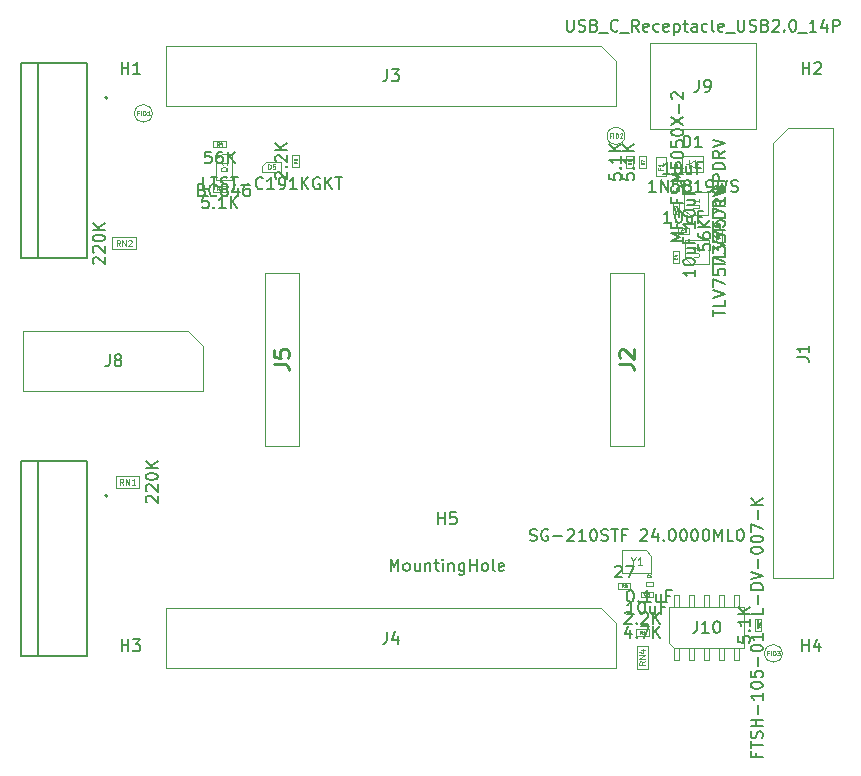
<source format=gbr>
%TF.GenerationSoftware,KiCad,Pcbnew,9.0.2*%
%TF.CreationDate,2025-11-14T17:37:25-08:00*%
%TF.ProjectId,nx-module-breakout,6e782d6d-6f64-4756-9c65-2d627265616b,rev?*%
%TF.SameCoordinates,Original*%
%TF.FileFunction,AssemblyDrawing,Top*%
%FSLAX46Y46*%
G04 Gerber Fmt 4.6, Leading zero omitted, Abs format (unit mm)*
G04 Created by KiCad (PCBNEW 9.0.2) date 2025-11-14 17:37:25*
%MOMM*%
%LPD*%
G01*
G04 APERTURE LIST*
%ADD10C,0.150000*%
%ADD11C,0.040000*%
%ADD12C,0.060000*%
%ADD13C,0.254000*%
%ADD14C,0.075000*%
%ADD15C,0.090000*%
%ADD16C,0.080000*%
%ADD17C,0.100000*%
%ADD18C,0.200000*%
%ADD19C,0.127000*%
G04 APERTURE END LIST*
D10*
X146014285Y-130804819D02*
X146014285Y-129804819D01*
X146014285Y-129804819D02*
X146347618Y-130519104D01*
X146347618Y-130519104D02*
X146680951Y-129804819D01*
X146680951Y-129804819D02*
X146680951Y-130804819D01*
X147299999Y-130804819D02*
X147204761Y-130757200D01*
X147204761Y-130757200D02*
X147157142Y-130709580D01*
X147157142Y-130709580D02*
X147109523Y-130614342D01*
X147109523Y-130614342D02*
X147109523Y-130328628D01*
X147109523Y-130328628D02*
X147157142Y-130233390D01*
X147157142Y-130233390D02*
X147204761Y-130185771D01*
X147204761Y-130185771D02*
X147299999Y-130138152D01*
X147299999Y-130138152D02*
X147442856Y-130138152D01*
X147442856Y-130138152D02*
X147538094Y-130185771D01*
X147538094Y-130185771D02*
X147585713Y-130233390D01*
X147585713Y-130233390D02*
X147633332Y-130328628D01*
X147633332Y-130328628D02*
X147633332Y-130614342D01*
X147633332Y-130614342D02*
X147585713Y-130709580D01*
X147585713Y-130709580D02*
X147538094Y-130757200D01*
X147538094Y-130757200D02*
X147442856Y-130804819D01*
X147442856Y-130804819D02*
X147299999Y-130804819D01*
X148490475Y-130138152D02*
X148490475Y-130804819D01*
X148061904Y-130138152D02*
X148061904Y-130661961D01*
X148061904Y-130661961D02*
X148109523Y-130757200D01*
X148109523Y-130757200D02*
X148204761Y-130804819D01*
X148204761Y-130804819D02*
X148347618Y-130804819D01*
X148347618Y-130804819D02*
X148442856Y-130757200D01*
X148442856Y-130757200D02*
X148490475Y-130709580D01*
X148966666Y-130138152D02*
X148966666Y-130804819D01*
X148966666Y-130233390D02*
X149014285Y-130185771D01*
X149014285Y-130185771D02*
X149109523Y-130138152D01*
X149109523Y-130138152D02*
X149252380Y-130138152D01*
X149252380Y-130138152D02*
X149347618Y-130185771D01*
X149347618Y-130185771D02*
X149395237Y-130281009D01*
X149395237Y-130281009D02*
X149395237Y-130804819D01*
X149728571Y-130138152D02*
X150109523Y-130138152D01*
X149871428Y-129804819D02*
X149871428Y-130661961D01*
X149871428Y-130661961D02*
X149919047Y-130757200D01*
X149919047Y-130757200D02*
X150014285Y-130804819D01*
X150014285Y-130804819D02*
X150109523Y-130804819D01*
X150442857Y-130804819D02*
X150442857Y-130138152D01*
X150442857Y-129804819D02*
X150395238Y-129852438D01*
X150395238Y-129852438D02*
X150442857Y-129900057D01*
X150442857Y-129900057D02*
X150490476Y-129852438D01*
X150490476Y-129852438D02*
X150442857Y-129804819D01*
X150442857Y-129804819D02*
X150442857Y-129900057D01*
X150919047Y-130138152D02*
X150919047Y-130804819D01*
X150919047Y-130233390D02*
X150966666Y-130185771D01*
X150966666Y-130185771D02*
X151061904Y-130138152D01*
X151061904Y-130138152D02*
X151204761Y-130138152D01*
X151204761Y-130138152D02*
X151299999Y-130185771D01*
X151299999Y-130185771D02*
X151347618Y-130281009D01*
X151347618Y-130281009D02*
X151347618Y-130804819D01*
X152252380Y-130138152D02*
X152252380Y-130947676D01*
X152252380Y-130947676D02*
X152204761Y-131042914D01*
X152204761Y-131042914D02*
X152157142Y-131090533D01*
X152157142Y-131090533D02*
X152061904Y-131138152D01*
X152061904Y-131138152D02*
X151919047Y-131138152D01*
X151919047Y-131138152D02*
X151823809Y-131090533D01*
X152252380Y-130757200D02*
X152157142Y-130804819D01*
X152157142Y-130804819D02*
X151966666Y-130804819D01*
X151966666Y-130804819D02*
X151871428Y-130757200D01*
X151871428Y-130757200D02*
X151823809Y-130709580D01*
X151823809Y-130709580D02*
X151776190Y-130614342D01*
X151776190Y-130614342D02*
X151776190Y-130328628D01*
X151776190Y-130328628D02*
X151823809Y-130233390D01*
X151823809Y-130233390D02*
X151871428Y-130185771D01*
X151871428Y-130185771D02*
X151966666Y-130138152D01*
X151966666Y-130138152D02*
X152157142Y-130138152D01*
X152157142Y-130138152D02*
X152252380Y-130185771D01*
X152728571Y-130804819D02*
X152728571Y-129804819D01*
X152728571Y-130281009D02*
X153299999Y-130281009D01*
X153299999Y-130804819D02*
X153299999Y-129804819D01*
X153919047Y-130804819D02*
X153823809Y-130757200D01*
X153823809Y-130757200D02*
X153776190Y-130709580D01*
X153776190Y-130709580D02*
X153728571Y-130614342D01*
X153728571Y-130614342D02*
X153728571Y-130328628D01*
X153728571Y-130328628D02*
X153776190Y-130233390D01*
X153776190Y-130233390D02*
X153823809Y-130185771D01*
X153823809Y-130185771D02*
X153919047Y-130138152D01*
X153919047Y-130138152D02*
X154061904Y-130138152D01*
X154061904Y-130138152D02*
X154157142Y-130185771D01*
X154157142Y-130185771D02*
X154204761Y-130233390D01*
X154204761Y-130233390D02*
X154252380Y-130328628D01*
X154252380Y-130328628D02*
X154252380Y-130614342D01*
X154252380Y-130614342D02*
X154204761Y-130709580D01*
X154204761Y-130709580D02*
X154157142Y-130757200D01*
X154157142Y-130757200D02*
X154061904Y-130804819D01*
X154061904Y-130804819D02*
X153919047Y-130804819D01*
X154823809Y-130804819D02*
X154728571Y-130757200D01*
X154728571Y-130757200D02*
X154680952Y-130661961D01*
X154680952Y-130661961D02*
X154680952Y-129804819D01*
X155585714Y-130757200D02*
X155490476Y-130804819D01*
X155490476Y-130804819D02*
X155300000Y-130804819D01*
X155300000Y-130804819D02*
X155204762Y-130757200D01*
X155204762Y-130757200D02*
X155157143Y-130661961D01*
X155157143Y-130661961D02*
X155157143Y-130281009D01*
X155157143Y-130281009D02*
X155204762Y-130185771D01*
X155204762Y-130185771D02*
X155300000Y-130138152D01*
X155300000Y-130138152D02*
X155490476Y-130138152D01*
X155490476Y-130138152D02*
X155585714Y-130185771D01*
X155585714Y-130185771D02*
X155633333Y-130281009D01*
X155633333Y-130281009D02*
X155633333Y-130376247D01*
X155633333Y-130376247D02*
X155157143Y-130471485D01*
X150038095Y-126854819D02*
X150038095Y-125854819D01*
X150038095Y-126331009D02*
X150609523Y-126331009D01*
X150609523Y-126854819D02*
X150609523Y-125854819D01*
X151561904Y-125854819D02*
X151085714Y-125854819D01*
X151085714Y-125854819D02*
X151038095Y-126331009D01*
X151038095Y-126331009D02*
X151085714Y-126283390D01*
X151085714Y-126283390D02*
X151180952Y-126235771D01*
X151180952Y-126235771D02*
X151419047Y-126235771D01*
X151419047Y-126235771D02*
X151514285Y-126283390D01*
X151514285Y-126283390D02*
X151561904Y-126331009D01*
X151561904Y-126331009D02*
X151609523Y-126426247D01*
X151609523Y-126426247D02*
X151609523Y-126664342D01*
X151609523Y-126664342D02*
X151561904Y-126759580D01*
X151561904Y-126759580D02*
X151514285Y-126807200D01*
X151514285Y-126807200D02*
X151419047Y-126854819D01*
X151419047Y-126854819D02*
X151180952Y-126854819D01*
X151180952Y-126854819D02*
X151085714Y-126807200D01*
X151085714Y-126807200D02*
X151038095Y-126759580D01*
X123244095Y-137614819D02*
X123244095Y-136614819D01*
X123244095Y-137091009D02*
X123815523Y-137091009D01*
X123815523Y-137614819D02*
X123815523Y-136614819D01*
X124196476Y-136614819D02*
X124815523Y-136614819D01*
X124815523Y-136614819D02*
X124482190Y-136995771D01*
X124482190Y-136995771D02*
X124625047Y-136995771D01*
X124625047Y-136995771D02*
X124720285Y-137043390D01*
X124720285Y-137043390D02*
X124767904Y-137091009D01*
X124767904Y-137091009D02*
X124815523Y-137186247D01*
X124815523Y-137186247D02*
X124815523Y-137424342D01*
X124815523Y-137424342D02*
X124767904Y-137519580D01*
X124767904Y-137519580D02*
X124720285Y-137567200D01*
X124720285Y-137567200D02*
X124625047Y-137614819D01*
X124625047Y-137614819D02*
X124339333Y-137614819D01*
X124339333Y-137614819D02*
X124244095Y-137567200D01*
X124244095Y-137567200D02*
X124196476Y-137519580D01*
X166267143Y-132434819D02*
X166362381Y-132434819D01*
X166362381Y-132434819D02*
X166457619Y-132482438D01*
X166457619Y-132482438D02*
X166505238Y-132530057D01*
X166505238Y-132530057D02*
X166552857Y-132625295D01*
X166552857Y-132625295D02*
X166600476Y-132815771D01*
X166600476Y-132815771D02*
X166600476Y-133053866D01*
X166600476Y-133053866D02*
X166552857Y-133244342D01*
X166552857Y-133244342D02*
X166505238Y-133339580D01*
X166505238Y-133339580D02*
X166457619Y-133387200D01*
X166457619Y-133387200D02*
X166362381Y-133434819D01*
X166362381Y-133434819D02*
X166267143Y-133434819D01*
X166267143Y-133434819D02*
X166171905Y-133387200D01*
X166171905Y-133387200D02*
X166124286Y-133339580D01*
X166124286Y-133339580D02*
X166076667Y-133244342D01*
X166076667Y-133244342D02*
X166029048Y-133053866D01*
X166029048Y-133053866D02*
X166029048Y-132815771D01*
X166029048Y-132815771D02*
X166076667Y-132625295D01*
X166076667Y-132625295D02*
X166124286Y-132530057D01*
X166124286Y-132530057D02*
X166171905Y-132482438D01*
X166171905Y-132482438D02*
X166267143Y-132434819D01*
X167029048Y-133339580D02*
X167076667Y-133387200D01*
X167076667Y-133387200D02*
X167029048Y-133434819D01*
X167029048Y-133434819D02*
X166981429Y-133387200D01*
X166981429Y-133387200D02*
X167029048Y-133339580D01*
X167029048Y-133339580D02*
X167029048Y-133434819D01*
X168029047Y-133434819D02*
X167457619Y-133434819D01*
X167743333Y-133434819D02*
X167743333Y-132434819D01*
X167743333Y-132434819D02*
X167648095Y-132577676D01*
X167648095Y-132577676D02*
X167552857Y-132672914D01*
X167552857Y-132672914D02*
X167457619Y-132720533D01*
X168886190Y-132768152D02*
X168886190Y-133434819D01*
X168457619Y-132768152D02*
X168457619Y-133291961D01*
X168457619Y-133291961D02*
X168505238Y-133387200D01*
X168505238Y-133387200D02*
X168600476Y-133434819D01*
X168600476Y-133434819D02*
X168743333Y-133434819D01*
X168743333Y-133434819D02*
X168838571Y-133387200D01*
X168838571Y-133387200D02*
X168886190Y-133339580D01*
X169695714Y-132911009D02*
X169362381Y-132911009D01*
X169362381Y-133434819D02*
X169362381Y-132434819D01*
X169362381Y-132434819D02*
X169838571Y-132434819D01*
D11*
X167868333Y-131339765D02*
X167856429Y-131351670D01*
X167856429Y-131351670D02*
X167820714Y-131363574D01*
X167820714Y-131363574D02*
X167796905Y-131363574D01*
X167796905Y-131363574D02*
X167761191Y-131351670D01*
X167761191Y-131351670D02*
X167737381Y-131327860D01*
X167737381Y-131327860D02*
X167725476Y-131304050D01*
X167725476Y-131304050D02*
X167713572Y-131256431D01*
X167713572Y-131256431D02*
X167713572Y-131220717D01*
X167713572Y-131220717D02*
X167725476Y-131173098D01*
X167725476Y-131173098D02*
X167737381Y-131149289D01*
X167737381Y-131149289D02*
X167761191Y-131125479D01*
X167761191Y-131125479D02*
X167796905Y-131113574D01*
X167796905Y-131113574D02*
X167820714Y-131113574D01*
X167820714Y-131113574D02*
X167856429Y-131125479D01*
X167856429Y-131125479D02*
X167868333Y-131137384D01*
X168082619Y-131113574D02*
X168035000Y-131113574D01*
X168035000Y-131113574D02*
X168011191Y-131125479D01*
X168011191Y-131125479D02*
X167999286Y-131137384D01*
X167999286Y-131137384D02*
X167975476Y-131173098D01*
X167975476Y-131173098D02*
X167963572Y-131220717D01*
X167963572Y-131220717D02*
X167963572Y-131315955D01*
X167963572Y-131315955D02*
X167975476Y-131339765D01*
X167975476Y-131339765D02*
X167987381Y-131351670D01*
X167987381Y-131351670D02*
X168011191Y-131363574D01*
X168011191Y-131363574D02*
X168058810Y-131363574D01*
X168058810Y-131363574D02*
X168082619Y-131351670D01*
X168082619Y-131351670D02*
X168094524Y-131339765D01*
X168094524Y-131339765D02*
X168106429Y-131315955D01*
X168106429Y-131315955D02*
X168106429Y-131256431D01*
X168106429Y-131256431D02*
X168094524Y-131232622D01*
X168094524Y-131232622D02*
X168082619Y-131220717D01*
X168082619Y-131220717D02*
X168058810Y-131208812D01*
X168058810Y-131208812D02*
X168011191Y-131208812D01*
X168011191Y-131208812D02*
X167987381Y-131220717D01*
X167987381Y-131220717D02*
X167975476Y-131232622D01*
X167975476Y-131232622D02*
X167963572Y-131256431D01*
D10*
X171789819Y-101186430D02*
X171789819Y-101757858D01*
X171789819Y-101472144D02*
X170789819Y-101472144D01*
X170789819Y-101472144D02*
X170932676Y-101567382D01*
X170932676Y-101567382D02*
X171027914Y-101662620D01*
X171027914Y-101662620D02*
X171075533Y-101757858D01*
X170789819Y-100567382D02*
X170789819Y-100472144D01*
X170789819Y-100472144D02*
X170837438Y-100376906D01*
X170837438Y-100376906D02*
X170885057Y-100329287D01*
X170885057Y-100329287D02*
X170980295Y-100281668D01*
X170980295Y-100281668D02*
X171170771Y-100234049D01*
X171170771Y-100234049D02*
X171408866Y-100234049D01*
X171408866Y-100234049D02*
X171599342Y-100281668D01*
X171599342Y-100281668D02*
X171694580Y-100329287D01*
X171694580Y-100329287D02*
X171742200Y-100376906D01*
X171742200Y-100376906D02*
X171789819Y-100472144D01*
X171789819Y-100472144D02*
X171789819Y-100567382D01*
X171789819Y-100567382D02*
X171742200Y-100662620D01*
X171742200Y-100662620D02*
X171694580Y-100710239D01*
X171694580Y-100710239D02*
X171599342Y-100757858D01*
X171599342Y-100757858D02*
X171408866Y-100805477D01*
X171408866Y-100805477D02*
X171170771Y-100805477D01*
X171170771Y-100805477D02*
X170980295Y-100757858D01*
X170980295Y-100757858D02*
X170885057Y-100710239D01*
X170885057Y-100710239D02*
X170837438Y-100662620D01*
X170837438Y-100662620D02*
X170789819Y-100567382D01*
X171123152Y-99376906D02*
X171789819Y-99376906D01*
X171123152Y-99805477D02*
X171646961Y-99805477D01*
X171646961Y-99805477D02*
X171742200Y-99757858D01*
X171742200Y-99757858D02*
X171789819Y-99662620D01*
X171789819Y-99662620D02*
X171789819Y-99519763D01*
X171789819Y-99519763D02*
X171742200Y-99424525D01*
X171742200Y-99424525D02*
X171694580Y-99376906D01*
X171266009Y-98567382D02*
X171266009Y-98900715D01*
X171789819Y-98900715D02*
X170789819Y-98900715D01*
X170789819Y-98900715D02*
X170789819Y-98424525D01*
D11*
X170264765Y-100156668D02*
X170276670Y-100168572D01*
X170276670Y-100168572D02*
X170288574Y-100204287D01*
X170288574Y-100204287D02*
X170288574Y-100228096D01*
X170288574Y-100228096D02*
X170276670Y-100263810D01*
X170276670Y-100263810D02*
X170252860Y-100287620D01*
X170252860Y-100287620D02*
X170229050Y-100299525D01*
X170229050Y-100299525D02*
X170181431Y-100311429D01*
X170181431Y-100311429D02*
X170145717Y-100311429D01*
X170145717Y-100311429D02*
X170098098Y-100299525D01*
X170098098Y-100299525D02*
X170074289Y-100287620D01*
X170074289Y-100287620D02*
X170050479Y-100263810D01*
X170050479Y-100263810D02*
X170038574Y-100228096D01*
X170038574Y-100228096D02*
X170038574Y-100204287D01*
X170038574Y-100204287D02*
X170050479Y-100168572D01*
X170050479Y-100168572D02*
X170062384Y-100156668D01*
X170062384Y-100061429D02*
X170050479Y-100049525D01*
X170050479Y-100049525D02*
X170038574Y-100025715D01*
X170038574Y-100025715D02*
X170038574Y-99966191D01*
X170038574Y-99966191D02*
X170050479Y-99942382D01*
X170050479Y-99942382D02*
X170062384Y-99930477D01*
X170062384Y-99930477D02*
X170086193Y-99918572D01*
X170086193Y-99918572D02*
X170110003Y-99918572D01*
X170110003Y-99918572D02*
X170145717Y-99930477D01*
X170145717Y-99930477D02*
X170288574Y-100073334D01*
X170288574Y-100073334D02*
X170288574Y-99918572D01*
D10*
X180902095Y-88719819D02*
X180902095Y-87719819D01*
X180902095Y-88196009D02*
X181473523Y-88196009D01*
X181473523Y-88719819D02*
X181473523Y-87719819D01*
X181902095Y-87815057D02*
X181949714Y-87767438D01*
X181949714Y-87767438D02*
X182044952Y-87719819D01*
X182044952Y-87719819D02*
X182283047Y-87719819D01*
X182283047Y-87719819D02*
X182378285Y-87767438D01*
X182378285Y-87767438D02*
X182425904Y-87815057D01*
X182425904Y-87815057D02*
X182473523Y-87910295D01*
X182473523Y-87910295D02*
X182473523Y-88005533D01*
X182473523Y-88005533D02*
X182425904Y-88148390D01*
X182425904Y-88148390D02*
X181854476Y-88719819D01*
X181854476Y-88719819D02*
X182473523Y-88719819D01*
X130582856Y-98489821D02*
X130106666Y-98489821D01*
X130106666Y-98489821D02*
X130106666Y-97489821D01*
X130773333Y-97489821D02*
X131344761Y-97489821D01*
X131059047Y-98489821D02*
X131059047Y-97489821D01*
X131630476Y-98442202D02*
X131773333Y-98489821D01*
X131773333Y-98489821D02*
X132011428Y-98489821D01*
X132011428Y-98489821D02*
X132106666Y-98442202D01*
X132106666Y-98442202D02*
X132154285Y-98394582D01*
X132154285Y-98394582D02*
X132201904Y-98299344D01*
X132201904Y-98299344D02*
X132201904Y-98204106D01*
X132201904Y-98204106D02*
X132154285Y-98108868D01*
X132154285Y-98108868D02*
X132106666Y-98061249D01*
X132106666Y-98061249D02*
X132011428Y-98013630D01*
X132011428Y-98013630D02*
X131820952Y-97966011D01*
X131820952Y-97966011D02*
X131725714Y-97918392D01*
X131725714Y-97918392D02*
X131678095Y-97870773D01*
X131678095Y-97870773D02*
X131630476Y-97775535D01*
X131630476Y-97775535D02*
X131630476Y-97680297D01*
X131630476Y-97680297D02*
X131678095Y-97585059D01*
X131678095Y-97585059D02*
X131725714Y-97537440D01*
X131725714Y-97537440D02*
X131820952Y-97489821D01*
X131820952Y-97489821D02*
X132059047Y-97489821D01*
X132059047Y-97489821D02*
X132201904Y-97537440D01*
X132487619Y-97489821D02*
X133059047Y-97489821D01*
X132773333Y-98489821D02*
X132773333Y-97489821D01*
X133392381Y-98108868D02*
X134154286Y-98108868D01*
X135201904Y-98394582D02*
X135154285Y-98442202D01*
X135154285Y-98442202D02*
X135011428Y-98489821D01*
X135011428Y-98489821D02*
X134916190Y-98489821D01*
X134916190Y-98489821D02*
X134773333Y-98442202D01*
X134773333Y-98442202D02*
X134678095Y-98346963D01*
X134678095Y-98346963D02*
X134630476Y-98251725D01*
X134630476Y-98251725D02*
X134582857Y-98061249D01*
X134582857Y-98061249D02*
X134582857Y-97918392D01*
X134582857Y-97918392D02*
X134630476Y-97727916D01*
X134630476Y-97727916D02*
X134678095Y-97632678D01*
X134678095Y-97632678D02*
X134773333Y-97537440D01*
X134773333Y-97537440D02*
X134916190Y-97489821D01*
X134916190Y-97489821D02*
X135011428Y-97489821D01*
X135011428Y-97489821D02*
X135154285Y-97537440D01*
X135154285Y-97537440D02*
X135201904Y-97585059D01*
X136154285Y-98489821D02*
X135582857Y-98489821D01*
X135868571Y-98489821D02*
X135868571Y-97489821D01*
X135868571Y-97489821D02*
X135773333Y-97632678D01*
X135773333Y-97632678D02*
X135678095Y-97727916D01*
X135678095Y-97727916D02*
X135582857Y-97775535D01*
X136630476Y-98489821D02*
X136820952Y-98489821D01*
X136820952Y-98489821D02*
X136916190Y-98442202D01*
X136916190Y-98442202D02*
X136963809Y-98394582D01*
X136963809Y-98394582D02*
X137059047Y-98251725D01*
X137059047Y-98251725D02*
X137106666Y-98061249D01*
X137106666Y-98061249D02*
X137106666Y-97680297D01*
X137106666Y-97680297D02*
X137059047Y-97585059D01*
X137059047Y-97585059D02*
X137011428Y-97537440D01*
X137011428Y-97537440D02*
X136916190Y-97489821D01*
X136916190Y-97489821D02*
X136725714Y-97489821D01*
X136725714Y-97489821D02*
X136630476Y-97537440D01*
X136630476Y-97537440D02*
X136582857Y-97585059D01*
X136582857Y-97585059D02*
X136535238Y-97680297D01*
X136535238Y-97680297D02*
X136535238Y-97918392D01*
X136535238Y-97918392D02*
X136582857Y-98013630D01*
X136582857Y-98013630D02*
X136630476Y-98061249D01*
X136630476Y-98061249D02*
X136725714Y-98108868D01*
X136725714Y-98108868D02*
X136916190Y-98108868D01*
X136916190Y-98108868D02*
X137011428Y-98061249D01*
X137011428Y-98061249D02*
X137059047Y-98013630D01*
X137059047Y-98013630D02*
X137106666Y-97918392D01*
X138059047Y-98489821D02*
X137487619Y-98489821D01*
X137773333Y-98489821D02*
X137773333Y-97489821D01*
X137773333Y-97489821D02*
X137678095Y-97632678D01*
X137678095Y-97632678D02*
X137582857Y-97727916D01*
X137582857Y-97727916D02*
X137487619Y-97775535D01*
X138487619Y-98489821D02*
X138487619Y-97489821D01*
X139059047Y-98489821D02*
X138630476Y-97918392D01*
X139059047Y-97489821D02*
X138487619Y-98061249D01*
X140011428Y-97537440D02*
X139916190Y-97489821D01*
X139916190Y-97489821D02*
X139773333Y-97489821D01*
X139773333Y-97489821D02*
X139630476Y-97537440D01*
X139630476Y-97537440D02*
X139535238Y-97632678D01*
X139535238Y-97632678D02*
X139487619Y-97727916D01*
X139487619Y-97727916D02*
X139440000Y-97918392D01*
X139440000Y-97918392D02*
X139440000Y-98061249D01*
X139440000Y-98061249D02*
X139487619Y-98251725D01*
X139487619Y-98251725D02*
X139535238Y-98346963D01*
X139535238Y-98346963D02*
X139630476Y-98442202D01*
X139630476Y-98442202D02*
X139773333Y-98489821D01*
X139773333Y-98489821D02*
X139868571Y-98489821D01*
X139868571Y-98489821D02*
X140011428Y-98442202D01*
X140011428Y-98442202D02*
X140059047Y-98394582D01*
X140059047Y-98394582D02*
X140059047Y-98061249D01*
X140059047Y-98061249D02*
X139868571Y-98061249D01*
X140487619Y-98489821D02*
X140487619Y-97489821D01*
X141059047Y-98489821D02*
X140630476Y-97918392D01*
X141059047Y-97489821D02*
X140487619Y-98061249D01*
X141344762Y-97489821D02*
X141916190Y-97489821D01*
X141630476Y-98489821D02*
X141630476Y-97489821D01*
D12*
X135644762Y-96786929D02*
X135644762Y-96386929D01*
X135644762Y-96386929D02*
X135740000Y-96386929D01*
X135740000Y-96386929D02*
X135797143Y-96405977D01*
X135797143Y-96405977D02*
X135835238Y-96444072D01*
X135835238Y-96444072D02*
X135854285Y-96482167D01*
X135854285Y-96482167D02*
X135873333Y-96558358D01*
X135873333Y-96558358D02*
X135873333Y-96615501D01*
X135873333Y-96615501D02*
X135854285Y-96691691D01*
X135854285Y-96691691D02*
X135835238Y-96729786D01*
X135835238Y-96729786D02*
X135797143Y-96767882D01*
X135797143Y-96767882D02*
X135740000Y-96786929D01*
X135740000Y-96786929D02*
X135644762Y-96786929D01*
X136235238Y-96386929D02*
X136044762Y-96386929D01*
X136044762Y-96386929D02*
X136025714Y-96577405D01*
X136025714Y-96577405D02*
X136044762Y-96558358D01*
X136044762Y-96558358D02*
X136082857Y-96539310D01*
X136082857Y-96539310D02*
X136178095Y-96539310D01*
X136178095Y-96539310D02*
X136216190Y-96558358D01*
X136216190Y-96558358D02*
X136235238Y-96577405D01*
X136235238Y-96577405D02*
X136254285Y-96615501D01*
X136254285Y-96615501D02*
X136254285Y-96710739D01*
X136254285Y-96710739D02*
X136235238Y-96748834D01*
X136235238Y-96748834D02*
X136216190Y-96767882D01*
X136216190Y-96767882D02*
X136178095Y-96786929D01*
X136178095Y-96786929D02*
X136082857Y-96786929D01*
X136082857Y-96786929D02*
X136044762Y-96767882D01*
X136044762Y-96767882D02*
X136025714Y-96748834D01*
D10*
X130573809Y-99099821D02*
X130097619Y-99099821D01*
X130097619Y-99099821D02*
X130050000Y-99576011D01*
X130050000Y-99576011D02*
X130097619Y-99528392D01*
X130097619Y-99528392D02*
X130192857Y-99480773D01*
X130192857Y-99480773D02*
X130430952Y-99480773D01*
X130430952Y-99480773D02*
X130526190Y-99528392D01*
X130526190Y-99528392D02*
X130573809Y-99576011D01*
X130573809Y-99576011D02*
X130621428Y-99671249D01*
X130621428Y-99671249D02*
X130621428Y-99909344D01*
X130621428Y-99909344D02*
X130573809Y-100004582D01*
X130573809Y-100004582D02*
X130526190Y-100052202D01*
X130526190Y-100052202D02*
X130430952Y-100099821D01*
X130430952Y-100099821D02*
X130192857Y-100099821D01*
X130192857Y-100099821D02*
X130097619Y-100052202D01*
X130097619Y-100052202D02*
X130050000Y-100004582D01*
X131050000Y-100004582D02*
X131097619Y-100052202D01*
X131097619Y-100052202D02*
X131050000Y-100099821D01*
X131050000Y-100099821D02*
X131002381Y-100052202D01*
X131002381Y-100052202D02*
X131050000Y-100004582D01*
X131050000Y-100004582D02*
X131050000Y-100099821D01*
X132049999Y-100099821D02*
X131478571Y-100099821D01*
X131764285Y-100099821D02*
X131764285Y-99099821D01*
X131764285Y-99099821D02*
X131669047Y-99242678D01*
X131669047Y-99242678D02*
X131573809Y-99337916D01*
X131573809Y-99337916D02*
X131478571Y-99385535D01*
X132478571Y-100099821D02*
X132478571Y-99099821D01*
X133049999Y-100099821D02*
X132621428Y-99528392D01*
X133049999Y-99099821D02*
X132478571Y-99671249D01*
D11*
X131506667Y-98593202D02*
X131420000Y-98469393D01*
X131358095Y-98593202D02*
X131358095Y-98333202D01*
X131358095Y-98333202D02*
X131457143Y-98333202D01*
X131457143Y-98333202D02*
X131481905Y-98345583D01*
X131481905Y-98345583D02*
X131494286Y-98357964D01*
X131494286Y-98357964D02*
X131506667Y-98382726D01*
X131506667Y-98382726D02*
X131506667Y-98419869D01*
X131506667Y-98419869D02*
X131494286Y-98444631D01*
X131494286Y-98444631D02*
X131481905Y-98457012D01*
X131481905Y-98457012D02*
X131457143Y-98469393D01*
X131457143Y-98469393D02*
X131358095Y-98469393D01*
X131593333Y-98333202D02*
X131754286Y-98333202D01*
X131754286Y-98333202D02*
X131667619Y-98432250D01*
X131667619Y-98432250D02*
X131704762Y-98432250D01*
X131704762Y-98432250D02*
X131729524Y-98444631D01*
X131729524Y-98444631D02*
X131741905Y-98457012D01*
X131741905Y-98457012D02*
X131754286Y-98481774D01*
X131754286Y-98481774D02*
X131754286Y-98543679D01*
X131754286Y-98543679D02*
X131741905Y-98568441D01*
X131741905Y-98568441D02*
X131729524Y-98580822D01*
X131729524Y-98580822D02*
X131704762Y-98593202D01*
X131704762Y-98593202D02*
X131630476Y-98593202D01*
X131630476Y-98593202D02*
X131605714Y-98580822D01*
X131605714Y-98580822D02*
X131593333Y-98568441D01*
D10*
X145716667Y-88354820D02*
X145716667Y-89069105D01*
X145716667Y-89069105D02*
X145669048Y-89211962D01*
X145669048Y-89211962D02*
X145573810Y-89307201D01*
X145573810Y-89307201D02*
X145430953Y-89354820D01*
X145430953Y-89354820D02*
X145335715Y-89354820D01*
X146097620Y-88354820D02*
X146716667Y-88354820D01*
X146716667Y-88354820D02*
X146383334Y-88735772D01*
X146383334Y-88735772D02*
X146526191Y-88735772D01*
X146526191Y-88735772D02*
X146621429Y-88783391D01*
X146621429Y-88783391D02*
X146669048Y-88831010D01*
X146669048Y-88831010D02*
X146716667Y-88926248D01*
X146716667Y-88926248D02*
X146716667Y-89164343D01*
X146716667Y-89164343D02*
X146669048Y-89259581D01*
X146669048Y-89259581D02*
X146621429Y-89307201D01*
X146621429Y-89307201D02*
X146526191Y-89354820D01*
X146526191Y-89354820D02*
X146240477Y-89354820D01*
X146240477Y-89354820D02*
X146145239Y-89307201D01*
X146145239Y-89307201D02*
X146097620Y-89259581D01*
X170784819Y-102880715D02*
X169784819Y-102880715D01*
X169784819Y-102880715D02*
X170499104Y-102547382D01*
X170499104Y-102547382D02*
X169784819Y-102214049D01*
X169784819Y-102214049D02*
X170784819Y-102214049D01*
X170261009Y-101404525D02*
X170261009Y-101737858D01*
X170784819Y-101737858D02*
X169784819Y-101737858D01*
X169784819Y-101737858D02*
X169784819Y-101261668D01*
X170403866Y-100880715D02*
X170403866Y-100118811D01*
X170261009Y-99309287D02*
X170261009Y-99642620D01*
X170784819Y-99642620D02*
X169784819Y-99642620D01*
X169784819Y-99642620D02*
X169784819Y-99166430D01*
X170737200Y-98833096D02*
X170784819Y-98690239D01*
X170784819Y-98690239D02*
X170784819Y-98452144D01*
X170784819Y-98452144D02*
X170737200Y-98356906D01*
X170737200Y-98356906D02*
X170689580Y-98309287D01*
X170689580Y-98309287D02*
X170594342Y-98261668D01*
X170594342Y-98261668D02*
X170499104Y-98261668D01*
X170499104Y-98261668D02*
X170403866Y-98309287D01*
X170403866Y-98309287D02*
X170356247Y-98356906D01*
X170356247Y-98356906D02*
X170308628Y-98452144D01*
X170308628Y-98452144D02*
X170261009Y-98642620D01*
X170261009Y-98642620D02*
X170213390Y-98737858D01*
X170213390Y-98737858D02*
X170165771Y-98785477D01*
X170165771Y-98785477D02*
X170070533Y-98833096D01*
X170070533Y-98833096D02*
X169975295Y-98833096D01*
X169975295Y-98833096D02*
X169880057Y-98785477D01*
X169880057Y-98785477D02*
X169832438Y-98737858D01*
X169832438Y-98737858D02*
X169784819Y-98642620D01*
X169784819Y-98642620D02*
X169784819Y-98404525D01*
X169784819Y-98404525D02*
X169832438Y-98261668D01*
X170784819Y-97833096D02*
X169784819Y-97833096D01*
X169784819Y-97833096D02*
X170499104Y-97499763D01*
X170499104Y-97499763D02*
X169784819Y-97166430D01*
X169784819Y-97166430D02*
X170784819Y-97166430D01*
X170261009Y-96356906D02*
X170261009Y-96690239D01*
X170784819Y-96690239D02*
X169784819Y-96690239D01*
X169784819Y-96690239D02*
X169784819Y-96214049D01*
X169784819Y-95642620D02*
X169784819Y-95547382D01*
X169784819Y-95547382D02*
X169832438Y-95452144D01*
X169832438Y-95452144D02*
X169880057Y-95404525D01*
X169880057Y-95404525D02*
X169975295Y-95356906D01*
X169975295Y-95356906D02*
X170165771Y-95309287D01*
X170165771Y-95309287D02*
X170403866Y-95309287D01*
X170403866Y-95309287D02*
X170594342Y-95356906D01*
X170594342Y-95356906D02*
X170689580Y-95404525D01*
X170689580Y-95404525D02*
X170737200Y-95452144D01*
X170737200Y-95452144D02*
X170784819Y-95547382D01*
X170784819Y-95547382D02*
X170784819Y-95642620D01*
X170784819Y-95642620D02*
X170737200Y-95737858D01*
X170737200Y-95737858D02*
X170689580Y-95785477D01*
X170689580Y-95785477D02*
X170594342Y-95833096D01*
X170594342Y-95833096D02*
X170403866Y-95880715D01*
X170403866Y-95880715D02*
X170165771Y-95880715D01*
X170165771Y-95880715D02*
X169975295Y-95833096D01*
X169975295Y-95833096D02*
X169880057Y-95785477D01*
X169880057Y-95785477D02*
X169832438Y-95737858D01*
X169832438Y-95737858D02*
X169784819Y-95642620D01*
X169784819Y-94404525D02*
X169784819Y-94880715D01*
X169784819Y-94880715D02*
X170261009Y-94928334D01*
X170261009Y-94928334D02*
X170213390Y-94880715D01*
X170213390Y-94880715D02*
X170165771Y-94785477D01*
X170165771Y-94785477D02*
X170165771Y-94547382D01*
X170165771Y-94547382D02*
X170213390Y-94452144D01*
X170213390Y-94452144D02*
X170261009Y-94404525D01*
X170261009Y-94404525D02*
X170356247Y-94356906D01*
X170356247Y-94356906D02*
X170594342Y-94356906D01*
X170594342Y-94356906D02*
X170689580Y-94404525D01*
X170689580Y-94404525D02*
X170737200Y-94452144D01*
X170737200Y-94452144D02*
X170784819Y-94547382D01*
X170784819Y-94547382D02*
X170784819Y-94785477D01*
X170784819Y-94785477D02*
X170737200Y-94880715D01*
X170737200Y-94880715D02*
X170689580Y-94928334D01*
X169784819Y-93737858D02*
X169784819Y-93642620D01*
X169784819Y-93642620D02*
X169832438Y-93547382D01*
X169832438Y-93547382D02*
X169880057Y-93499763D01*
X169880057Y-93499763D02*
X169975295Y-93452144D01*
X169975295Y-93452144D02*
X170165771Y-93404525D01*
X170165771Y-93404525D02*
X170403866Y-93404525D01*
X170403866Y-93404525D02*
X170594342Y-93452144D01*
X170594342Y-93452144D02*
X170689580Y-93499763D01*
X170689580Y-93499763D02*
X170737200Y-93547382D01*
X170737200Y-93547382D02*
X170784819Y-93642620D01*
X170784819Y-93642620D02*
X170784819Y-93737858D01*
X170784819Y-93737858D02*
X170737200Y-93833096D01*
X170737200Y-93833096D02*
X170689580Y-93880715D01*
X170689580Y-93880715D02*
X170594342Y-93928334D01*
X170594342Y-93928334D02*
X170403866Y-93975953D01*
X170403866Y-93975953D02*
X170165771Y-93975953D01*
X170165771Y-93975953D02*
X169975295Y-93928334D01*
X169975295Y-93928334D02*
X169880057Y-93880715D01*
X169880057Y-93880715D02*
X169832438Y-93833096D01*
X169832438Y-93833096D02*
X169784819Y-93737858D01*
X169784819Y-93071191D02*
X170784819Y-92404525D01*
X169784819Y-92404525D02*
X170784819Y-93071191D01*
X170403866Y-92023572D02*
X170403866Y-91261668D01*
X169880057Y-90833096D02*
X169832438Y-90785477D01*
X169832438Y-90785477D02*
X169784819Y-90690239D01*
X169784819Y-90690239D02*
X169784819Y-90452144D01*
X169784819Y-90452144D02*
X169832438Y-90356906D01*
X169832438Y-90356906D02*
X169880057Y-90309287D01*
X169880057Y-90309287D02*
X169975295Y-90261668D01*
X169975295Y-90261668D02*
X170070533Y-90261668D01*
X170070533Y-90261668D02*
X170213390Y-90309287D01*
X170213390Y-90309287D02*
X170784819Y-90880715D01*
X170784819Y-90880715D02*
X170784819Y-90261668D01*
D12*
X168872403Y-96728334D02*
X168872403Y-96861667D01*
X169081927Y-96861667D02*
X168681927Y-96861667D01*
X168681927Y-96861667D02*
X168681927Y-96671191D01*
X169081927Y-96309287D02*
X169081927Y-96537858D01*
X169081927Y-96423572D02*
X168681927Y-96423572D01*
X168681927Y-96423572D02*
X168739070Y-96461668D01*
X168739070Y-96461668D02*
X168777165Y-96499763D01*
X168777165Y-96499763D02*
X168796213Y-96537858D01*
D10*
X180429820Y-112728334D02*
X181144105Y-112728334D01*
X181144105Y-112728334D02*
X181286962Y-112775953D01*
X181286962Y-112775953D02*
X181382201Y-112871191D01*
X181382201Y-112871191D02*
X181429820Y-113014048D01*
X181429820Y-113014048D02*
X181429820Y-113109286D01*
X181429820Y-111728334D02*
X181429820Y-112299762D01*
X181429820Y-112014048D02*
X180429820Y-112014048D01*
X180429820Y-112014048D02*
X180572677Y-112109286D01*
X180572677Y-112109286D02*
X180667915Y-112204524D01*
X180667915Y-112204524D02*
X180715534Y-112299762D01*
D12*
X164692857Y-93953627D02*
X164566191Y-93953627D01*
X164566191Y-94152675D02*
X164566191Y-93772675D01*
X164566191Y-93772675D02*
X164747143Y-93772675D01*
X164891905Y-94152675D02*
X164891905Y-93772675D01*
X165072857Y-94152675D02*
X165072857Y-93772675D01*
X165072857Y-93772675D02*
X165163333Y-93772675D01*
X165163333Y-93772675D02*
X165217619Y-93790770D01*
X165217619Y-93790770D02*
X165253809Y-93826960D01*
X165253809Y-93826960D02*
X165271904Y-93863151D01*
X165271904Y-93863151D02*
X165290000Y-93935532D01*
X165290000Y-93935532D02*
X165290000Y-93989818D01*
X165290000Y-93989818D02*
X165271904Y-94062199D01*
X165271904Y-94062199D02*
X165253809Y-94098389D01*
X165253809Y-94098389D02*
X165217619Y-94134580D01*
X165217619Y-94134580D02*
X165163333Y-94152675D01*
X165163333Y-94152675D02*
X165072857Y-94152675D01*
X165434761Y-93808865D02*
X165452857Y-93790770D01*
X165452857Y-93790770D02*
X165489047Y-93772675D01*
X165489047Y-93772675D02*
X165579523Y-93772675D01*
X165579523Y-93772675D02*
X165615714Y-93790770D01*
X165615714Y-93790770D02*
X165633809Y-93808865D01*
X165633809Y-93808865D02*
X165651904Y-93845056D01*
X165651904Y-93845056D02*
X165651904Y-93881246D01*
X165651904Y-93881246D02*
X165633809Y-93935532D01*
X165633809Y-93935532D02*
X165416666Y-94152675D01*
X165416666Y-94152675D02*
X165651904Y-94152675D01*
D13*
X136144318Y-113323332D02*
X137051461Y-113323332D01*
X137051461Y-113323332D02*
X137232889Y-113383809D01*
X137232889Y-113383809D02*
X137353842Y-113504761D01*
X137353842Y-113504761D02*
X137414318Y-113686190D01*
X137414318Y-113686190D02*
X137414318Y-113807142D01*
X136144318Y-112113809D02*
X136144318Y-112718571D01*
X136144318Y-112718571D02*
X136749080Y-112779047D01*
X136749080Y-112779047D02*
X136688603Y-112718571D01*
X136688603Y-112718571D02*
X136628127Y-112597618D01*
X136628127Y-112597618D02*
X136628127Y-112295237D01*
X136628127Y-112295237D02*
X136688603Y-112174285D01*
X136688603Y-112174285D02*
X136749080Y-112113809D01*
X136749080Y-112113809D02*
X136870032Y-112053332D01*
X136870032Y-112053332D02*
X137172413Y-112053332D01*
X137172413Y-112053332D02*
X137293365Y-112113809D01*
X137293365Y-112113809D02*
X137353842Y-112174285D01*
X137353842Y-112174285D02*
X137414318Y-112295237D01*
X137414318Y-112295237D02*
X137414318Y-112597618D01*
X137414318Y-112597618D02*
X137353842Y-112718571D01*
X137353842Y-112718571D02*
X137293365Y-112779047D01*
D10*
X176990010Y-146200239D02*
X176990010Y-146533572D01*
X177513820Y-146533572D02*
X176513820Y-146533572D01*
X176513820Y-146533572D02*
X176513820Y-146057382D01*
X176513820Y-145819286D02*
X176513820Y-145247858D01*
X177513820Y-145533572D02*
X176513820Y-145533572D01*
X177466201Y-144962143D02*
X177513820Y-144819286D01*
X177513820Y-144819286D02*
X177513820Y-144581191D01*
X177513820Y-144581191D02*
X177466201Y-144485953D01*
X177466201Y-144485953D02*
X177418581Y-144438334D01*
X177418581Y-144438334D02*
X177323343Y-144390715D01*
X177323343Y-144390715D02*
X177228105Y-144390715D01*
X177228105Y-144390715D02*
X177132867Y-144438334D01*
X177132867Y-144438334D02*
X177085248Y-144485953D01*
X177085248Y-144485953D02*
X177037629Y-144581191D01*
X177037629Y-144581191D02*
X176990010Y-144771667D01*
X176990010Y-144771667D02*
X176942391Y-144866905D01*
X176942391Y-144866905D02*
X176894772Y-144914524D01*
X176894772Y-144914524D02*
X176799534Y-144962143D01*
X176799534Y-144962143D02*
X176704296Y-144962143D01*
X176704296Y-144962143D02*
X176609058Y-144914524D01*
X176609058Y-144914524D02*
X176561439Y-144866905D01*
X176561439Y-144866905D02*
X176513820Y-144771667D01*
X176513820Y-144771667D02*
X176513820Y-144533572D01*
X176513820Y-144533572D02*
X176561439Y-144390715D01*
X177513820Y-143962143D02*
X176513820Y-143962143D01*
X176990010Y-143962143D02*
X176990010Y-143390715D01*
X177513820Y-143390715D02*
X176513820Y-143390715D01*
X177132867Y-142914524D02*
X177132867Y-142152620D01*
X177513820Y-141152620D02*
X177513820Y-141724048D01*
X177513820Y-141438334D02*
X176513820Y-141438334D01*
X176513820Y-141438334D02*
X176656677Y-141533572D01*
X176656677Y-141533572D02*
X176751915Y-141628810D01*
X176751915Y-141628810D02*
X176799534Y-141724048D01*
X176513820Y-140533572D02*
X176513820Y-140438334D01*
X176513820Y-140438334D02*
X176561439Y-140343096D01*
X176561439Y-140343096D02*
X176609058Y-140295477D01*
X176609058Y-140295477D02*
X176704296Y-140247858D01*
X176704296Y-140247858D02*
X176894772Y-140200239D01*
X176894772Y-140200239D02*
X177132867Y-140200239D01*
X177132867Y-140200239D02*
X177323343Y-140247858D01*
X177323343Y-140247858D02*
X177418581Y-140295477D01*
X177418581Y-140295477D02*
X177466201Y-140343096D01*
X177466201Y-140343096D02*
X177513820Y-140438334D01*
X177513820Y-140438334D02*
X177513820Y-140533572D01*
X177513820Y-140533572D02*
X177466201Y-140628810D01*
X177466201Y-140628810D02*
X177418581Y-140676429D01*
X177418581Y-140676429D02*
X177323343Y-140724048D01*
X177323343Y-140724048D02*
X177132867Y-140771667D01*
X177132867Y-140771667D02*
X176894772Y-140771667D01*
X176894772Y-140771667D02*
X176704296Y-140724048D01*
X176704296Y-140724048D02*
X176609058Y-140676429D01*
X176609058Y-140676429D02*
X176561439Y-140628810D01*
X176561439Y-140628810D02*
X176513820Y-140533572D01*
X176513820Y-139295477D02*
X176513820Y-139771667D01*
X176513820Y-139771667D02*
X176990010Y-139819286D01*
X176990010Y-139819286D02*
X176942391Y-139771667D01*
X176942391Y-139771667D02*
X176894772Y-139676429D01*
X176894772Y-139676429D02*
X176894772Y-139438334D01*
X176894772Y-139438334D02*
X176942391Y-139343096D01*
X176942391Y-139343096D02*
X176990010Y-139295477D01*
X176990010Y-139295477D02*
X177085248Y-139247858D01*
X177085248Y-139247858D02*
X177323343Y-139247858D01*
X177323343Y-139247858D02*
X177418581Y-139295477D01*
X177418581Y-139295477D02*
X177466201Y-139343096D01*
X177466201Y-139343096D02*
X177513820Y-139438334D01*
X177513820Y-139438334D02*
X177513820Y-139676429D01*
X177513820Y-139676429D02*
X177466201Y-139771667D01*
X177466201Y-139771667D02*
X177418581Y-139819286D01*
X177132867Y-138819286D02*
X177132867Y-138057382D01*
X176513820Y-137390715D02*
X176513820Y-137295477D01*
X176513820Y-137295477D02*
X176561439Y-137200239D01*
X176561439Y-137200239D02*
X176609058Y-137152620D01*
X176609058Y-137152620D02*
X176704296Y-137105001D01*
X176704296Y-137105001D02*
X176894772Y-137057382D01*
X176894772Y-137057382D02*
X177132867Y-137057382D01*
X177132867Y-137057382D02*
X177323343Y-137105001D01*
X177323343Y-137105001D02*
X177418581Y-137152620D01*
X177418581Y-137152620D02*
X177466201Y-137200239D01*
X177466201Y-137200239D02*
X177513820Y-137295477D01*
X177513820Y-137295477D02*
X177513820Y-137390715D01*
X177513820Y-137390715D02*
X177466201Y-137485953D01*
X177466201Y-137485953D02*
X177418581Y-137533572D01*
X177418581Y-137533572D02*
X177323343Y-137581191D01*
X177323343Y-137581191D02*
X177132867Y-137628810D01*
X177132867Y-137628810D02*
X176894772Y-137628810D01*
X176894772Y-137628810D02*
X176704296Y-137581191D01*
X176704296Y-137581191D02*
X176609058Y-137533572D01*
X176609058Y-137533572D02*
X176561439Y-137485953D01*
X176561439Y-137485953D02*
X176513820Y-137390715D01*
X177513820Y-136105001D02*
X177513820Y-136676429D01*
X177513820Y-136390715D02*
X176513820Y-136390715D01*
X176513820Y-136390715D02*
X176656677Y-136485953D01*
X176656677Y-136485953D02*
X176751915Y-136581191D01*
X176751915Y-136581191D02*
X176799534Y-136676429D01*
X177132867Y-135676429D02*
X177132867Y-134914525D01*
X177513820Y-133962144D02*
X177513820Y-134438334D01*
X177513820Y-134438334D02*
X176513820Y-134438334D01*
X177132867Y-133628810D02*
X177132867Y-132866906D01*
X177513820Y-132390715D02*
X176513820Y-132390715D01*
X176513820Y-132390715D02*
X176513820Y-132152620D01*
X176513820Y-132152620D02*
X176561439Y-132009763D01*
X176561439Y-132009763D02*
X176656677Y-131914525D01*
X176656677Y-131914525D02*
X176751915Y-131866906D01*
X176751915Y-131866906D02*
X176942391Y-131819287D01*
X176942391Y-131819287D02*
X177085248Y-131819287D01*
X177085248Y-131819287D02*
X177275724Y-131866906D01*
X177275724Y-131866906D02*
X177370962Y-131914525D01*
X177370962Y-131914525D02*
X177466201Y-132009763D01*
X177466201Y-132009763D02*
X177513820Y-132152620D01*
X177513820Y-132152620D02*
X177513820Y-132390715D01*
X176513820Y-131533572D02*
X177513820Y-131200239D01*
X177513820Y-131200239D02*
X176513820Y-130866906D01*
X177132867Y-130533572D02*
X177132867Y-129771668D01*
X176513820Y-129105001D02*
X176513820Y-129009763D01*
X176513820Y-129009763D02*
X176561439Y-128914525D01*
X176561439Y-128914525D02*
X176609058Y-128866906D01*
X176609058Y-128866906D02*
X176704296Y-128819287D01*
X176704296Y-128819287D02*
X176894772Y-128771668D01*
X176894772Y-128771668D02*
X177132867Y-128771668D01*
X177132867Y-128771668D02*
X177323343Y-128819287D01*
X177323343Y-128819287D02*
X177418581Y-128866906D01*
X177418581Y-128866906D02*
X177466201Y-128914525D01*
X177466201Y-128914525D02*
X177513820Y-129009763D01*
X177513820Y-129009763D02*
X177513820Y-129105001D01*
X177513820Y-129105001D02*
X177466201Y-129200239D01*
X177466201Y-129200239D02*
X177418581Y-129247858D01*
X177418581Y-129247858D02*
X177323343Y-129295477D01*
X177323343Y-129295477D02*
X177132867Y-129343096D01*
X177132867Y-129343096D02*
X176894772Y-129343096D01*
X176894772Y-129343096D02*
X176704296Y-129295477D01*
X176704296Y-129295477D02*
X176609058Y-129247858D01*
X176609058Y-129247858D02*
X176561439Y-129200239D01*
X176561439Y-129200239D02*
X176513820Y-129105001D01*
X176513820Y-128152620D02*
X176513820Y-128057382D01*
X176513820Y-128057382D02*
X176561439Y-127962144D01*
X176561439Y-127962144D02*
X176609058Y-127914525D01*
X176609058Y-127914525D02*
X176704296Y-127866906D01*
X176704296Y-127866906D02*
X176894772Y-127819287D01*
X176894772Y-127819287D02*
X177132867Y-127819287D01*
X177132867Y-127819287D02*
X177323343Y-127866906D01*
X177323343Y-127866906D02*
X177418581Y-127914525D01*
X177418581Y-127914525D02*
X177466201Y-127962144D01*
X177466201Y-127962144D02*
X177513820Y-128057382D01*
X177513820Y-128057382D02*
X177513820Y-128152620D01*
X177513820Y-128152620D02*
X177466201Y-128247858D01*
X177466201Y-128247858D02*
X177418581Y-128295477D01*
X177418581Y-128295477D02*
X177323343Y-128343096D01*
X177323343Y-128343096D02*
X177132867Y-128390715D01*
X177132867Y-128390715D02*
X176894772Y-128390715D01*
X176894772Y-128390715D02*
X176704296Y-128343096D01*
X176704296Y-128343096D02*
X176609058Y-128295477D01*
X176609058Y-128295477D02*
X176561439Y-128247858D01*
X176561439Y-128247858D02*
X176513820Y-128152620D01*
X176513820Y-127485953D02*
X176513820Y-126819287D01*
X176513820Y-126819287D02*
X177513820Y-127247858D01*
X177132867Y-126438334D02*
X177132867Y-125676430D01*
X177513820Y-125200239D02*
X176513820Y-125200239D01*
X177513820Y-124628811D02*
X176942391Y-125057382D01*
X176513820Y-124628811D02*
X177085248Y-125200239D01*
X171964476Y-135059821D02*
X171964476Y-135774106D01*
X171964476Y-135774106D02*
X171916857Y-135916963D01*
X171916857Y-135916963D02*
X171821619Y-136012202D01*
X171821619Y-136012202D02*
X171678762Y-136059821D01*
X171678762Y-136059821D02*
X171583524Y-136059821D01*
X172964476Y-136059821D02*
X172393048Y-136059821D01*
X172678762Y-136059821D02*
X172678762Y-135059821D01*
X172678762Y-135059821D02*
X172583524Y-135202678D01*
X172583524Y-135202678D02*
X172488286Y-135297916D01*
X172488286Y-135297916D02*
X172393048Y-135345535D01*
X173583524Y-135059821D02*
X173678762Y-135059821D01*
X173678762Y-135059821D02*
X173774000Y-135107440D01*
X173774000Y-135107440D02*
X173821619Y-135155059D01*
X173821619Y-135155059D02*
X173869238Y-135250297D01*
X173869238Y-135250297D02*
X173916857Y-135440773D01*
X173916857Y-135440773D02*
X173916857Y-135678868D01*
X173916857Y-135678868D02*
X173869238Y-135869344D01*
X173869238Y-135869344D02*
X173821619Y-135964582D01*
X173821619Y-135964582D02*
X173774000Y-136012202D01*
X173774000Y-136012202D02*
X173678762Y-136059821D01*
X173678762Y-136059821D02*
X173583524Y-136059821D01*
X173583524Y-136059821D02*
X173488286Y-136012202D01*
X173488286Y-136012202D02*
X173440667Y-135964582D01*
X173440667Y-135964582D02*
X173393048Y-135869344D01*
X173393048Y-135869344D02*
X173345429Y-135678868D01*
X173345429Y-135678868D02*
X173345429Y-135440773D01*
X173345429Y-135440773D02*
X173393048Y-135250297D01*
X173393048Y-135250297D02*
X173440667Y-135155059D01*
X173440667Y-135155059D02*
X173488286Y-135107440D01*
X173488286Y-135107440D02*
X173583524Y-135059821D01*
X165850000Y-134405059D02*
X165897619Y-134357440D01*
X165897619Y-134357440D02*
X165992857Y-134309821D01*
X165992857Y-134309821D02*
X166230952Y-134309821D01*
X166230952Y-134309821D02*
X166326190Y-134357440D01*
X166326190Y-134357440D02*
X166373809Y-134405059D01*
X166373809Y-134405059D02*
X166421428Y-134500297D01*
X166421428Y-134500297D02*
X166421428Y-134595535D01*
X166421428Y-134595535D02*
X166373809Y-134738392D01*
X166373809Y-134738392D02*
X165802381Y-135309821D01*
X165802381Y-135309821D02*
X166421428Y-135309821D01*
X166850000Y-135214582D02*
X166897619Y-135262202D01*
X166897619Y-135262202D02*
X166850000Y-135309821D01*
X166850000Y-135309821D02*
X166802381Y-135262202D01*
X166802381Y-135262202D02*
X166850000Y-135214582D01*
X166850000Y-135214582D02*
X166850000Y-135309821D01*
X167278571Y-134405059D02*
X167326190Y-134357440D01*
X167326190Y-134357440D02*
X167421428Y-134309821D01*
X167421428Y-134309821D02*
X167659523Y-134309821D01*
X167659523Y-134309821D02*
X167754761Y-134357440D01*
X167754761Y-134357440D02*
X167802380Y-134405059D01*
X167802380Y-134405059D02*
X167849999Y-134500297D01*
X167849999Y-134500297D02*
X167849999Y-134595535D01*
X167849999Y-134595535D02*
X167802380Y-134738392D01*
X167802380Y-134738392D02*
X167230952Y-135309821D01*
X167230952Y-135309821D02*
X167849999Y-135309821D01*
X168278571Y-135309821D02*
X168278571Y-134309821D01*
X168849999Y-135309821D02*
X168421428Y-134738392D01*
X168849999Y-134309821D02*
X168278571Y-134881249D01*
D11*
X167306667Y-136143202D02*
X167220000Y-136019393D01*
X167158095Y-136143202D02*
X167158095Y-135883202D01*
X167158095Y-135883202D02*
X167257143Y-135883202D01*
X167257143Y-135883202D02*
X167281905Y-135895583D01*
X167281905Y-135895583D02*
X167294286Y-135907964D01*
X167294286Y-135907964D02*
X167306667Y-135932726D01*
X167306667Y-135932726D02*
X167306667Y-135969869D01*
X167306667Y-135969869D02*
X167294286Y-135994631D01*
X167294286Y-135994631D02*
X167281905Y-136007012D01*
X167281905Y-136007012D02*
X167257143Y-136019393D01*
X167257143Y-136019393D02*
X167158095Y-136019393D01*
X167554286Y-136143202D02*
X167405714Y-136143202D01*
X167480000Y-136143202D02*
X167480000Y-135883202D01*
X167480000Y-135883202D02*
X167455238Y-135920345D01*
X167455238Y-135920345D02*
X167430476Y-135945107D01*
X167430476Y-135945107D02*
X167405714Y-135957488D01*
D10*
X166628571Y-134424819D02*
X166057143Y-134424819D01*
X166342857Y-134424819D02*
X166342857Y-133424819D01*
X166342857Y-133424819D02*
X166247619Y-133567676D01*
X166247619Y-133567676D02*
X166152381Y-133662914D01*
X166152381Y-133662914D02*
X166057143Y-133710533D01*
X167247619Y-133424819D02*
X167342857Y-133424819D01*
X167342857Y-133424819D02*
X167438095Y-133472438D01*
X167438095Y-133472438D02*
X167485714Y-133520057D01*
X167485714Y-133520057D02*
X167533333Y-133615295D01*
X167533333Y-133615295D02*
X167580952Y-133805771D01*
X167580952Y-133805771D02*
X167580952Y-134043866D01*
X167580952Y-134043866D02*
X167533333Y-134234342D01*
X167533333Y-134234342D02*
X167485714Y-134329580D01*
X167485714Y-134329580D02*
X167438095Y-134377200D01*
X167438095Y-134377200D02*
X167342857Y-134424819D01*
X167342857Y-134424819D02*
X167247619Y-134424819D01*
X167247619Y-134424819D02*
X167152381Y-134377200D01*
X167152381Y-134377200D02*
X167104762Y-134329580D01*
X167104762Y-134329580D02*
X167057143Y-134234342D01*
X167057143Y-134234342D02*
X167009524Y-134043866D01*
X167009524Y-134043866D02*
X167009524Y-133805771D01*
X167009524Y-133805771D02*
X167057143Y-133615295D01*
X167057143Y-133615295D02*
X167104762Y-133520057D01*
X167104762Y-133520057D02*
X167152381Y-133472438D01*
X167152381Y-133472438D02*
X167247619Y-133424819D01*
X168438095Y-133758152D02*
X168438095Y-134424819D01*
X168009524Y-133758152D02*
X168009524Y-134281961D01*
X168009524Y-134281961D02*
X168057143Y-134377200D01*
X168057143Y-134377200D02*
X168152381Y-134424819D01*
X168152381Y-134424819D02*
X168295238Y-134424819D01*
X168295238Y-134424819D02*
X168390476Y-134377200D01*
X168390476Y-134377200D02*
X168438095Y-134329580D01*
X169247619Y-133901009D02*
X168914286Y-133901009D01*
X168914286Y-134424819D02*
X168914286Y-133424819D01*
X168914286Y-133424819D02*
X169390476Y-133424819D01*
D11*
X167658333Y-132899765D02*
X167646429Y-132911670D01*
X167646429Y-132911670D02*
X167610714Y-132923574D01*
X167610714Y-132923574D02*
X167586905Y-132923574D01*
X167586905Y-132923574D02*
X167551191Y-132911670D01*
X167551191Y-132911670D02*
X167527381Y-132887860D01*
X167527381Y-132887860D02*
X167515476Y-132864050D01*
X167515476Y-132864050D02*
X167503572Y-132816431D01*
X167503572Y-132816431D02*
X167503572Y-132780717D01*
X167503572Y-132780717D02*
X167515476Y-132733098D01*
X167515476Y-132733098D02*
X167527381Y-132709289D01*
X167527381Y-132709289D02*
X167551191Y-132685479D01*
X167551191Y-132685479D02*
X167586905Y-132673574D01*
X167586905Y-132673574D02*
X167610714Y-132673574D01*
X167610714Y-132673574D02*
X167646429Y-132685479D01*
X167646429Y-132685479D02*
X167658333Y-132697384D01*
X167884524Y-132673574D02*
X167765476Y-132673574D01*
X167765476Y-132673574D02*
X167753572Y-132792622D01*
X167753572Y-132792622D02*
X167765476Y-132780717D01*
X167765476Y-132780717D02*
X167789286Y-132768812D01*
X167789286Y-132768812D02*
X167848810Y-132768812D01*
X167848810Y-132768812D02*
X167872619Y-132780717D01*
X167872619Y-132780717D02*
X167884524Y-132792622D01*
X167884524Y-132792622D02*
X167896429Y-132816431D01*
X167896429Y-132816431D02*
X167896429Y-132875955D01*
X167896429Y-132875955D02*
X167884524Y-132899765D01*
X167884524Y-132899765D02*
X167872619Y-132911670D01*
X167872619Y-132911670D02*
X167848810Y-132923574D01*
X167848810Y-132923574D02*
X167789286Y-132923574D01*
X167789286Y-132923574D02*
X167765476Y-132911670D01*
X167765476Y-132911670D02*
X167753572Y-132899765D01*
D10*
X165028095Y-130450057D02*
X165075714Y-130402438D01*
X165075714Y-130402438D02*
X165170952Y-130354819D01*
X165170952Y-130354819D02*
X165409047Y-130354819D01*
X165409047Y-130354819D02*
X165504285Y-130402438D01*
X165504285Y-130402438D02*
X165551904Y-130450057D01*
X165551904Y-130450057D02*
X165599523Y-130545295D01*
X165599523Y-130545295D02*
X165599523Y-130640533D01*
X165599523Y-130640533D02*
X165551904Y-130783390D01*
X165551904Y-130783390D02*
X164980476Y-131354819D01*
X164980476Y-131354819D02*
X165599523Y-131354819D01*
X165932857Y-130354819D02*
X166599523Y-130354819D01*
X166599523Y-130354819D02*
X166170952Y-131354819D01*
D11*
X165746667Y-132188200D02*
X165660000Y-132064391D01*
X165598095Y-132188200D02*
X165598095Y-131928200D01*
X165598095Y-131928200D02*
X165697143Y-131928200D01*
X165697143Y-131928200D02*
X165721905Y-131940581D01*
X165721905Y-131940581D02*
X165734286Y-131952962D01*
X165734286Y-131952962D02*
X165746667Y-131977724D01*
X165746667Y-131977724D02*
X165746667Y-132014867D01*
X165746667Y-132014867D02*
X165734286Y-132039629D01*
X165734286Y-132039629D02*
X165721905Y-132052010D01*
X165721905Y-132052010D02*
X165697143Y-132064391D01*
X165697143Y-132064391D02*
X165598095Y-132064391D01*
X165895238Y-132039629D02*
X165870476Y-132027248D01*
X165870476Y-132027248D02*
X165858095Y-132014867D01*
X165858095Y-132014867D02*
X165845714Y-131990105D01*
X165845714Y-131990105D02*
X165845714Y-131977724D01*
X165845714Y-131977724D02*
X165858095Y-131952962D01*
X165858095Y-131952962D02*
X165870476Y-131940581D01*
X165870476Y-131940581D02*
X165895238Y-131928200D01*
X165895238Y-131928200D02*
X165944762Y-131928200D01*
X165944762Y-131928200D02*
X165969524Y-131940581D01*
X165969524Y-131940581D02*
X165981905Y-131952962D01*
X165981905Y-131952962D02*
X165994286Y-131977724D01*
X165994286Y-131977724D02*
X165994286Y-131990105D01*
X165994286Y-131990105D02*
X165981905Y-132014867D01*
X165981905Y-132014867D02*
X165969524Y-132027248D01*
X165969524Y-132027248D02*
X165944762Y-132039629D01*
X165944762Y-132039629D02*
X165895238Y-132039629D01*
X165895238Y-132039629D02*
X165870476Y-132052010D01*
X165870476Y-132052010D02*
X165858095Y-132064391D01*
X165858095Y-132064391D02*
X165845714Y-132089153D01*
X165845714Y-132089153D02*
X165845714Y-132138677D01*
X165845714Y-132138677D02*
X165858095Y-132163439D01*
X165858095Y-132163439D02*
X165870476Y-132175820D01*
X165870476Y-132175820D02*
X165895238Y-132188200D01*
X165895238Y-132188200D02*
X165944762Y-132188200D01*
X165944762Y-132188200D02*
X165969524Y-132175820D01*
X165969524Y-132175820D02*
X165981905Y-132163439D01*
X165981905Y-132163439D02*
X165994286Y-132138677D01*
X165994286Y-132138677D02*
X165994286Y-132089153D01*
X165994286Y-132089153D02*
X165981905Y-132064391D01*
X165981905Y-132064391D02*
X165969524Y-132052010D01*
X165969524Y-132052010D02*
X165944762Y-132039629D01*
D10*
X130042857Y-98556011D02*
X130185714Y-98603630D01*
X130185714Y-98603630D02*
X130233333Y-98651249D01*
X130233333Y-98651249D02*
X130280952Y-98746487D01*
X130280952Y-98746487D02*
X130280952Y-98889344D01*
X130280952Y-98889344D02*
X130233333Y-98984582D01*
X130233333Y-98984582D02*
X130185714Y-99032202D01*
X130185714Y-99032202D02*
X130090476Y-99079821D01*
X130090476Y-99079821D02*
X129709524Y-99079821D01*
X129709524Y-99079821D02*
X129709524Y-98079821D01*
X129709524Y-98079821D02*
X130042857Y-98079821D01*
X130042857Y-98079821D02*
X130138095Y-98127440D01*
X130138095Y-98127440D02*
X130185714Y-98175059D01*
X130185714Y-98175059D02*
X130233333Y-98270297D01*
X130233333Y-98270297D02*
X130233333Y-98365535D01*
X130233333Y-98365535D02*
X130185714Y-98460773D01*
X130185714Y-98460773D02*
X130138095Y-98508392D01*
X130138095Y-98508392D02*
X130042857Y-98556011D01*
X130042857Y-98556011D02*
X129709524Y-98556011D01*
X131280952Y-98984582D02*
X131233333Y-99032202D01*
X131233333Y-99032202D02*
X131090476Y-99079821D01*
X131090476Y-99079821D02*
X130995238Y-99079821D01*
X130995238Y-99079821D02*
X130852381Y-99032202D01*
X130852381Y-99032202D02*
X130757143Y-98936963D01*
X130757143Y-98936963D02*
X130709524Y-98841725D01*
X130709524Y-98841725D02*
X130661905Y-98651249D01*
X130661905Y-98651249D02*
X130661905Y-98508392D01*
X130661905Y-98508392D02*
X130709524Y-98317916D01*
X130709524Y-98317916D02*
X130757143Y-98222678D01*
X130757143Y-98222678D02*
X130852381Y-98127440D01*
X130852381Y-98127440D02*
X130995238Y-98079821D01*
X130995238Y-98079821D02*
X131090476Y-98079821D01*
X131090476Y-98079821D02*
X131233333Y-98127440D01*
X131233333Y-98127440D02*
X131280952Y-98175059D01*
X131852381Y-98508392D02*
X131757143Y-98460773D01*
X131757143Y-98460773D02*
X131709524Y-98413154D01*
X131709524Y-98413154D02*
X131661905Y-98317916D01*
X131661905Y-98317916D02*
X131661905Y-98270297D01*
X131661905Y-98270297D02*
X131709524Y-98175059D01*
X131709524Y-98175059D02*
X131757143Y-98127440D01*
X131757143Y-98127440D02*
X131852381Y-98079821D01*
X131852381Y-98079821D02*
X132042857Y-98079821D01*
X132042857Y-98079821D02*
X132138095Y-98127440D01*
X132138095Y-98127440D02*
X132185714Y-98175059D01*
X132185714Y-98175059D02*
X132233333Y-98270297D01*
X132233333Y-98270297D02*
X132233333Y-98317916D01*
X132233333Y-98317916D02*
X132185714Y-98413154D01*
X132185714Y-98413154D02*
X132138095Y-98460773D01*
X132138095Y-98460773D02*
X132042857Y-98508392D01*
X132042857Y-98508392D02*
X131852381Y-98508392D01*
X131852381Y-98508392D02*
X131757143Y-98556011D01*
X131757143Y-98556011D02*
X131709524Y-98603630D01*
X131709524Y-98603630D02*
X131661905Y-98698868D01*
X131661905Y-98698868D02*
X131661905Y-98889344D01*
X131661905Y-98889344D02*
X131709524Y-98984582D01*
X131709524Y-98984582D02*
X131757143Y-99032202D01*
X131757143Y-99032202D02*
X131852381Y-99079821D01*
X131852381Y-99079821D02*
X132042857Y-99079821D01*
X132042857Y-99079821D02*
X132138095Y-99032202D01*
X132138095Y-99032202D02*
X132185714Y-98984582D01*
X132185714Y-98984582D02*
X132233333Y-98889344D01*
X132233333Y-98889344D02*
X132233333Y-98698868D01*
X132233333Y-98698868D02*
X132185714Y-98603630D01*
X132185714Y-98603630D02*
X132138095Y-98556011D01*
X132138095Y-98556011D02*
X132042857Y-98508392D01*
X133090476Y-98413154D02*
X133090476Y-99079821D01*
X132852381Y-98032202D02*
X132614286Y-98746487D01*
X132614286Y-98746487D02*
X133233333Y-98746487D01*
X134042857Y-98079821D02*
X133852381Y-98079821D01*
X133852381Y-98079821D02*
X133757143Y-98127440D01*
X133757143Y-98127440D02*
X133709524Y-98175059D01*
X133709524Y-98175059D02*
X133614286Y-98317916D01*
X133614286Y-98317916D02*
X133566667Y-98508392D01*
X133566667Y-98508392D02*
X133566667Y-98889344D01*
X133566667Y-98889344D02*
X133614286Y-98984582D01*
X133614286Y-98984582D02*
X133661905Y-99032202D01*
X133661905Y-99032202D02*
X133757143Y-99079821D01*
X133757143Y-99079821D02*
X133947619Y-99079821D01*
X133947619Y-99079821D02*
X134042857Y-99032202D01*
X134042857Y-99032202D02*
X134090476Y-98984582D01*
X134090476Y-98984582D02*
X134138095Y-98889344D01*
X134138095Y-98889344D02*
X134138095Y-98651249D01*
X134138095Y-98651249D02*
X134090476Y-98556011D01*
X134090476Y-98556011D02*
X134042857Y-98508392D01*
X134042857Y-98508392D02*
X133947619Y-98460773D01*
X133947619Y-98460773D02*
X133757143Y-98460773D01*
X133757143Y-98460773D02*
X133661905Y-98508392D01*
X133661905Y-98508392D02*
X133614286Y-98556011D01*
X133614286Y-98556011D02*
X133566667Y-98651249D01*
D14*
X132225028Y-96622621D02*
X132201219Y-96670240D01*
X132201219Y-96670240D02*
X132153600Y-96717859D01*
X132153600Y-96717859D02*
X132082171Y-96789287D01*
X132082171Y-96789287D02*
X132058361Y-96836906D01*
X132058361Y-96836906D02*
X132058361Y-96884525D01*
X132177409Y-96860716D02*
X132153600Y-96908335D01*
X132153600Y-96908335D02*
X132105980Y-96955954D01*
X132105980Y-96955954D02*
X132010742Y-96979763D01*
X132010742Y-96979763D02*
X131844076Y-96979763D01*
X131844076Y-96979763D02*
X131748838Y-96955954D01*
X131748838Y-96955954D02*
X131701219Y-96908335D01*
X131701219Y-96908335D02*
X131677409Y-96860716D01*
X131677409Y-96860716D02*
X131677409Y-96765478D01*
X131677409Y-96765478D02*
X131701219Y-96717859D01*
X131701219Y-96717859D02*
X131748838Y-96670240D01*
X131748838Y-96670240D02*
X131844076Y-96646430D01*
X131844076Y-96646430D02*
X132010742Y-96646430D01*
X132010742Y-96646430D02*
X132105980Y-96670240D01*
X132105980Y-96670240D02*
X132153600Y-96717859D01*
X132153600Y-96717859D02*
X132177409Y-96765478D01*
X132177409Y-96765478D02*
X132177409Y-96860716D01*
X132177409Y-96170239D02*
X132177409Y-96455953D01*
X132177409Y-96313096D02*
X131677409Y-96313096D01*
X131677409Y-96313096D02*
X131748838Y-96360715D01*
X131748838Y-96360715D02*
X131796457Y-96408334D01*
X131796457Y-96408334D02*
X131820266Y-96455953D01*
D10*
X168469523Y-98709821D02*
X167898095Y-98709821D01*
X168183809Y-98709821D02*
X168183809Y-97709821D01*
X168183809Y-97709821D02*
X168088571Y-97852678D01*
X168088571Y-97852678D02*
X167993333Y-97947916D01*
X167993333Y-97947916D02*
X167898095Y-97995535D01*
X168898095Y-98709821D02*
X168898095Y-97709821D01*
X168898095Y-97709821D02*
X169469523Y-98709821D01*
X169469523Y-98709821D02*
X169469523Y-97709821D01*
X170421904Y-97709821D02*
X169945714Y-97709821D01*
X169945714Y-97709821D02*
X169898095Y-98186011D01*
X169898095Y-98186011D02*
X169945714Y-98138392D01*
X169945714Y-98138392D02*
X170040952Y-98090773D01*
X170040952Y-98090773D02*
X170279047Y-98090773D01*
X170279047Y-98090773D02*
X170374285Y-98138392D01*
X170374285Y-98138392D02*
X170421904Y-98186011D01*
X170421904Y-98186011D02*
X170469523Y-98281249D01*
X170469523Y-98281249D02*
X170469523Y-98519344D01*
X170469523Y-98519344D02*
X170421904Y-98614582D01*
X170421904Y-98614582D02*
X170374285Y-98662202D01*
X170374285Y-98662202D02*
X170279047Y-98709821D01*
X170279047Y-98709821D02*
X170040952Y-98709821D01*
X170040952Y-98709821D02*
X169945714Y-98662202D01*
X169945714Y-98662202D02*
X169898095Y-98614582D01*
X171040952Y-98138392D02*
X170945714Y-98090773D01*
X170945714Y-98090773D02*
X170898095Y-98043154D01*
X170898095Y-98043154D02*
X170850476Y-97947916D01*
X170850476Y-97947916D02*
X170850476Y-97900297D01*
X170850476Y-97900297D02*
X170898095Y-97805059D01*
X170898095Y-97805059D02*
X170945714Y-97757440D01*
X170945714Y-97757440D02*
X171040952Y-97709821D01*
X171040952Y-97709821D02*
X171231428Y-97709821D01*
X171231428Y-97709821D02*
X171326666Y-97757440D01*
X171326666Y-97757440D02*
X171374285Y-97805059D01*
X171374285Y-97805059D02*
X171421904Y-97900297D01*
X171421904Y-97900297D02*
X171421904Y-97947916D01*
X171421904Y-97947916D02*
X171374285Y-98043154D01*
X171374285Y-98043154D02*
X171326666Y-98090773D01*
X171326666Y-98090773D02*
X171231428Y-98138392D01*
X171231428Y-98138392D02*
X171040952Y-98138392D01*
X171040952Y-98138392D02*
X170945714Y-98186011D01*
X170945714Y-98186011D02*
X170898095Y-98233630D01*
X170898095Y-98233630D02*
X170850476Y-98328868D01*
X170850476Y-98328868D02*
X170850476Y-98519344D01*
X170850476Y-98519344D02*
X170898095Y-98614582D01*
X170898095Y-98614582D02*
X170945714Y-98662202D01*
X170945714Y-98662202D02*
X171040952Y-98709821D01*
X171040952Y-98709821D02*
X171231428Y-98709821D01*
X171231428Y-98709821D02*
X171326666Y-98662202D01*
X171326666Y-98662202D02*
X171374285Y-98614582D01*
X171374285Y-98614582D02*
X171421904Y-98519344D01*
X171421904Y-98519344D02*
X171421904Y-98328868D01*
X171421904Y-98328868D02*
X171374285Y-98233630D01*
X171374285Y-98233630D02*
X171326666Y-98186011D01*
X171326666Y-98186011D02*
X171231428Y-98138392D01*
X172374285Y-98709821D02*
X171802857Y-98709821D01*
X172088571Y-98709821D02*
X172088571Y-97709821D01*
X172088571Y-97709821D02*
X171993333Y-97852678D01*
X171993333Y-97852678D02*
X171898095Y-97947916D01*
X171898095Y-97947916D02*
X171802857Y-97995535D01*
X172850476Y-98709821D02*
X173040952Y-98709821D01*
X173040952Y-98709821D02*
X173136190Y-98662202D01*
X173136190Y-98662202D02*
X173183809Y-98614582D01*
X173183809Y-98614582D02*
X173279047Y-98471725D01*
X173279047Y-98471725D02*
X173326666Y-98281249D01*
X173326666Y-98281249D02*
X173326666Y-97900297D01*
X173326666Y-97900297D02*
X173279047Y-97805059D01*
X173279047Y-97805059D02*
X173231428Y-97757440D01*
X173231428Y-97757440D02*
X173136190Y-97709821D01*
X173136190Y-97709821D02*
X172945714Y-97709821D01*
X172945714Y-97709821D02*
X172850476Y-97757440D01*
X172850476Y-97757440D02*
X172802857Y-97805059D01*
X172802857Y-97805059D02*
X172755238Y-97900297D01*
X172755238Y-97900297D02*
X172755238Y-98138392D01*
X172755238Y-98138392D02*
X172802857Y-98233630D01*
X172802857Y-98233630D02*
X172850476Y-98281249D01*
X172850476Y-98281249D02*
X172945714Y-98328868D01*
X172945714Y-98328868D02*
X173136190Y-98328868D01*
X173136190Y-98328868D02*
X173231428Y-98281249D01*
X173231428Y-98281249D02*
X173279047Y-98233630D01*
X173279047Y-98233630D02*
X173326666Y-98138392D01*
X173660000Y-97709821D02*
X173898095Y-98709821D01*
X173898095Y-98709821D02*
X174088571Y-97995535D01*
X174088571Y-97995535D02*
X174279047Y-98709821D01*
X174279047Y-98709821D02*
X174517143Y-97709821D01*
X174850476Y-98662202D02*
X174993333Y-98709821D01*
X174993333Y-98709821D02*
X175231428Y-98709821D01*
X175231428Y-98709821D02*
X175326666Y-98662202D01*
X175326666Y-98662202D02*
X175374285Y-98614582D01*
X175374285Y-98614582D02*
X175421904Y-98519344D01*
X175421904Y-98519344D02*
X175421904Y-98424106D01*
X175421904Y-98424106D02*
X175374285Y-98328868D01*
X175374285Y-98328868D02*
X175326666Y-98281249D01*
X175326666Y-98281249D02*
X175231428Y-98233630D01*
X175231428Y-98233630D02*
X175040952Y-98186011D01*
X175040952Y-98186011D02*
X174945714Y-98138392D01*
X174945714Y-98138392D02*
X174898095Y-98090773D01*
X174898095Y-98090773D02*
X174850476Y-97995535D01*
X174850476Y-97995535D02*
X174850476Y-97900297D01*
X174850476Y-97900297D02*
X174898095Y-97805059D01*
X174898095Y-97805059D02*
X174945714Y-97757440D01*
X174945714Y-97757440D02*
X175040952Y-97709821D01*
X175040952Y-97709821D02*
X175279047Y-97709821D01*
X175279047Y-97709821D02*
X175421904Y-97757440D01*
X170821905Y-94959820D02*
X170821905Y-93959820D01*
X170821905Y-93959820D02*
X171060000Y-93959820D01*
X171060000Y-93959820D02*
X171202857Y-94007439D01*
X171202857Y-94007439D02*
X171298095Y-94102677D01*
X171298095Y-94102677D02*
X171345714Y-94197915D01*
X171345714Y-94197915D02*
X171393333Y-94388391D01*
X171393333Y-94388391D02*
X171393333Y-94531248D01*
X171393333Y-94531248D02*
X171345714Y-94721724D01*
X171345714Y-94721724D02*
X171298095Y-94816962D01*
X171298095Y-94816962D02*
X171202857Y-94912201D01*
X171202857Y-94912201D02*
X171060000Y-94959820D01*
X171060000Y-94959820D02*
X170821905Y-94959820D01*
X172345714Y-94959820D02*
X171774286Y-94959820D01*
X172060000Y-94959820D02*
X172060000Y-93959820D01*
X172060000Y-93959820D02*
X171964762Y-94102677D01*
X171964762Y-94102677D02*
X171869524Y-94197915D01*
X171869524Y-94197915D02*
X171774286Y-94245534D01*
X165634819Y-97171192D02*
X165634819Y-97647382D01*
X165634819Y-97647382D02*
X166111009Y-97695001D01*
X166111009Y-97695001D02*
X166063390Y-97647382D01*
X166063390Y-97647382D02*
X166015771Y-97552144D01*
X166015771Y-97552144D02*
X166015771Y-97314049D01*
X166015771Y-97314049D02*
X166063390Y-97218811D01*
X166063390Y-97218811D02*
X166111009Y-97171192D01*
X166111009Y-97171192D02*
X166206247Y-97123573D01*
X166206247Y-97123573D02*
X166444342Y-97123573D01*
X166444342Y-97123573D02*
X166539580Y-97171192D01*
X166539580Y-97171192D02*
X166587200Y-97218811D01*
X166587200Y-97218811D02*
X166634819Y-97314049D01*
X166634819Y-97314049D02*
X166634819Y-97552144D01*
X166634819Y-97552144D02*
X166587200Y-97647382D01*
X166587200Y-97647382D02*
X166539580Y-97695001D01*
X166539580Y-96695001D02*
X166587200Y-96647382D01*
X166587200Y-96647382D02*
X166634819Y-96695001D01*
X166634819Y-96695001D02*
X166587200Y-96742620D01*
X166587200Y-96742620D02*
X166539580Y-96695001D01*
X166539580Y-96695001D02*
X166634819Y-96695001D01*
X166634819Y-95695002D02*
X166634819Y-96266430D01*
X166634819Y-95980716D02*
X165634819Y-95980716D01*
X165634819Y-95980716D02*
X165777676Y-96075954D01*
X165777676Y-96075954D02*
X165872914Y-96171192D01*
X165872914Y-96171192D02*
X165920533Y-96266430D01*
X166634819Y-95266430D02*
X165634819Y-95266430D01*
X166634819Y-94695002D02*
X166063390Y-95123573D01*
X165634819Y-94695002D02*
X166206247Y-95266430D01*
D11*
X167468200Y-96238334D02*
X167344391Y-96325001D01*
X167468200Y-96386906D02*
X167208200Y-96386906D01*
X167208200Y-96386906D02*
X167208200Y-96287858D01*
X167208200Y-96287858D02*
X167220581Y-96263096D01*
X167220581Y-96263096D02*
X167232962Y-96250715D01*
X167232962Y-96250715D02*
X167257724Y-96238334D01*
X167257724Y-96238334D02*
X167294867Y-96238334D01*
X167294867Y-96238334D02*
X167319629Y-96250715D01*
X167319629Y-96250715D02*
X167332010Y-96263096D01*
X167332010Y-96263096D02*
X167344391Y-96287858D01*
X167344391Y-96287858D02*
X167344391Y-96386906D01*
X167208200Y-96151668D02*
X167208200Y-95978334D01*
X167208200Y-95978334D02*
X167468200Y-96089763D01*
D10*
X180848095Y-137614819D02*
X180848095Y-136614819D01*
X180848095Y-137091009D02*
X181419523Y-137091009D01*
X181419523Y-137614819D02*
X181419523Y-136614819D01*
X182324285Y-136948152D02*
X182324285Y-137614819D01*
X182086190Y-136567200D02*
X181848095Y-137281485D01*
X181848095Y-137281485D02*
X182467142Y-137281485D01*
X130811904Y-95299821D02*
X130335714Y-95299821D01*
X130335714Y-95299821D02*
X130288095Y-95776011D01*
X130288095Y-95776011D02*
X130335714Y-95728392D01*
X130335714Y-95728392D02*
X130430952Y-95680773D01*
X130430952Y-95680773D02*
X130669047Y-95680773D01*
X130669047Y-95680773D02*
X130764285Y-95728392D01*
X130764285Y-95728392D02*
X130811904Y-95776011D01*
X130811904Y-95776011D02*
X130859523Y-95871249D01*
X130859523Y-95871249D02*
X130859523Y-96109344D01*
X130859523Y-96109344D02*
X130811904Y-96204582D01*
X130811904Y-96204582D02*
X130764285Y-96252202D01*
X130764285Y-96252202D02*
X130669047Y-96299821D01*
X130669047Y-96299821D02*
X130430952Y-96299821D01*
X130430952Y-96299821D02*
X130335714Y-96252202D01*
X130335714Y-96252202D02*
X130288095Y-96204582D01*
X131716666Y-95299821D02*
X131526190Y-95299821D01*
X131526190Y-95299821D02*
X131430952Y-95347440D01*
X131430952Y-95347440D02*
X131383333Y-95395059D01*
X131383333Y-95395059D02*
X131288095Y-95537916D01*
X131288095Y-95537916D02*
X131240476Y-95728392D01*
X131240476Y-95728392D02*
X131240476Y-96109344D01*
X131240476Y-96109344D02*
X131288095Y-96204582D01*
X131288095Y-96204582D02*
X131335714Y-96252202D01*
X131335714Y-96252202D02*
X131430952Y-96299821D01*
X131430952Y-96299821D02*
X131621428Y-96299821D01*
X131621428Y-96299821D02*
X131716666Y-96252202D01*
X131716666Y-96252202D02*
X131764285Y-96204582D01*
X131764285Y-96204582D02*
X131811904Y-96109344D01*
X131811904Y-96109344D02*
X131811904Y-95871249D01*
X131811904Y-95871249D02*
X131764285Y-95776011D01*
X131764285Y-95776011D02*
X131716666Y-95728392D01*
X131716666Y-95728392D02*
X131621428Y-95680773D01*
X131621428Y-95680773D02*
X131430952Y-95680773D01*
X131430952Y-95680773D02*
X131335714Y-95728392D01*
X131335714Y-95728392D02*
X131288095Y-95776011D01*
X131288095Y-95776011D02*
X131240476Y-95871249D01*
X132240476Y-96299821D02*
X132240476Y-95299821D01*
X132811904Y-96299821D02*
X132383333Y-95728392D01*
X132811904Y-95299821D02*
X132240476Y-95871249D01*
D11*
X131506667Y-94793202D02*
X131420000Y-94669393D01*
X131358095Y-94793202D02*
X131358095Y-94533202D01*
X131358095Y-94533202D02*
X131457143Y-94533202D01*
X131457143Y-94533202D02*
X131481905Y-94545583D01*
X131481905Y-94545583D02*
X131494286Y-94557964D01*
X131494286Y-94557964D02*
X131506667Y-94582726D01*
X131506667Y-94582726D02*
X131506667Y-94619869D01*
X131506667Y-94619869D02*
X131494286Y-94644631D01*
X131494286Y-94644631D02*
X131481905Y-94657012D01*
X131481905Y-94657012D02*
X131457143Y-94669393D01*
X131457143Y-94669393D02*
X131358095Y-94669393D01*
X131729524Y-94619869D02*
X131729524Y-94793202D01*
X131667619Y-94520822D02*
X131605714Y-94706536D01*
X131605714Y-94706536D02*
X131766667Y-94706536D01*
D10*
X136360057Y-97605001D02*
X136312438Y-97557382D01*
X136312438Y-97557382D02*
X136264819Y-97462144D01*
X136264819Y-97462144D02*
X136264819Y-97224049D01*
X136264819Y-97224049D02*
X136312438Y-97128811D01*
X136312438Y-97128811D02*
X136360057Y-97081192D01*
X136360057Y-97081192D02*
X136455295Y-97033573D01*
X136455295Y-97033573D02*
X136550533Y-97033573D01*
X136550533Y-97033573D02*
X136693390Y-97081192D01*
X136693390Y-97081192D02*
X137264819Y-97652620D01*
X137264819Y-97652620D02*
X137264819Y-97033573D01*
X137169580Y-96605001D02*
X137217200Y-96557382D01*
X137217200Y-96557382D02*
X137264819Y-96605001D01*
X137264819Y-96605001D02*
X137217200Y-96652620D01*
X137217200Y-96652620D02*
X137169580Y-96605001D01*
X137169580Y-96605001D02*
X137264819Y-96605001D01*
X136360057Y-96176430D02*
X136312438Y-96128811D01*
X136312438Y-96128811D02*
X136264819Y-96033573D01*
X136264819Y-96033573D02*
X136264819Y-95795478D01*
X136264819Y-95795478D02*
X136312438Y-95700240D01*
X136312438Y-95700240D02*
X136360057Y-95652621D01*
X136360057Y-95652621D02*
X136455295Y-95605002D01*
X136455295Y-95605002D02*
X136550533Y-95605002D01*
X136550533Y-95605002D02*
X136693390Y-95652621D01*
X136693390Y-95652621D02*
X137264819Y-96224049D01*
X137264819Y-96224049D02*
X137264819Y-95605002D01*
X137264819Y-95176430D02*
X136264819Y-95176430D01*
X137264819Y-94605002D02*
X136693390Y-95033573D01*
X136264819Y-94605002D02*
X136836247Y-95176430D01*
D11*
X138098200Y-96148334D02*
X137974391Y-96235001D01*
X138098200Y-96296906D02*
X137838200Y-96296906D01*
X137838200Y-96296906D02*
X137838200Y-96197858D01*
X137838200Y-96197858D02*
X137850581Y-96173096D01*
X137850581Y-96173096D02*
X137862962Y-96160715D01*
X137862962Y-96160715D02*
X137887724Y-96148334D01*
X137887724Y-96148334D02*
X137924867Y-96148334D01*
X137924867Y-96148334D02*
X137949629Y-96160715D01*
X137949629Y-96160715D02*
X137962010Y-96173096D01*
X137962010Y-96173096D02*
X137974391Y-96197858D01*
X137974391Y-96197858D02*
X137974391Y-96296906D01*
X138098200Y-96024525D02*
X138098200Y-95975001D01*
X138098200Y-95975001D02*
X138085820Y-95950239D01*
X138085820Y-95950239D02*
X138073439Y-95937858D01*
X138073439Y-95937858D02*
X138036296Y-95913096D01*
X138036296Y-95913096D02*
X137986772Y-95900715D01*
X137986772Y-95900715D02*
X137887724Y-95900715D01*
X137887724Y-95900715D02*
X137862962Y-95913096D01*
X137862962Y-95913096D02*
X137850581Y-95925477D01*
X137850581Y-95925477D02*
X137838200Y-95950239D01*
X137838200Y-95950239D02*
X137838200Y-95999763D01*
X137838200Y-95999763D02*
X137850581Y-96024525D01*
X137850581Y-96024525D02*
X137862962Y-96036906D01*
X137862962Y-96036906D02*
X137887724Y-96049287D01*
X137887724Y-96049287D02*
X137949629Y-96049287D01*
X137949629Y-96049287D02*
X137974391Y-96036906D01*
X137974391Y-96036906D02*
X137986772Y-96024525D01*
X137986772Y-96024525D02*
X137999153Y-95999763D01*
X137999153Y-95999763D02*
X137999153Y-95950239D01*
X137999153Y-95950239D02*
X137986772Y-95925477D01*
X137986772Y-95925477D02*
X137974391Y-95913096D01*
X137974391Y-95913096D02*
X137949629Y-95900715D01*
D10*
X169748571Y-101329821D02*
X169177143Y-101329821D01*
X169462857Y-101329821D02*
X169462857Y-100329821D01*
X169462857Y-100329821D02*
X169367619Y-100472678D01*
X169367619Y-100472678D02*
X169272381Y-100567916D01*
X169272381Y-100567916D02*
X169177143Y-100615535D01*
X170367619Y-100329821D02*
X170462857Y-100329821D01*
X170462857Y-100329821D02*
X170558095Y-100377440D01*
X170558095Y-100377440D02*
X170605714Y-100425059D01*
X170605714Y-100425059D02*
X170653333Y-100520297D01*
X170653333Y-100520297D02*
X170700952Y-100710773D01*
X170700952Y-100710773D02*
X170700952Y-100948868D01*
X170700952Y-100948868D02*
X170653333Y-101139344D01*
X170653333Y-101139344D02*
X170605714Y-101234582D01*
X170605714Y-101234582D02*
X170558095Y-101282202D01*
X170558095Y-101282202D02*
X170462857Y-101329821D01*
X170462857Y-101329821D02*
X170367619Y-101329821D01*
X170367619Y-101329821D02*
X170272381Y-101282202D01*
X170272381Y-101282202D02*
X170224762Y-101234582D01*
X170224762Y-101234582D02*
X170177143Y-101139344D01*
X170177143Y-101139344D02*
X170129524Y-100948868D01*
X170129524Y-100948868D02*
X170129524Y-100710773D01*
X170129524Y-100710773D02*
X170177143Y-100520297D01*
X170177143Y-100520297D02*
X170224762Y-100425059D01*
X170224762Y-100425059D02*
X170272381Y-100377440D01*
X170272381Y-100377440D02*
X170367619Y-100329821D01*
X171558095Y-100663154D02*
X171558095Y-101329821D01*
X171129524Y-100663154D02*
X171129524Y-101186963D01*
X171129524Y-101186963D02*
X171177143Y-101282202D01*
X171177143Y-101282202D02*
X171272381Y-101329821D01*
X171272381Y-101329821D02*
X171415238Y-101329821D01*
X171415238Y-101329821D02*
X171510476Y-101282202D01*
X171510476Y-101282202D02*
X171558095Y-101234582D01*
X172367619Y-100806011D02*
X172034286Y-100806011D01*
X172034286Y-101329821D02*
X172034286Y-100329821D01*
X172034286Y-100329821D02*
X172510476Y-100329821D01*
D11*
X170778333Y-102124767D02*
X170766429Y-102136672D01*
X170766429Y-102136672D02*
X170730714Y-102148576D01*
X170730714Y-102148576D02*
X170706905Y-102148576D01*
X170706905Y-102148576D02*
X170671191Y-102136672D01*
X170671191Y-102136672D02*
X170647381Y-102112862D01*
X170647381Y-102112862D02*
X170635476Y-102089052D01*
X170635476Y-102089052D02*
X170623572Y-102041433D01*
X170623572Y-102041433D02*
X170623572Y-102005719D01*
X170623572Y-102005719D02*
X170635476Y-101958100D01*
X170635476Y-101958100D02*
X170647381Y-101934291D01*
X170647381Y-101934291D02*
X170671191Y-101910481D01*
X170671191Y-101910481D02*
X170706905Y-101898576D01*
X170706905Y-101898576D02*
X170730714Y-101898576D01*
X170730714Y-101898576D02*
X170766429Y-101910481D01*
X170766429Y-101910481D02*
X170778333Y-101922386D01*
X170861667Y-101898576D02*
X171016429Y-101898576D01*
X171016429Y-101898576D02*
X170933095Y-101993814D01*
X170933095Y-101993814D02*
X170968810Y-101993814D01*
X170968810Y-101993814D02*
X170992619Y-102005719D01*
X170992619Y-102005719D02*
X171004524Y-102017624D01*
X171004524Y-102017624D02*
X171016429Y-102041433D01*
X171016429Y-102041433D02*
X171016429Y-102100957D01*
X171016429Y-102100957D02*
X171004524Y-102124767D01*
X171004524Y-102124767D02*
X170992619Y-102136672D01*
X170992619Y-102136672D02*
X170968810Y-102148576D01*
X170968810Y-102148576D02*
X170897381Y-102148576D01*
X170897381Y-102148576D02*
X170873572Y-102136672D01*
X170873572Y-102136672D02*
X170861667Y-102124767D01*
D10*
X120900057Y-104813096D02*
X120852438Y-104765477D01*
X120852438Y-104765477D02*
X120804819Y-104670239D01*
X120804819Y-104670239D02*
X120804819Y-104432144D01*
X120804819Y-104432144D02*
X120852438Y-104336906D01*
X120852438Y-104336906D02*
X120900057Y-104289287D01*
X120900057Y-104289287D02*
X120995295Y-104241668D01*
X120995295Y-104241668D02*
X121090533Y-104241668D01*
X121090533Y-104241668D02*
X121233390Y-104289287D01*
X121233390Y-104289287D02*
X121804819Y-104860715D01*
X121804819Y-104860715D02*
X121804819Y-104241668D01*
X120900057Y-103860715D02*
X120852438Y-103813096D01*
X120852438Y-103813096D02*
X120804819Y-103717858D01*
X120804819Y-103717858D02*
X120804819Y-103479763D01*
X120804819Y-103479763D02*
X120852438Y-103384525D01*
X120852438Y-103384525D02*
X120900057Y-103336906D01*
X120900057Y-103336906D02*
X120995295Y-103289287D01*
X120995295Y-103289287D02*
X121090533Y-103289287D01*
X121090533Y-103289287D02*
X121233390Y-103336906D01*
X121233390Y-103336906D02*
X121804819Y-103908334D01*
X121804819Y-103908334D02*
X121804819Y-103289287D01*
X120804819Y-102670239D02*
X120804819Y-102575001D01*
X120804819Y-102575001D02*
X120852438Y-102479763D01*
X120852438Y-102479763D02*
X120900057Y-102432144D01*
X120900057Y-102432144D02*
X120995295Y-102384525D01*
X120995295Y-102384525D02*
X121185771Y-102336906D01*
X121185771Y-102336906D02*
X121423866Y-102336906D01*
X121423866Y-102336906D02*
X121614342Y-102384525D01*
X121614342Y-102384525D02*
X121709580Y-102432144D01*
X121709580Y-102432144D02*
X121757200Y-102479763D01*
X121757200Y-102479763D02*
X121804819Y-102575001D01*
X121804819Y-102575001D02*
X121804819Y-102670239D01*
X121804819Y-102670239D02*
X121757200Y-102765477D01*
X121757200Y-102765477D02*
X121709580Y-102813096D01*
X121709580Y-102813096D02*
X121614342Y-102860715D01*
X121614342Y-102860715D02*
X121423866Y-102908334D01*
X121423866Y-102908334D02*
X121185771Y-102908334D01*
X121185771Y-102908334D02*
X120995295Y-102860715D01*
X120995295Y-102860715D02*
X120900057Y-102813096D01*
X120900057Y-102813096D02*
X120852438Y-102765477D01*
X120852438Y-102765477D02*
X120804819Y-102670239D01*
X121804819Y-101908334D02*
X120804819Y-101908334D01*
X121804819Y-101336906D02*
X121233390Y-101765477D01*
X120804819Y-101336906D02*
X121376247Y-101908334D01*
D14*
X123104761Y-103302411D02*
X122938095Y-103064316D01*
X122819047Y-103302411D02*
X122819047Y-102802411D01*
X122819047Y-102802411D02*
X123009523Y-102802411D01*
X123009523Y-102802411D02*
X123057142Y-102826221D01*
X123057142Y-102826221D02*
X123080952Y-102850030D01*
X123080952Y-102850030D02*
X123104761Y-102897649D01*
X123104761Y-102897649D02*
X123104761Y-102969078D01*
X123104761Y-102969078D02*
X123080952Y-103016697D01*
X123080952Y-103016697D02*
X123057142Y-103040506D01*
X123057142Y-103040506D02*
X123009523Y-103064316D01*
X123009523Y-103064316D02*
X122819047Y-103064316D01*
X123319047Y-103302411D02*
X123319047Y-102802411D01*
X123319047Y-102802411D02*
X123604761Y-103302411D01*
X123604761Y-103302411D02*
X123604761Y-102802411D01*
X123819048Y-102850030D02*
X123842857Y-102826221D01*
X123842857Y-102826221D02*
X123890476Y-102802411D01*
X123890476Y-102802411D02*
X124009524Y-102802411D01*
X124009524Y-102802411D02*
X124057143Y-102826221D01*
X124057143Y-102826221D02*
X124080952Y-102850030D01*
X124080952Y-102850030D02*
X124104762Y-102897649D01*
X124104762Y-102897649D02*
X124104762Y-102945268D01*
X124104762Y-102945268D02*
X124080952Y-103016697D01*
X124080952Y-103016697D02*
X123795238Y-103302411D01*
X123795238Y-103302411D02*
X124104762Y-103302411D01*
D10*
X145716667Y-135979820D02*
X145716667Y-136694105D01*
X145716667Y-136694105D02*
X145669048Y-136836962D01*
X145669048Y-136836962D02*
X145573810Y-136932201D01*
X145573810Y-136932201D02*
X145430953Y-136979820D01*
X145430953Y-136979820D02*
X145335715Y-136979820D01*
X146621429Y-136313153D02*
X146621429Y-136979820D01*
X146383334Y-135932201D02*
X146145239Y-136646486D01*
X146145239Y-136646486D02*
X146764286Y-136646486D01*
D12*
X178027857Y-137768627D02*
X177901191Y-137768627D01*
X177901191Y-137967675D02*
X177901191Y-137587675D01*
X177901191Y-137587675D02*
X178082143Y-137587675D01*
X178226905Y-137967675D02*
X178226905Y-137587675D01*
X178407857Y-137967675D02*
X178407857Y-137587675D01*
X178407857Y-137587675D02*
X178498333Y-137587675D01*
X178498333Y-137587675D02*
X178552619Y-137605770D01*
X178552619Y-137605770D02*
X178588809Y-137641960D01*
X178588809Y-137641960D02*
X178606904Y-137678151D01*
X178606904Y-137678151D02*
X178625000Y-137750532D01*
X178625000Y-137750532D02*
X178625000Y-137804818D01*
X178625000Y-137804818D02*
X178606904Y-137877199D01*
X178606904Y-137877199D02*
X178588809Y-137913389D01*
X178588809Y-137913389D02*
X178552619Y-137949580D01*
X178552619Y-137949580D02*
X178498333Y-137967675D01*
X178498333Y-137967675D02*
X178407857Y-137967675D01*
X178751666Y-137587675D02*
X178986904Y-137587675D01*
X178986904Y-137587675D02*
X178860238Y-137732437D01*
X178860238Y-137732437D02*
X178914523Y-137732437D01*
X178914523Y-137732437D02*
X178950714Y-137750532D01*
X178950714Y-137750532D02*
X178968809Y-137768627D01*
X178968809Y-137768627D02*
X178986904Y-137804818D01*
X178986904Y-137804818D02*
X178986904Y-137895294D01*
X178986904Y-137895294D02*
X178968809Y-137931484D01*
X178968809Y-137931484D02*
X178950714Y-137949580D01*
X178950714Y-137949580D02*
X178914523Y-137967675D01*
X178914523Y-137967675D02*
X178805952Y-137967675D01*
X178805952Y-137967675D02*
X178769761Y-137949580D01*
X178769761Y-137949580D02*
X178751666Y-137931484D01*
D10*
X122221666Y-112484820D02*
X122221666Y-113199105D01*
X122221666Y-113199105D02*
X122174047Y-113341962D01*
X122174047Y-113341962D02*
X122078809Y-113437201D01*
X122078809Y-113437201D02*
X121935952Y-113484820D01*
X121935952Y-113484820D02*
X121840714Y-113484820D01*
X122840714Y-112913391D02*
X122745476Y-112865772D01*
X122745476Y-112865772D02*
X122697857Y-112818153D01*
X122697857Y-112818153D02*
X122650238Y-112722915D01*
X122650238Y-112722915D02*
X122650238Y-112675296D01*
X122650238Y-112675296D02*
X122697857Y-112580058D01*
X122697857Y-112580058D02*
X122745476Y-112532439D01*
X122745476Y-112532439D02*
X122840714Y-112484820D01*
X122840714Y-112484820D02*
X123031190Y-112484820D01*
X123031190Y-112484820D02*
X123126428Y-112532439D01*
X123126428Y-112532439D02*
X123174047Y-112580058D01*
X123174047Y-112580058D02*
X123221666Y-112675296D01*
X123221666Y-112675296D02*
X123221666Y-112722915D01*
X123221666Y-112722915D02*
X123174047Y-112818153D01*
X123174047Y-112818153D02*
X123126428Y-112865772D01*
X123126428Y-112865772D02*
X123031190Y-112913391D01*
X123031190Y-112913391D02*
X122840714Y-112913391D01*
X122840714Y-112913391D02*
X122745476Y-112961010D01*
X122745476Y-112961010D02*
X122697857Y-113008629D01*
X122697857Y-113008629D02*
X122650238Y-113103867D01*
X122650238Y-113103867D02*
X122650238Y-113294343D01*
X122650238Y-113294343D02*
X122697857Y-113389581D01*
X122697857Y-113389581D02*
X122745476Y-113437201D01*
X122745476Y-113437201D02*
X122840714Y-113484820D01*
X122840714Y-113484820D02*
X123031190Y-113484820D01*
X123031190Y-113484820D02*
X123126428Y-113437201D01*
X123126428Y-113437201D02*
X123174047Y-113389581D01*
X123174047Y-113389581D02*
X123221666Y-113294343D01*
X123221666Y-113294343D02*
X123221666Y-113103867D01*
X123221666Y-113103867D02*
X123174047Y-113008629D01*
X123174047Y-113008629D02*
X123126428Y-112961010D01*
X123126428Y-112961010D02*
X123031190Y-112913391D01*
X160936189Y-84139820D02*
X160936189Y-84949343D01*
X160936189Y-84949343D02*
X160983808Y-85044581D01*
X160983808Y-85044581D02*
X161031427Y-85092201D01*
X161031427Y-85092201D02*
X161126665Y-85139820D01*
X161126665Y-85139820D02*
X161317141Y-85139820D01*
X161317141Y-85139820D02*
X161412379Y-85092201D01*
X161412379Y-85092201D02*
X161459998Y-85044581D01*
X161459998Y-85044581D02*
X161507617Y-84949343D01*
X161507617Y-84949343D02*
X161507617Y-84139820D01*
X161936189Y-85092201D02*
X162079046Y-85139820D01*
X162079046Y-85139820D02*
X162317141Y-85139820D01*
X162317141Y-85139820D02*
X162412379Y-85092201D01*
X162412379Y-85092201D02*
X162459998Y-85044581D01*
X162459998Y-85044581D02*
X162507617Y-84949343D01*
X162507617Y-84949343D02*
X162507617Y-84854105D01*
X162507617Y-84854105D02*
X162459998Y-84758867D01*
X162459998Y-84758867D02*
X162412379Y-84711248D01*
X162412379Y-84711248D02*
X162317141Y-84663629D01*
X162317141Y-84663629D02*
X162126665Y-84616010D01*
X162126665Y-84616010D02*
X162031427Y-84568391D01*
X162031427Y-84568391D02*
X161983808Y-84520772D01*
X161983808Y-84520772D02*
X161936189Y-84425534D01*
X161936189Y-84425534D02*
X161936189Y-84330296D01*
X161936189Y-84330296D02*
X161983808Y-84235058D01*
X161983808Y-84235058D02*
X162031427Y-84187439D01*
X162031427Y-84187439D02*
X162126665Y-84139820D01*
X162126665Y-84139820D02*
X162364760Y-84139820D01*
X162364760Y-84139820D02*
X162507617Y-84187439D01*
X163269522Y-84616010D02*
X163412379Y-84663629D01*
X163412379Y-84663629D02*
X163459998Y-84711248D01*
X163459998Y-84711248D02*
X163507617Y-84806486D01*
X163507617Y-84806486D02*
X163507617Y-84949343D01*
X163507617Y-84949343D02*
X163459998Y-85044581D01*
X163459998Y-85044581D02*
X163412379Y-85092201D01*
X163412379Y-85092201D02*
X163317141Y-85139820D01*
X163317141Y-85139820D02*
X162936189Y-85139820D01*
X162936189Y-85139820D02*
X162936189Y-84139820D01*
X162936189Y-84139820D02*
X163269522Y-84139820D01*
X163269522Y-84139820D02*
X163364760Y-84187439D01*
X163364760Y-84187439D02*
X163412379Y-84235058D01*
X163412379Y-84235058D02*
X163459998Y-84330296D01*
X163459998Y-84330296D02*
X163459998Y-84425534D01*
X163459998Y-84425534D02*
X163412379Y-84520772D01*
X163412379Y-84520772D02*
X163364760Y-84568391D01*
X163364760Y-84568391D02*
X163269522Y-84616010D01*
X163269522Y-84616010D02*
X162936189Y-84616010D01*
X163698094Y-85235058D02*
X164459998Y-85235058D01*
X165269522Y-85044581D02*
X165221903Y-85092201D01*
X165221903Y-85092201D02*
X165079046Y-85139820D01*
X165079046Y-85139820D02*
X164983808Y-85139820D01*
X164983808Y-85139820D02*
X164840951Y-85092201D01*
X164840951Y-85092201D02*
X164745713Y-84996962D01*
X164745713Y-84996962D02*
X164698094Y-84901724D01*
X164698094Y-84901724D02*
X164650475Y-84711248D01*
X164650475Y-84711248D02*
X164650475Y-84568391D01*
X164650475Y-84568391D02*
X164698094Y-84377915D01*
X164698094Y-84377915D02*
X164745713Y-84282677D01*
X164745713Y-84282677D02*
X164840951Y-84187439D01*
X164840951Y-84187439D02*
X164983808Y-84139820D01*
X164983808Y-84139820D02*
X165079046Y-84139820D01*
X165079046Y-84139820D02*
X165221903Y-84187439D01*
X165221903Y-84187439D02*
X165269522Y-84235058D01*
X165459999Y-85235058D02*
X166221903Y-85235058D01*
X167031427Y-85139820D02*
X166698094Y-84663629D01*
X166459999Y-85139820D02*
X166459999Y-84139820D01*
X166459999Y-84139820D02*
X166840951Y-84139820D01*
X166840951Y-84139820D02*
X166936189Y-84187439D01*
X166936189Y-84187439D02*
X166983808Y-84235058D01*
X166983808Y-84235058D02*
X167031427Y-84330296D01*
X167031427Y-84330296D02*
X167031427Y-84473153D01*
X167031427Y-84473153D02*
X166983808Y-84568391D01*
X166983808Y-84568391D02*
X166936189Y-84616010D01*
X166936189Y-84616010D02*
X166840951Y-84663629D01*
X166840951Y-84663629D02*
X166459999Y-84663629D01*
X167840951Y-85092201D02*
X167745713Y-85139820D01*
X167745713Y-85139820D02*
X167555237Y-85139820D01*
X167555237Y-85139820D02*
X167459999Y-85092201D01*
X167459999Y-85092201D02*
X167412380Y-84996962D01*
X167412380Y-84996962D02*
X167412380Y-84616010D01*
X167412380Y-84616010D02*
X167459999Y-84520772D01*
X167459999Y-84520772D02*
X167555237Y-84473153D01*
X167555237Y-84473153D02*
X167745713Y-84473153D01*
X167745713Y-84473153D02*
X167840951Y-84520772D01*
X167840951Y-84520772D02*
X167888570Y-84616010D01*
X167888570Y-84616010D02*
X167888570Y-84711248D01*
X167888570Y-84711248D02*
X167412380Y-84806486D01*
X168745713Y-85092201D02*
X168650475Y-85139820D01*
X168650475Y-85139820D02*
X168459999Y-85139820D01*
X168459999Y-85139820D02*
X168364761Y-85092201D01*
X168364761Y-85092201D02*
X168317142Y-85044581D01*
X168317142Y-85044581D02*
X168269523Y-84949343D01*
X168269523Y-84949343D02*
X168269523Y-84663629D01*
X168269523Y-84663629D02*
X168317142Y-84568391D01*
X168317142Y-84568391D02*
X168364761Y-84520772D01*
X168364761Y-84520772D02*
X168459999Y-84473153D01*
X168459999Y-84473153D02*
X168650475Y-84473153D01*
X168650475Y-84473153D02*
X168745713Y-84520772D01*
X169555237Y-85092201D02*
X169459999Y-85139820D01*
X169459999Y-85139820D02*
X169269523Y-85139820D01*
X169269523Y-85139820D02*
X169174285Y-85092201D01*
X169174285Y-85092201D02*
X169126666Y-84996962D01*
X169126666Y-84996962D02*
X169126666Y-84616010D01*
X169126666Y-84616010D02*
X169174285Y-84520772D01*
X169174285Y-84520772D02*
X169269523Y-84473153D01*
X169269523Y-84473153D02*
X169459999Y-84473153D01*
X169459999Y-84473153D02*
X169555237Y-84520772D01*
X169555237Y-84520772D02*
X169602856Y-84616010D01*
X169602856Y-84616010D02*
X169602856Y-84711248D01*
X169602856Y-84711248D02*
X169126666Y-84806486D01*
X170031428Y-84473153D02*
X170031428Y-85473153D01*
X170031428Y-84520772D02*
X170126666Y-84473153D01*
X170126666Y-84473153D02*
X170317142Y-84473153D01*
X170317142Y-84473153D02*
X170412380Y-84520772D01*
X170412380Y-84520772D02*
X170459999Y-84568391D01*
X170459999Y-84568391D02*
X170507618Y-84663629D01*
X170507618Y-84663629D02*
X170507618Y-84949343D01*
X170507618Y-84949343D02*
X170459999Y-85044581D01*
X170459999Y-85044581D02*
X170412380Y-85092201D01*
X170412380Y-85092201D02*
X170317142Y-85139820D01*
X170317142Y-85139820D02*
X170126666Y-85139820D01*
X170126666Y-85139820D02*
X170031428Y-85092201D01*
X170793333Y-84473153D02*
X171174285Y-84473153D01*
X170936190Y-84139820D02*
X170936190Y-84996962D01*
X170936190Y-84996962D02*
X170983809Y-85092201D01*
X170983809Y-85092201D02*
X171079047Y-85139820D01*
X171079047Y-85139820D02*
X171174285Y-85139820D01*
X171936190Y-85139820D02*
X171936190Y-84616010D01*
X171936190Y-84616010D02*
X171888571Y-84520772D01*
X171888571Y-84520772D02*
X171793333Y-84473153D01*
X171793333Y-84473153D02*
X171602857Y-84473153D01*
X171602857Y-84473153D02*
X171507619Y-84520772D01*
X171936190Y-85092201D02*
X171840952Y-85139820D01*
X171840952Y-85139820D02*
X171602857Y-85139820D01*
X171602857Y-85139820D02*
X171507619Y-85092201D01*
X171507619Y-85092201D02*
X171460000Y-84996962D01*
X171460000Y-84996962D02*
X171460000Y-84901724D01*
X171460000Y-84901724D02*
X171507619Y-84806486D01*
X171507619Y-84806486D02*
X171602857Y-84758867D01*
X171602857Y-84758867D02*
X171840952Y-84758867D01*
X171840952Y-84758867D02*
X171936190Y-84711248D01*
X172840952Y-85092201D02*
X172745714Y-85139820D01*
X172745714Y-85139820D02*
X172555238Y-85139820D01*
X172555238Y-85139820D02*
X172460000Y-85092201D01*
X172460000Y-85092201D02*
X172412381Y-85044581D01*
X172412381Y-85044581D02*
X172364762Y-84949343D01*
X172364762Y-84949343D02*
X172364762Y-84663629D01*
X172364762Y-84663629D02*
X172412381Y-84568391D01*
X172412381Y-84568391D02*
X172460000Y-84520772D01*
X172460000Y-84520772D02*
X172555238Y-84473153D01*
X172555238Y-84473153D02*
X172745714Y-84473153D01*
X172745714Y-84473153D02*
X172840952Y-84520772D01*
X173412381Y-85139820D02*
X173317143Y-85092201D01*
X173317143Y-85092201D02*
X173269524Y-84996962D01*
X173269524Y-84996962D02*
X173269524Y-84139820D01*
X174174286Y-85092201D02*
X174079048Y-85139820D01*
X174079048Y-85139820D02*
X173888572Y-85139820D01*
X173888572Y-85139820D02*
X173793334Y-85092201D01*
X173793334Y-85092201D02*
X173745715Y-84996962D01*
X173745715Y-84996962D02*
X173745715Y-84616010D01*
X173745715Y-84616010D02*
X173793334Y-84520772D01*
X173793334Y-84520772D02*
X173888572Y-84473153D01*
X173888572Y-84473153D02*
X174079048Y-84473153D01*
X174079048Y-84473153D02*
X174174286Y-84520772D01*
X174174286Y-84520772D02*
X174221905Y-84616010D01*
X174221905Y-84616010D02*
X174221905Y-84711248D01*
X174221905Y-84711248D02*
X173745715Y-84806486D01*
X174412382Y-85235058D02*
X175174286Y-85235058D01*
X175412382Y-84139820D02*
X175412382Y-84949343D01*
X175412382Y-84949343D02*
X175460001Y-85044581D01*
X175460001Y-85044581D02*
X175507620Y-85092201D01*
X175507620Y-85092201D02*
X175602858Y-85139820D01*
X175602858Y-85139820D02*
X175793334Y-85139820D01*
X175793334Y-85139820D02*
X175888572Y-85092201D01*
X175888572Y-85092201D02*
X175936191Y-85044581D01*
X175936191Y-85044581D02*
X175983810Y-84949343D01*
X175983810Y-84949343D02*
X175983810Y-84139820D01*
X176412382Y-85092201D02*
X176555239Y-85139820D01*
X176555239Y-85139820D02*
X176793334Y-85139820D01*
X176793334Y-85139820D02*
X176888572Y-85092201D01*
X176888572Y-85092201D02*
X176936191Y-85044581D01*
X176936191Y-85044581D02*
X176983810Y-84949343D01*
X176983810Y-84949343D02*
X176983810Y-84854105D01*
X176983810Y-84854105D02*
X176936191Y-84758867D01*
X176936191Y-84758867D02*
X176888572Y-84711248D01*
X176888572Y-84711248D02*
X176793334Y-84663629D01*
X176793334Y-84663629D02*
X176602858Y-84616010D01*
X176602858Y-84616010D02*
X176507620Y-84568391D01*
X176507620Y-84568391D02*
X176460001Y-84520772D01*
X176460001Y-84520772D02*
X176412382Y-84425534D01*
X176412382Y-84425534D02*
X176412382Y-84330296D01*
X176412382Y-84330296D02*
X176460001Y-84235058D01*
X176460001Y-84235058D02*
X176507620Y-84187439D01*
X176507620Y-84187439D02*
X176602858Y-84139820D01*
X176602858Y-84139820D02*
X176840953Y-84139820D01*
X176840953Y-84139820D02*
X176983810Y-84187439D01*
X177745715Y-84616010D02*
X177888572Y-84663629D01*
X177888572Y-84663629D02*
X177936191Y-84711248D01*
X177936191Y-84711248D02*
X177983810Y-84806486D01*
X177983810Y-84806486D02*
X177983810Y-84949343D01*
X177983810Y-84949343D02*
X177936191Y-85044581D01*
X177936191Y-85044581D02*
X177888572Y-85092201D01*
X177888572Y-85092201D02*
X177793334Y-85139820D01*
X177793334Y-85139820D02*
X177412382Y-85139820D01*
X177412382Y-85139820D02*
X177412382Y-84139820D01*
X177412382Y-84139820D02*
X177745715Y-84139820D01*
X177745715Y-84139820D02*
X177840953Y-84187439D01*
X177840953Y-84187439D02*
X177888572Y-84235058D01*
X177888572Y-84235058D02*
X177936191Y-84330296D01*
X177936191Y-84330296D02*
X177936191Y-84425534D01*
X177936191Y-84425534D02*
X177888572Y-84520772D01*
X177888572Y-84520772D02*
X177840953Y-84568391D01*
X177840953Y-84568391D02*
X177745715Y-84616010D01*
X177745715Y-84616010D02*
X177412382Y-84616010D01*
X178364763Y-84235058D02*
X178412382Y-84187439D01*
X178412382Y-84187439D02*
X178507620Y-84139820D01*
X178507620Y-84139820D02*
X178745715Y-84139820D01*
X178745715Y-84139820D02*
X178840953Y-84187439D01*
X178840953Y-84187439D02*
X178888572Y-84235058D01*
X178888572Y-84235058D02*
X178936191Y-84330296D01*
X178936191Y-84330296D02*
X178936191Y-84425534D01*
X178936191Y-84425534D02*
X178888572Y-84568391D01*
X178888572Y-84568391D02*
X178317144Y-85139820D01*
X178317144Y-85139820D02*
X178936191Y-85139820D01*
X179364763Y-85044581D02*
X179412382Y-85092201D01*
X179412382Y-85092201D02*
X179364763Y-85139820D01*
X179364763Y-85139820D02*
X179317144Y-85092201D01*
X179317144Y-85092201D02*
X179364763Y-85044581D01*
X179364763Y-85044581D02*
X179364763Y-85139820D01*
X180031429Y-84139820D02*
X180126667Y-84139820D01*
X180126667Y-84139820D02*
X180221905Y-84187439D01*
X180221905Y-84187439D02*
X180269524Y-84235058D01*
X180269524Y-84235058D02*
X180317143Y-84330296D01*
X180317143Y-84330296D02*
X180364762Y-84520772D01*
X180364762Y-84520772D02*
X180364762Y-84758867D01*
X180364762Y-84758867D02*
X180317143Y-84949343D01*
X180317143Y-84949343D02*
X180269524Y-85044581D01*
X180269524Y-85044581D02*
X180221905Y-85092201D01*
X180221905Y-85092201D02*
X180126667Y-85139820D01*
X180126667Y-85139820D02*
X180031429Y-85139820D01*
X180031429Y-85139820D02*
X179936191Y-85092201D01*
X179936191Y-85092201D02*
X179888572Y-85044581D01*
X179888572Y-85044581D02*
X179840953Y-84949343D01*
X179840953Y-84949343D02*
X179793334Y-84758867D01*
X179793334Y-84758867D02*
X179793334Y-84520772D01*
X179793334Y-84520772D02*
X179840953Y-84330296D01*
X179840953Y-84330296D02*
X179888572Y-84235058D01*
X179888572Y-84235058D02*
X179936191Y-84187439D01*
X179936191Y-84187439D02*
X180031429Y-84139820D01*
X180555239Y-85235058D02*
X181317143Y-85235058D01*
X182079048Y-85139820D02*
X181507620Y-85139820D01*
X181793334Y-85139820D02*
X181793334Y-84139820D01*
X181793334Y-84139820D02*
X181698096Y-84282677D01*
X181698096Y-84282677D02*
X181602858Y-84377915D01*
X181602858Y-84377915D02*
X181507620Y-84425534D01*
X182936191Y-84473153D02*
X182936191Y-85139820D01*
X182698096Y-84092201D02*
X182460001Y-84806486D01*
X182460001Y-84806486D02*
X183079048Y-84806486D01*
X183460001Y-85139820D02*
X183460001Y-84139820D01*
X183460001Y-84139820D02*
X183840953Y-84139820D01*
X183840953Y-84139820D02*
X183936191Y-84187439D01*
X183936191Y-84187439D02*
X183983810Y-84235058D01*
X183983810Y-84235058D02*
X184031429Y-84330296D01*
X184031429Y-84330296D02*
X184031429Y-84473153D01*
X184031429Y-84473153D02*
X183983810Y-84568391D01*
X183983810Y-84568391D02*
X183936191Y-84616010D01*
X183936191Y-84616010D02*
X183840953Y-84663629D01*
X183840953Y-84663629D02*
X183460001Y-84663629D01*
X172126666Y-89239821D02*
X172126666Y-89954106D01*
X172126666Y-89954106D02*
X172079047Y-90096963D01*
X172079047Y-90096963D02*
X171983809Y-90192202D01*
X171983809Y-90192202D02*
X171840952Y-90239821D01*
X171840952Y-90239821D02*
X171745714Y-90239821D01*
X172650476Y-90239821D02*
X172840952Y-90239821D01*
X172840952Y-90239821D02*
X172936190Y-90192202D01*
X172936190Y-90192202D02*
X172983809Y-90144582D01*
X172983809Y-90144582D02*
X173079047Y-90001725D01*
X173079047Y-90001725D02*
X173126666Y-89811249D01*
X173126666Y-89811249D02*
X173126666Y-89430297D01*
X173126666Y-89430297D02*
X173079047Y-89335059D01*
X173079047Y-89335059D02*
X173031428Y-89287440D01*
X173031428Y-89287440D02*
X172936190Y-89239821D01*
X172936190Y-89239821D02*
X172745714Y-89239821D01*
X172745714Y-89239821D02*
X172650476Y-89287440D01*
X172650476Y-89287440D02*
X172602857Y-89335059D01*
X172602857Y-89335059D02*
X172555238Y-89430297D01*
X172555238Y-89430297D02*
X172555238Y-89668392D01*
X172555238Y-89668392D02*
X172602857Y-89763630D01*
X172602857Y-89763630D02*
X172650476Y-89811249D01*
X172650476Y-89811249D02*
X172745714Y-89858868D01*
X172745714Y-89858868D02*
X172936190Y-89858868D01*
X172936190Y-89858868D02*
X173031428Y-89811249D01*
X173031428Y-89811249D02*
X173079047Y-89763630D01*
X173079047Y-89763630D02*
X173126666Y-89668392D01*
X169683571Y-97219821D02*
X169112143Y-97219821D01*
X169397857Y-97219821D02*
X169397857Y-96219821D01*
X169397857Y-96219821D02*
X169302619Y-96362678D01*
X169302619Y-96362678D02*
X169207381Y-96457916D01*
X169207381Y-96457916D02*
X169112143Y-96505535D01*
X170302619Y-96219821D02*
X170397857Y-96219821D01*
X170397857Y-96219821D02*
X170493095Y-96267440D01*
X170493095Y-96267440D02*
X170540714Y-96315059D01*
X170540714Y-96315059D02*
X170588333Y-96410297D01*
X170588333Y-96410297D02*
X170635952Y-96600773D01*
X170635952Y-96600773D02*
X170635952Y-96838868D01*
X170635952Y-96838868D02*
X170588333Y-97029344D01*
X170588333Y-97029344D02*
X170540714Y-97124582D01*
X170540714Y-97124582D02*
X170493095Y-97172202D01*
X170493095Y-97172202D02*
X170397857Y-97219821D01*
X170397857Y-97219821D02*
X170302619Y-97219821D01*
X170302619Y-97219821D02*
X170207381Y-97172202D01*
X170207381Y-97172202D02*
X170159762Y-97124582D01*
X170159762Y-97124582D02*
X170112143Y-97029344D01*
X170112143Y-97029344D02*
X170064524Y-96838868D01*
X170064524Y-96838868D02*
X170064524Y-96600773D01*
X170064524Y-96600773D02*
X170112143Y-96410297D01*
X170112143Y-96410297D02*
X170159762Y-96315059D01*
X170159762Y-96315059D02*
X170207381Y-96267440D01*
X170207381Y-96267440D02*
X170302619Y-96219821D01*
X171493095Y-96553154D02*
X171493095Y-97219821D01*
X171064524Y-96553154D02*
X171064524Y-97076963D01*
X171064524Y-97076963D02*
X171112143Y-97172202D01*
X171112143Y-97172202D02*
X171207381Y-97219821D01*
X171207381Y-97219821D02*
X171350238Y-97219821D01*
X171350238Y-97219821D02*
X171445476Y-97172202D01*
X171445476Y-97172202D02*
X171493095Y-97124582D01*
X172302619Y-96696011D02*
X171969286Y-96696011D01*
X171969286Y-97219821D02*
X171969286Y-96219821D01*
X171969286Y-96219821D02*
X172445476Y-96219821D01*
D11*
X170713333Y-98014767D02*
X170701429Y-98026672D01*
X170701429Y-98026672D02*
X170665714Y-98038576D01*
X170665714Y-98038576D02*
X170641905Y-98038576D01*
X170641905Y-98038576D02*
X170606191Y-98026672D01*
X170606191Y-98026672D02*
X170582381Y-98002862D01*
X170582381Y-98002862D02*
X170570476Y-97979052D01*
X170570476Y-97979052D02*
X170558572Y-97931433D01*
X170558572Y-97931433D02*
X170558572Y-97895719D01*
X170558572Y-97895719D02*
X170570476Y-97848100D01*
X170570476Y-97848100D02*
X170582381Y-97824291D01*
X170582381Y-97824291D02*
X170606191Y-97800481D01*
X170606191Y-97800481D02*
X170641905Y-97788576D01*
X170641905Y-97788576D02*
X170665714Y-97788576D01*
X170665714Y-97788576D02*
X170701429Y-97800481D01*
X170701429Y-97800481D02*
X170713333Y-97812386D01*
X170951429Y-98038576D02*
X170808572Y-98038576D01*
X170880000Y-98038576D02*
X170880000Y-97788576D01*
X170880000Y-97788576D02*
X170856191Y-97824291D01*
X170856191Y-97824291D02*
X170832381Y-97848100D01*
X170832381Y-97848100D02*
X170808572Y-97860005D01*
D13*
X165344318Y-113323332D02*
X166251461Y-113323332D01*
X166251461Y-113323332D02*
X166432889Y-113383809D01*
X166432889Y-113383809D02*
X166553842Y-113504761D01*
X166553842Y-113504761D02*
X166614318Y-113686190D01*
X166614318Y-113686190D02*
X166614318Y-113807142D01*
X165465270Y-112779047D02*
X165404794Y-112718571D01*
X165404794Y-112718571D02*
X165344318Y-112597618D01*
X165344318Y-112597618D02*
X165344318Y-112295237D01*
X165344318Y-112295237D02*
X165404794Y-112174285D01*
X165404794Y-112174285D02*
X165465270Y-112113809D01*
X165465270Y-112113809D02*
X165586222Y-112053332D01*
X165586222Y-112053332D02*
X165707175Y-112053332D01*
X165707175Y-112053332D02*
X165888603Y-112113809D01*
X165888603Y-112113809D02*
X166614318Y-112839523D01*
X166614318Y-112839523D02*
X166614318Y-112053332D01*
D10*
X171794819Y-105306430D02*
X171794819Y-105877858D01*
X171794819Y-105592144D02*
X170794819Y-105592144D01*
X170794819Y-105592144D02*
X170937676Y-105687382D01*
X170937676Y-105687382D02*
X171032914Y-105782620D01*
X171032914Y-105782620D02*
X171080533Y-105877858D01*
X170794819Y-104687382D02*
X170794819Y-104592144D01*
X170794819Y-104592144D02*
X170842438Y-104496906D01*
X170842438Y-104496906D02*
X170890057Y-104449287D01*
X170890057Y-104449287D02*
X170985295Y-104401668D01*
X170985295Y-104401668D02*
X171175771Y-104354049D01*
X171175771Y-104354049D02*
X171413866Y-104354049D01*
X171413866Y-104354049D02*
X171604342Y-104401668D01*
X171604342Y-104401668D02*
X171699580Y-104449287D01*
X171699580Y-104449287D02*
X171747200Y-104496906D01*
X171747200Y-104496906D02*
X171794819Y-104592144D01*
X171794819Y-104592144D02*
X171794819Y-104687382D01*
X171794819Y-104687382D02*
X171747200Y-104782620D01*
X171747200Y-104782620D02*
X171699580Y-104830239D01*
X171699580Y-104830239D02*
X171604342Y-104877858D01*
X171604342Y-104877858D02*
X171413866Y-104925477D01*
X171413866Y-104925477D02*
X171175771Y-104925477D01*
X171175771Y-104925477D02*
X170985295Y-104877858D01*
X170985295Y-104877858D02*
X170890057Y-104830239D01*
X170890057Y-104830239D02*
X170842438Y-104782620D01*
X170842438Y-104782620D02*
X170794819Y-104687382D01*
X171128152Y-103496906D02*
X171794819Y-103496906D01*
X171128152Y-103925477D02*
X171651961Y-103925477D01*
X171651961Y-103925477D02*
X171747200Y-103877858D01*
X171747200Y-103877858D02*
X171794819Y-103782620D01*
X171794819Y-103782620D02*
X171794819Y-103639763D01*
X171794819Y-103639763D02*
X171747200Y-103544525D01*
X171747200Y-103544525D02*
X171699580Y-103496906D01*
X171271009Y-102687382D02*
X171271009Y-103020715D01*
X171794819Y-103020715D02*
X170794819Y-103020715D01*
X170794819Y-103020715D02*
X170794819Y-102544525D01*
D11*
X170269765Y-104276668D02*
X170281670Y-104288572D01*
X170281670Y-104288572D02*
X170293574Y-104324287D01*
X170293574Y-104324287D02*
X170293574Y-104348096D01*
X170293574Y-104348096D02*
X170281670Y-104383810D01*
X170281670Y-104383810D02*
X170257860Y-104407620D01*
X170257860Y-104407620D02*
X170234050Y-104419525D01*
X170234050Y-104419525D02*
X170186431Y-104431429D01*
X170186431Y-104431429D02*
X170150717Y-104431429D01*
X170150717Y-104431429D02*
X170103098Y-104419525D01*
X170103098Y-104419525D02*
X170079289Y-104407620D01*
X170079289Y-104407620D02*
X170055479Y-104383810D01*
X170055479Y-104383810D02*
X170043574Y-104348096D01*
X170043574Y-104348096D02*
X170043574Y-104324287D01*
X170043574Y-104324287D02*
X170055479Y-104288572D01*
X170055479Y-104288572D02*
X170067384Y-104276668D01*
X170126908Y-104062382D02*
X170293574Y-104062382D01*
X170031670Y-104121906D02*
X170210241Y-104181429D01*
X170210241Y-104181429D02*
X170210241Y-104026668D01*
D10*
X157812381Y-128217200D02*
X157955238Y-128264819D01*
X157955238Y-128264819D02*
X158193333Y-128264819D01*
X158193333Y-128264819D02*
X158288571Y-128217200D01*
X158288571Y-128217200D02*
X158336190Y-128169580D01*
X158336190Y-128169580D02*
X158383809Y-128074342D01*
X158383809Y-128074342D02*
X158383809Y-127979104D01*
X158383809Y-127979104D02*
X158336190Y-127883866D01*
X158336190Y-127883866D02*
X158288571Y-127836247D01*
X158288571Y-127836247D02*
X158193333Y-127788628D01*
X158193333Y-127788628D02*
X158002857Y-127741009D01*
X158002857Y-127741009D02*
X157907619Y-127693390D01*
X157907619Y-127693390D02*
X157860000Y-127645771D01*
X157860000Y-127645771D02*
X157812381Y-127550533D01*
X157812381Y-127550533D02*
X157812381Y-127455295D01*
X157812381Y-127455295D02*
X157860000Y-127360057D01*
X157860000Y-127360057D02*
X157907619Y-127312438D01*
X157907619Y-127312438D02*
X158002857Y-127264819D01*
X158002857Y-127264819D02*
X158240952Y-127264819D01*
X158240952Y-127264819D02*
X158383809Y-127312438D01*
X159336190Y-127312438D02*
X159240952Y-127264819D01*
X159240952Y-127264819D02*
X159098095Y-127264819D01*
X159098095Y-127264819D02*
X158955238Y-127312438D01*
X158955238Y-127312438D02*
X158860000Y-127407676D01*
X158860000Y-127407676D02*
X158812381Y-127502914D01*
X158812381Y-127502914D02*
X158764762Y-127693390D01*
X158764762Y-127693390D02*
X158764762Y-127836247D01*
X158764762Y-127836247D02*
X158812381Y-128026723D01*
X158812381Y-128026723D02*
X158860000Y-128121961D01*
X158860000Y-128121961D02*
X158955238Y-128217200D01*
X158955238Y-128217200D02*
X159098095Y-128264819D01*
X159098095Y-128264819D02*
X159193333Y-128264819D01*
X159193333Y-128264819D02*
X159336190Y-128217200D01*
X159336190Y-128217200D02*
X159383809Y-128169580D01*
X159383809Y-128169580D02*
X159383809Y-127836247D01*
X159383809Y-127836247D02*
X159193333Y-127836247D01*
X159812381Y-127883866D02*
X160574286Y-127883866D01*
X161002857Y-127360057D02*
X161050476Y-127312438D01*
X161050476Y-127312438D02*
X161145714Y-127264819D01*
X161145714Y-127264819D02*
X161383809Y-127264819D01*
X161383809Y-127264819D02*
X161479047Y-127312438D01*
X161479047Y-127312438D02*
X161526666Y-127360057D01*
X161526666Y-127360057D02*
X161574285Y-127455295D01*
X161574285Y-127455295D02*
X161574285Y-127550533D01*
X161574285Y-127550533D02*
X161526666Y-127693390D01*
X161526666Y-127693390D02*
X160955238Y-128264819D01*
X160955238Y-128264819D02*
X161574285Y-128264819D01*
X162526666Y-128264819D02*
X161955238Y-128264819D01*
X162240952Y-128264819D02*
X162240952Y-127264819D01*
X162240952Y-127264819D02*
X162145714Y-127407676D01*
X162145714Y-127407676D02*
X162050476Y-127502914D01*
X162050476Y-127502914D02*
X161955238Y-127550533D01*
X163145714Y-127264819D02*
X163240952Y-127264819D01*
X163240952Y-127264819D02*
X163336190Y-127312438D01*
X163336190Y-127312438D02*
X163383809Y-127360057D01*
X163383809Y-127360057D02*
X163431428Y-127455295D01*
X163431428Y-127455295D02*
X163479047Y-127645771D01*
X163479047Y-127645771D02*
X163479047Y-127883866D01*
X163479047Y-127883866D02*
X163431428Y-128074342D01*
X163431428Y-128074342D02*
X163383809Y-128169580D01*
X163383809Y-128169580D02*
X163336190Y-128217200D01*
X163336190Y-128217200D02*
X163240952Y-128264819D01*
X163240952Y-128264819D02*
X163145714Y-128264819D01*
X163145714Y-128264819D02*
X163050476Y-128217200D01*
X163050476Y-128217200D02*
X163002857Y-128169580D01*
X163002857Y-128169580D02*
X162955238Y-128074342D01*
X162955238Y-128074342D02*
X162907619Y-127883866D01*
X162907619Y-127883866D02*
X162907619Y-127645771D01*
X162907619Y-127645771D02*
X162955238Y-127455295D01*
X162955238Y-127455295D02*
X163002857Y-127360057D01*
X163002857Y-127360057D02*
X163050476Y-127312438D01*
X163050476Y-127312438D02*
X163145714Y-127264819D01*
X163860000Y-128217200D02*
X164002857Y-128264819D01*
X164002857Y-128264819D02*
X164240952Y-128264819D01*
X164240952Y-128264819D02*
X164336190Y-128217200D01*
X164336190Y-128217200D02*
X164383809Y-128169580D01*
X164383809Y-128169580D02*
X164431428Y-128074342D01*
X164431428Y-128074342D02*
X164431428Y-127979104D01*
X164431428Y-127979104D02*
X164383809Y-127883866D01*
X164383809Y-127883866D02*
X164336190Y-127836247D01*
X164336190Y-127836247D02*
X164240952Y-127788628D01*
X164240952Y-127788628D02*
X164050476Y-127741009D01*
X164050476Y-127741009D02*
X163955238Y-127693390D01*
X163955238Y-127693390D02*
X163907619Y-127645771D01*
X163907619Y-127645771D02*
X163860000Y-127550533D01*
X163860000Y-127550533D02*
X163860000Y-127455295D01*
X163860000Y-127455295D02*
X163907619Y-127360057D01*
X163907619Y-127360057D02*
X163955238Y-127312438D01*
X163955238Y-127312438D02*
X164050476Y-127264819D01*
X164050476Y-127264819D02*
X164288571Y-127264819D01*
X164288571Y-127264819D02*
X164431428Y-127312438D01*
X164717143Y-127264819D02*
X165288571Y-127264819D01*
X165002857Y-128264819D02*
X165002857Y-127264819D01*
X165955238Y-127741009D02*
X165621905Y-127741009D01*
X165621905Y-128264819D02*
X165621905Y-127264819D01*
X165621905Y-127264819D02*
X166098095Y-127264819D01*
X167193334Y-127360057D02*
X167240953Y-127312438D01*
X167240953Y-127312438D02*
X167336191Y-127264819D01*
X167336191Y-127264819D02*
X167574286Y-127264819D01*
X167574286Y-127264819D02*
X167669524Y-127312438D01*
X167669524Y-127312438D02*
X167717143Y-127360057D01*
X167717143Y-127360057D02*
X167764762Y-127455295D01*
X167764762Y-127455295D02*
X167764762Y-127550533D01*
X167764762Y-127550533D02*
X167717143Y-127693390D01*
X167717143Y-127693390D02*
X167145715Y-128264819D01*
X167145715Y-128264819D02*
X167764762Y-128264819D01*
X168621905Y-127598152D02*
X168621905Y-128264819D01*
X168383810Y-127217200D02*
X168145715Y-127931485D01*
X168145715Y-127931485D02*
X168764762Y-127931485D01*
X169145715Y-128169580D02*
X169193334Y-128217200D01*
X169193334Y-128217200D02*
X169145715Y-128264819D01*
X169145715Y-128264819D02*
X169098096Y-128217200D01*
X169098096Y-128217200D02*
X169145715Y-128169580D01*
X169145715Y-128169580D02*
X169145715Y-128264819D01*
X169812381Y-127264819D02*
X169907619Y-127264819D01*
X169907619Y-127264819D02*
X170002857Y-127312438D01*
X170002857Y-127312438D02*
X170050476Y-127360057D01*
X170050476Y-127360057D02*
X170098095Y-127455295D01*
X170098095Y-127455295D02*
X170145714Y-127645771D01*
X170145714Y-127645771D02*
X170145714Y-127883866D01*
X170145714Y-127883866D02*
X170098095Y-128074342D01*
X170098095Y-128074342D02*
X170050476Y-128169580D01*
X170050476Y-128169580D02*
X170002857Y-128217200D01*
X170002857Y-128217200D02*
X169907619Y-128264819D01*
X169907619Y-128264819D02*
X169812381Y-128264819D01*
X169812381Y-128264819D02*
X169717143Y-128217200D01*
X169717143Y-128217200D02*
X169669524Y-128169580D01*
X169669524Y-128169580D02*
X169621905Y-128074342D01*
X169621905Y-128074342D02*
X169574286Y-127883866D01*
X169574286Y-127883866D02*
X169574286Y-127645771D01*
X169574286Y-127645771D02*
X169621905Y-127455295D01*
X169621905Y-127455295D02*
X169669524Y-127360057D01*
X169669524Y-127360057D02*
X169717143Y-127312438D01*
X169717143Y-127312438D02*
X169812381Y-127264819D01*
X170764762Y-127264819D02*
X170860000Y-127264819D01*
X170860000Y-127264819D02*
X170955238Y-127312438D01*
X170955238Y-127312438D02*
X171002857Y-127360057D01*
X171002857Y-127360057D02*
X171050476Y-127455295D01*
X171050476Y-127455295D02*
X171098095Y-127645771D01*
X171098095Y-127645771D02*
X171098095Y-127883866D01*
X171098095Y-127883866D02*
X171050476Y-128074342D01*
X171050476Y-128074342D02*
X171002857Y-128169580D01*
X171002857Y-128169580D02*
X170955238Y-128217200D01*
X170955238Y-128217200D02*
X170860000Y-128264819D01*
X170860000Y-128264819D02*
X170764762Y-128264819D01*
X170764762Y-128264819D02*
X170669524Y-128217200D01*
X170669524Y-128217200D02*
X170621905Y-128169580D01*
X170621905Y-128169580D02*
X170574286Y-128074342D01*
X170574286Y-128074342D02*
X170526667Y-127883866D01*
X170526667Y-127883866D02*
X170526667Y-127645771D01*
X170526667Y-127645771D02*
X170574286Y-127455295D01*
X170574286Y-127455295D02*
X170621905Y-127360057D01*
X170621905Y-127360057D02*
X170669524Y-127312438D01*
X170669524Y-127312438D02*
X170764762Y-127264819D01*
X171717143Y-127264819D02*
X171812381Y-127264819D01*
X171812381Y-127264819D02*
X171907619Y-127312438D01*
X171907619Y-127312438D02*
X171955238Y-127360057D01*
X171955238Y-127360057D02*
X172002857Y-127455295D01*
X172002857Y-127455295D02*
X172050476Y-127645771D01*
X172050476Y-127645771D02*
X172050476Y-127883866D01*
X172050476Y-127883866D02*
X172002857Y-128074342D01*
X172002857Y-128074342D02*
X171955238Y-128169580D01*
X171955238Y-128169580D02*
X171907619Y-128217200D01*
X171907619Y-128217200D02*
X171812381Y-128264819D01*
X171812381Y-128264819D02*
X171717143Y-128264819D01*
X171717143Y-128264819D02*
X171621905Y-128217200D01*
X171621905Y-128217200D02*
X171574286Y-128169580D01*
X171574286Y-128169580D02*
X171526667Y-128074342D01*
X171526667Y-128074342D02*
X171479048Y-127883866D01*
X171479048Y-127883866D02*
X171479048Y-127645771D01*
X171479048Y-127645771D02*
X171526667Y-127455295D01*
X171526667Y-127455295D02*
X171574286Y-127360057D01*
X171574286Y-127360057D02*
X171621905Y-127312438D01*
X171621905Y-127312438D02*
X171717143Y-127264819D01*
X172669524Y-127264819D02*
X172764762Y-127264819D01*
X172764762Y-127264819D02*
X172860000Y-127312438D01*
X172860000Y-127312438D02*
X172907619Y-127360057D01*
X172907619Y-127360057D02*
X172955238Y-127455295D01*
X172955238Y-127455295D02*
X173002857Y-127645771D01*
X173002857Y-127645771D02*
X173002857Y-127883866D01*
X173002857Y-127883866D02*
X172955238Y-128074342D01*
X172955238Y-128074342D02*
X172907619Y-128169580D01*
X172907619Y-128169580D02*
X172860000Y-128217200D01*
X172860000Y-128217200D02*
X172764762Y-128264819D01*
X172764762Y-128264819D02*
X172669524Y-128264819D01*
X172669524Y-128264819D02*
X172574286Y-128217200D01*
X172574286Y-128217200D02*
X172526667Y-128169580D01*
X172526667Y-128169580D02*
X172479048Y-128074342D01*
X172479048Y-128074342D02*
X172431429Y-127883866D01*
X172431429Y-127883866D02*
X172431429Y-127645771D01*
X172431429Y-127645771D02*
X172479048Y-127455295D01*
X172479048Y-127455295D02*
X172526667Y-127360057D01*
X172526667Y-127360057D02*
X172574286Y-127312438D01*
X172574286Y-127312438D02*
X172669524Y-127264819D01*
X173431429Y-128264819D02*
X173431429Y-127264819D01*
X173431429Y-127264819D02*
X173764762Y-127979104D01*
X173764762Y-127979104D02*
X174098095Y-127264819D01*
X174098095Y-127264819D02*
X174098095Y-128264819D01*
X175050476Y-128264819D02*
X174574286Y-128264819D01*
X174574286Y-128264819D02*
X174574286Y-127264819D01*
X175574286Y-127264819D02*
X175669524Y-127264819D01*
X175669524Y-127264819D02*
X175764762Y-127312438D01*
X175764762Y-127312438D02*
X175812381Y-127360057D01*
X175812381Y-127360057D02*
X175860000Y-127455295D01*
X175860000Y-127455295D02*
X175907619Y-127645771D01*
X175907619Y-127645771D02*
X175907619Y-127883866D01*
X175907619Y-127883866D02*
X175860000Y-128074342D01*
X175860000Y-128074342D02*
X175812381Y-128169580D01*
X175812381Y-128169580D02*
X175764762Y-128217200D01*
X175764762Y-128217200D02*
X175669524Y-128264819D01*
X175669524Y-128264819D02*
X175574286Y-128264819D01*
X175574286Y-128264819D02*
X175479048Y-128217200D01*
X175479048Y-128217200D02*
X175431429Y-128169580D01*
X175431429Y-128169580D02*
X175383810Y-128074342D01*
X175383810Y-128074342D02*
X175336191Y-127883866D01*
X175336191Y-127883866D02*
X175336191Y-127645771D01*
X175336191Y-127645771D02*
X175383810Y-127455295D01*
X175383810Y-127455295D02*
X175431429Y-127360057D01*
X175431429Y-127360057D02*
X175479048Y-127312438D01*
X175479048Y-127312438D02*
X175574286Y-127264819D01*
D15*
X166564762Y-129996905D02*
X166564762Y-130292143D01*
X166358095Y-129672143D02*
X166564762Y-129996905D01*
X166564762Y-129996905D02*
X166771428Y-129672143D01*
X167302857Y-130292143D02*
X166948572Y-130292143D01*
X167125715Y-130292143D02*
X167125715Y-129672143D01*
X167125715Y-129672143D02*
X167066667Y-129760715D01*
X167066667Y-129760715D02*
X167007619Y-129819762D01*
X167007619Y-129819762D02*
X166948572Y-129849286D01*
D10*
X164534819Y-97171192D02*
X164534819Y-97647382D01*
X164534819Y-97647382D02*
X165011009Y-97695001D01*
X165011009Y-97695001D02*
X164963390Y-97647382D01*
X164963390Y-97647382D02*
X164915771Y-97552144D01*
X164915771Y-97552144D02*
X164915771Y-97314049D01*
X164915771Y-97314049D02*
X164963390Y-97218811D01*
X164963390Y-97218811D02*
X165011009Y-97171192D01*
X165011009Y-97171192D02*
X165106247Y-97123573D01*
X165106247Y-97123573D02*
X165344342Y-97123573D01*
X165344342Y-97123573D02*
X165439580Y-97171192D01*
X165439580Y-97171192D02*
X165487200Y-97218811D01*
X165487200Y-97218811D02*
X165534819Y-97314049D01*
X165534819Y-97314049D02*
X165534819Y-97552144D01*
X165534819Y-97552144D02*
X165487200Y-97647382D01*
X165487200Y-97647382D02*
X165439580Y-97695001D01*
X165439580Y-96695001D02*
X165487200Y-96647382D01*
X165487200Y-96647382D02*
X165534819Y-96695001D01*
X165534819Y-96695001D02*
X165487200Y-96742620D01*
X165487200Y-96742620D02*
X165439580Y-96695001D01*
X165439580Y-96695001D02*
X165534819Y-96695001D01*
X165534819Y-95695002D02*
X165534819Y-96266430D01*
X165534819Y-95980716D02*
X164534819Y-95980716D01*
X164534819Y-95980716D02*
X164677676Y-96075954D01*
X164677676Y-96075954D02*
X164772914Y-96171192D01*
X164772914Y-96171192D02*
X164820533Y-96266430D01*
X165534819Y-95266430D02*
X164534819Y-95266430D01*
X165534819Y-94695002D02*
X164963390Y-95123573D01*
X164534819Y-94695002D02*
X165106247Y-95266430D01*
D11*
X166368200Y-96238334D02*
X166244391Y-96325001D01*
X166368200Y-96386906D02*
X166108200Y-96386906D01*
X166108200Y-96386906D02*
X166108200Y-96287858D01*
X166108200Y-96287858D02*
X166120581Y-96263096D01*
X166120581Y-96263096D02*
X166132962Y-96250715D01*
X166132962Y-96250715D02*
X166157724Y-96238334D01*
X166157724Y-96238334D02*
X166194867Y-96238334D01*
X166194867Y-96238334D02*
X166219629Y-96250715D01*
X166219629Y-96250715D02*
X166232010Y-96263096D01*
X166232010Y-96263096D02*
X166244391Y-96287858D01*
X166244391Y-96287858D02*
X166244391Y-96386906D01*
X166108200Y-96015477D02*
X166108200Y-96065001D01*
X166108200Y-96065001D02*
X166120581Y-96089763D01*
X166120581Y-96089763D02*
X166132962Y-96102144D01*
X166132962Y-96102144D02*
X166170105Y-96126906D01*
X166170105Y-96126906D02*
X166219629Y-96139287D01*
X166219629Y-96139287D02*
X166318677Y-96139287D01*
X166318677Y-96139287D02*
X166343439Y-96126906D01*
X166343439Y-96126906D02*
X166355820Y-96114525D01*
X166355820Y-96114525D02*
X166368200Y-96089763D01*
X166368200Y-96089763D02*
X166368200Y-96040239D01*
X166368200Y-96040239D02*
X166355820Y-96015477D01*
X166355820Y-96015477D02*
X166343439Y-96003096D01*
X166343439Y-96003096D02*
X166318677Y-95990715D01*
X166318677Y-95990715D02*
X166256772Y-95990715D01*
X166256772Y-95990715D02*
X166232010Y-96003096D01*
X166232010Y-96003096D02*
X166219629Y-96015477D01*
X166219629Y-96015477D02*
X166207248Y-96040239D01*
X166207248Y-96040239D02*
X166207248Y-96089763D01*
X166207248Y-96089763D02*
X166219629Y-96114525D01*
X166219629Y-96114525D02*
X166232010Y-96126906D01*
X166232010Y-96126906D02*
X166256772Y-96139287D01*
D10*
X123244095Y-88719819D02*
X123244095Y-87719819D01*
X123244095Y-88196009D02*
X123815523Y-88196009D01*
X123815523Y-88719819D02*
X123815523Y-87719819D01*
X124815523Y-88719819D02*
X124244095Y-88719819D01*
X124529809Y-88719819D02*
X124529809Y-87719819D01*
X124529809Y-87719819D02*
X124434571Y-87862676D01*
X124434571Y-87862676D02*
X124339333Y-87957914D01*
X124339333Y-87957914D02*
X124244095Y-88005533D01*
X166326190Y-135813154D02*
X166326190Y-136479821D01*
X166088095Y-135432202D02*
X165850000Y-136146487D01*
X165850000Y-136146487D02*
X166469047Y-136146487D01*
X166850000Y-136384582D02*
X166897619Y-136432202D01*
X166897619Y-136432202D02*
X166850000Y-136479821D01*
X166850000Y-136479821D02*
X166802381Y-136432202D01*
X166802381Y-136432202D02*
X166850000Y-136384582D01*
X166850000Y-136384582D02*
X166850000Y-136479821D01*
X167230952Y-135479821D02*
X167897618Y-135479821D01*
X167897618Y-135479821D02*
X167469047Y-136479821D01*
X168278571Y-136479821D02*
X168278571Y-135479821D01*
X168849999Y-136479821D02*
X168421428Y-135908392D01*
X168849999Y-135479821D02*
X168278571Y-136051249D01*
D14*
X167577409Y-138470240D02*
X167339314Y-138636906D01*
X167577409Y-138755954D02*
X167077409Y-138755954D01*
X167077409Y-138755954D02*
X167077409Y-138565478D01*
X167077409Y-138565478D02*
X167101219Y-138517859D01*
X167101219Y-138517859D02*
X167125028Y-138494049D01*
X167125028Y-138494049D02*
X167172647Y-138470240D01*
X167172647Y-138470240D02*
X167244076Y-138470240D01*
X167244076Y-138470240D02*
X167291695Y-138494049D01*
X167291695Y-138494049D02*
X167315504Y-138517859D01*
X167315504Y-138517859D02*
X167339314Y-138565478D01*
X167339314Y-138565478D02*
X167339314Y-138755954D01*
X167577409Y-138255954D02*
X167077409Y-138255954D01*
X167077409Y-138255954D02*
X167577409Y-137970240D01*
X167577409Y-137970240D02*
X167077409Y-137970240D01*
X167244076Y-137517858D02*
X167577409Y-137517858D01*
X167053600Y-137636906D02*
X167410742Y-137755953D01*
X167410742Y-137755953D02*
X167410742Y-137446430D01*
D12*
X124687857Y-92048627D02*
X124561191Y-92048627D01*
X124561191Y-92247675D02*
X124561191Y-91867675D01*
X124561191Y-91867675D02*
X124742143Y-91867675D01*
X124886905Y-92247675D02*
X124886905Y-91867675D01*
X125067857Y-92247675D02*
X125067857Y-91867675D01*
X125067857Y-91867675D02*
X125158333Y-91867675D01*
X125158333Y-91867675D02*
X125212619Y-91885770D01*
X125212619Y-91885770D02*
X125248809Y-91921960D01*
X125248809Y-91921960D02*
X125266904Y-91958151D01*
X125266904Y-91958151D02*
X125285000Y-92030532D01*
X125285000Y-92030532D02*
X125285000Y-92084818D01*
X125285000Y-92084818D02*
X125266904Y-92157199D01*
X125266904Y-92157199D02*
X125248809Y-92193389D01*
X125248809Y-92193389D02*
X125212619Y-92229580D01*
X125212619Y-92229580D02*
X125158333Y-92247675D01*
X125158333Y-92247675D02*
X125067857Y-92247675D01*
X125646904Y-92247675D02*
X125429761Y-92247675D01*
X125538333Y-92247675D02*
X125538333Y-91867675D01*
X125538333Y-91867675D02*
X125502142Y-91921960D01*
X125502142Y-91921960D02*
X125465952Y-91958151D01*
X125465952Y-91958151D02*
X125429761Y-91976246D01*
D10*
X175434819Y-136351192D02*
X175434819Y-136827382D01*
X175434819Y-136827382D02*
X175911009Y-136875001D01*
X175911009Y-136875001D02*
X175863390Y-136827382D01*
X175863390Y-136827382D02*
X175815771Y-136732144D01*
X175815771Y-136732144D02*
X175815771Y-136494049D01*
X175815771Y-136494049D02*
X175863390Y-136398811D01*
X175863390Y-136398811D02*
X175911009Y-136351192D01*
X175911009Y-136351192D02*
X176006247Y-136303573D01*
X176006247Y-136303573D02*
X176244342Y-136303573D01*
X176244342Y-136303573D02*
X176339580Y-136351192D01*
X176339580Y-136351192D02*
X176387200Y-136398811D01*
X176387200Y-136398811D02*
X176434819Y-136494049D01*
X176434819Y-136494049D02*
X176434819Y-136732144D01*
X176434819Y-136732144D02*
X176387200Y-136827382D01*
X176387200Y-136827382D02*
X176339580Y-136875001D01*
X176339580Y-135875001D02*
X176387200Y-135827382D01*
X176387200Y-135827382D02*
X176434819Y-135875001D01*
X176434819Y-135875001D02*
X176387200Y-135922620D01*
X176387200Y-135922620D02*
X176339580Y-135875001D01*
X176339580Y-135875001D02*
X176434819Y-135875001D01*
X176434819Y-134875002D02*
X176434819Y-135446430D01*
X176434819Y-135160716D02*
X175434819Y-135160716D01*
X175434819Y-135160716D02*
X175577676Y-135255954D01*
X175577676Y-135255954D02*
X175672914Y-135351192D01*
X175672914Y-135351192D02*
X175720533Y-135446430D01*
X176434819Y-134446430D02*
X175434819Y-134446430D01*
X176434819Y-133875002D02*
X175863390Y-134303573D01*
X175434819Y-133875002D02*
X176006247Y-134446430D01*
D11*
X177268200Y-135418334D02*
X177144391Y-135505001D01*
X177268200Y-135566906D02*
X177008200Y-135566906D01*
X177008200Y-135566906D02*
X177008200Y-135467858D01*
X177008200Y-135467858D02*
X177020581Y-135443096D01*
X177020581Y-135443096D02*
X177032962Y-135430715D01*
X177032962Y-135430715D02*
X177057724Y-135418334D01*
X177057724Y-135418334D02*
X177094867Y-135418334D01*
X177094867Y-135418334D02*
X177119629Y-135430715D01*
X177119629Y-135430715D02*
X177132010Y-135443096D01*
X177132010Y-135443096D02*
X177144391Y-135467858D01*
X177144391Y-135467858D02*
X177144391Y-135566906D01*
X177032962Y-135319287D02*
X177020581Y-135306906D01*
X177020581Y-135306906D02*
X177008200Y-135282144D01*
X177008200Y-135282144D02*
X177008200Y-135220239D01*
X177008200Y-135220239D02*
X177020581Y-135195477D01*
X177020581Y-135195477D02*
X177032962Y-135183096D01*
X177032962Y-135183096D02*
X177057724Y-135170715D01*
X177057724Y-135170715D02*
X177082486Y-135170715D01*
X177082486Y-135170715D02*
X177119629Y-135183096D01*
X177119629Y-135183096D02*
X177268200Y-135331668D01*
X177268200Y-135331668D02*
X177268200Y-135170715D01*
D10*
X173344819Y-109253573D02*
X173344819Y-108682145D01*
X174344819Y-108967859D02*
X173344819Y-108967859D01*
X174344819Y-107872621D02*
X174344819Y-108348811D01*
X174344819Y-108348811D02*
X173344819Y-108348811D01*
X173344819Y-107682144D02*
X174344819Y-107348811D01*
X174344819Y-107348811D02*
X173344819Y-107015478D01*
X173344819Y-106777382D02*
X173344819Y-106110716D01*
X173344819Y-106110716D02*
X174344819Y-106539287D01*
X173344819Y-105253573D02*
X173344819Y-105729763D01*
X173344819Y-105729763D02*
X173821009Y-105777382D01*
X173821009Y-105777382D02*
X173773390Y-105729763D01*
X173773390Y-105729763D02*
X173725771Y-105634525D01*
X173725771Y-105634525D02*
X173725771Y-105396430D01*
X173725771Y-105396430D02*
X173773390Y-105301192D01*
X173773390Y-105301192D02*
X173821009Y-105253573D01*
X173821009Y-105253573D02*
X173916247Y-105205954D01*
X173916247Y-105205954D02*
X174154342Y-105205954D01*
X174154342Y-105205954D02*
X174249580Y-105253573D01*
X174249580Y-105253573D02*
X174297200Y-105301192D01*
X174297200Y-105301192D02*
X174344819Y-105396430D01*
X174344819Y-105396430D02*
X174344819Y-105634525D01*
X174344819Y-105634525D02*
X174297200Y-105729763D01*
X174297200Y-105729763D02*
X174249580Y-105777382D01*
X173344819Y-104872620D02*
X173344819Y-104205954D01*
X173344819Y-104205954D02*
X174344819Y-104634525D01*
X173344819Y-103920239D02*
X173344819Y-103301192D01*
X173344819Y-103301192D02*
X173725771Y-103634525D01*
X173725771Y-103634525D02*
X173725771Y-103491668D01*
X173725771Y-103491668D02*
X173773390Y-103396430D01*
X173773390Y-103396430D02*
X173821009Y-103348811D01*
X173821009Y-103348811D02*
X173916247Y-103301192D01*
X173916247Y-103301192D02*
X174154342Y-103301192D01*
X174154342Y-103301192D02*
X174249580Y-103348811D01*
X174249580Y-103348811D02*
X174297200Y-103396430D01*
X174297200Y-103396430D02*
X174344819Y-103491668D01*
X174344819Y-103491668D02*
X174344819Y-103777382D01*
X174344819Y-103777382D02*
X174297200Y-103872620D01*
X174297200Y-103872620D02*
X174249580Y-103920239D01*
X173344819Y-102967858D02*
X173344819Y-102348811D01*
X173344819Y-102348811D02*
X173725771Y-102682144D01*
X173725771Y-102682144D02*
X173725771Y-102539287D01*
X173725771Y-102539287D02*
X173773390Y-102444049D01*
X173773390Y-102444049D02*
X173821009Y-102396430D01*
X173821009Y-102396430D02*
X173916247Y-102348811D01*
X173916247Y-102348811D02*
X174154342Y-102348811D01*
X174154342Y-102348811D02*
X174249580Y-102396430D01*
X174249580Y-102396430D02*
X174297200Y-102444049D01*
X174297200Y-102444049D02*
X174344819Y-102539287D01*
X174344819Y-102539287D02*
X174344819Y-102825001D01*
X174344819Y-102825001D02*
X174297200Y-102920239D01*
X174297200Y-102920239D02*
X174249580Y-102967858D01*
X174344819Y-101920239D02*
X173344819Y-101920239D01*
X173344819Y-101920239D02*
X173344819Y-101539287D01*
X173344819Y-101539287D02*
X173392438Y-101444049D01*
X173392438Y-101444049D02*
X173440057Y-101396430D01*
X173440057Y-101396430D02*
X173535295Y-101348811D01*
X173535295Y-101348811D02*
X173678152Y-101348811D01*
X173678152Y-101348811D02*
X173773390Y-101396430D01*
X173773390Y-101396430D02*
X173821009Y-101444049D01*
X173821009Y-101444049D02*
X173868628Y-101539287D01*
X173868628Y-101539287D02*
X173868628Y-101920239D01*
X174344819Y-100920239D02*
X173344819Y-100920239D01*
X173344819Y-100920239D02*
X173344819Y-100682144D01*
X173344819Y-100682144D02*
X173392438Y-100539287D01*
X173392438Y-100539287D02*
X173487676Y-100444049D01*
X173487676Y-100444049D02*
X173582914Y-100396430D01*
X173582914Y-100396430D02*
X173773390Y-100348811D01*
X173773390Y-100348811D02*
X173916247Y-100348811D01*
X173916247Y-100348811D02*
X174106723Y-100396430D01*
X174106723Y-100396430D02*
X174201961Y-100444049D01*
X174201961Y-100444049D02*
X174297200Y-100539287D01*
X174297200Y-100539287D02*
X174344819Y-100682144D01*
X174344819Y-100682144D02*
X174344819Y-100920239D01*
X174344819Y-99348811D02*
X173868628Y-99682144D01*
X174344819Y-99920239D02*
X173344819Y-99920239D01*
X173344819Y-99920239D02*
X173344819Y-99539287D01*
X173344819Y-99539287D02*
X173392438Y-99444049D01*
X173392438Y-99444049D02*
X173440057Y-99396430D01*
X173440057Y-99396430D02*
X173535295Y-99348811D01*
X173535295Y-99348811D02*
X173678152Y-99348811D01*
X173678152Y-99348811D02*
X173773390Y-99396430D01*
X173773390Y-99396430D02*
X173821009Y-99444049D01*
X173821009Y-99444049D02*
X173868628Y-99539287D01*
X173868628Y-99539287D02*
X173868628Y-99920239D01*
X173344819Y-99063096D02*
X174344819Y-98729763D01*
X174344819Y-98729763D02*
X173344819Y-98396430D01*
D16*
X171667149Y-104205954D02*
X172071911Y-104205954D01*
X172071911Y-104205954D02*
X172119530Y-104182144D01*
X172119530Y-104182144D02*
X172143340Y-104158335D01*
X172143340Y-104158335D02*
X172167149Y-104110716D01*
X172167149Y-104110716D02*
X172167149Y-104015478D01*
X172167149Y-104015478D02*
X172143340Y-103967859D01*
X172143340Y-103967859D02*
X172119530Y-103944049D01*
X172119530Y-103944049D02*
X172071911Y-103920240D01*
X172071911Y-103920240D02*
X171667149Y-103920240D01*
X171714768Y-103705953D02*
X171690959Y-103682144D01*
X171690959Y-103682144D02*
X171667149Y-103634525D01*
X171667149Y-103634525D02*
X171667149Y-103515477D01*
X171667149Y-103515477D02*
X171690959Y-103467858D01*
X171690959Y-103467858D02*
X171714768Y-103444049D01*
X171714768Y-103444049D02*
X171762387Y-103420239D01*
X171762387Y-103420239D02*
X171810006Y-103420239D01*
X171810006Y-103420239D02*
X171881435Y-103444049D01*
X171881435Y-103444049D02*
X172167149Y-103729763D01*
X172167149Y-103729763D02*
X172167149Y-103420239D01*
D10*
X173294819Y-105143573D02*
X173294819Y-104572145D01*
X174294819Y-104857859D02*
X173294819Y-104857859D01*
X174294819Y-103762621D02*
X174294819Y-104238811D01*
X174294819Y-104238811D02*
X173294819Y-104238811D01*
X173294819Y-103572144D02*
X174294819Y-103238811D01*
X174294819Y-103238811D02*
X173294819Y-102905478D01*
X173294819Y-102667382D02*
X173294819Y-102000716D01*
X173294819Y-102000716D02*
X174294819Y-102429287D01*
X173294819Y-101143573D02*
X173294819Y-101619763D01*
X173294819Y-101619763D02*
X173771009Y-101667382D01*
X173771009Y-101667382D02*
X173723390Y-101619763D01*
X173723390Y-101619763D02*
X173675771Y-101524525D01*
X173675771Y-101524525D02*
X173675771Y-101286430D01*
X173675771Y-101286430D02*
X173723390Y-101191192D01*
X173723390Y-101191192D02*
X173771009Y-101143573D01*
X173771009Y-101143573D02*
X173866247Y-101095954D01*
X173866247Y-101095954D02*
X174104342Y-101095954D01*
X174104342Y-101095954D02*
X174199580Y-101143573D01*
X174199580Y-101143573D02*
X174247200Y-101191192D01*
X174247200Y-101191192D02*
X174294819Y-101286430D01*
X174294819Y-101286430D02*
X174294819Y-101524525D01*
X174294819Y-101524525D02*
X174247200Y-101619763D01*
X174247200Y-101619763D02*
X174199580Y-101667382D01*
X173294819Y-100762620D02*
X173294819Y-100095954D01*
X173294819Y-100095954D02*
X174294819Y-100524525D01*
X174294819Y-99191192D02*
X174294819Y-99762620D01*
X174294819Y-99476906D02*
X173294819Y-99476906D01*
X173294819Y-99476906D02*
X173437676Y-99572144D01*
X173437676Y-99572144D02*
X173532914Y-99667382D01*
X173532914Y-99667382D02*
X173580533Y-99762620D01*
X173723390Y-98619763D02*
X173675771Y-98715001D01*
X173675771Y-98715001D02*
X173628152Y-98762620D01*
X173628152Y-98762620D02*
X173532914Y-98810239D01*
X173532914Y-98810239D02*
X173485295Y-98810239D01*
X173485295Y-98810239D02*
X173390057Y-98762620D01*
X173390057Y-98762620D02*
X173342438Y-98715001D01*
X173342438Y-98715001D02*
X173294819Y-98619763D01*
X173294819Y-98619763D02*
X173294819Y-98429287D01*
X173294819Y-98429287D02*
X173342438Y-98334049D01*
X173342438Y-98334049D02*
X173390057Y-98286430D01*
X173390057Y-98286430D02*
X173485295Y-98238811D01*
X173485295Y-98238811D02*
X173532914Y-98238811D01*
X173532914Y-98238811D02*
X173628152Y-98286430D01*
X173628152Y-98286430D02*
X173675771Y-98334049D01*
X173675771Y-98334049D02*
X173723390Y-98429287D01*
X173723390Y-98429287D02*
X173723390Y-98619763D01*
X173723390Y-98619763D02*
X173771009Y-98715001D01*
X173771009Y-98715001D02*
X173818628Y-98762620D01*
X173818628Y-98762620D02*
X173913866Y-98810239D01*
X173913866Y-98810239D02*
X174104342Y-98810239D01*
X174104342Y-98810239D02*
X174199580Y-98762620D01*
X174199580Y-98762620D02*
X174247200Y-98715001D01*
X174247200Y-98715001D02*
X174294819Y-98619763D01*
X174294819Y-98619763D02*
X174294819Y-98429287D01*
X174294819Y-98429287D02*
X174247200Y-98334049D01*
X174247200Y-98334049D02*
X174199580Y-98286430D01*
X174199580Y-98286430D02*
X174104342Y-98238811D01*
X174104342Y-98238811D02*
X173913866Y-98238811D01*
X173913866Y-98238811D02*
X173818628Y-98286430D01*
X173818628Y-98286430D02*
X173771009Y-98334049D01*
X173771009Y-98334049D02*
X173723390Y-98429287D01*
X174294819Y-97810239D02*
X173294819Y-97810239D01*
X173294819Y-97810239D02*
X173294819Y-97429287D01*
X173294819Y-97429287D02*
X173342438Y-97334049D01*
X173342438Y-97334049D02*
X173390057Y-97286430D01*
X173390057Y-97286430D02*
X173485295Y-97238811D01*
X173485295Y-97238811D02*
X173628152Y-97238811D01*
X173628152Y-97238811D02*
X173723390Y-97286430D01*
X173723390Y-97286430D02*
X173771009Y-97334049D01*
X173771009Y-97334049D02*
X173818628Y-97429287D01*
X173818628Y-97429287D02*
X173818628Y-97810239D01*
X174294819Y-96810239D02*
X173294819Y-96810239D01*
X173294819Y-96810239D02*
X173294819Y-96572144D01*
X173294819Y-96572144D02*
X173342438Y-96429287D01*
X173342438Y-96429287D02*
X173437676Y-96334049D01*
X173437676Y-96334049D02*
X173532914Y-96286430D01*
X173532914Y-96286430D02*
X173723390Y-96238811D01*
X173723390Y-96238811D02*
X173866247Y-96238811D01*
X173866247Y-96238811D02*
X174056723Y-96286430D01*
X174056723Y-96286430D02*
X174151961Y-96334049D01*
X174151961Y-96334049D02*
X174247200Y-96429287D01*
X174247200Y-96429287D02*
X174294819Y-96572144D01*
X174294819Y-96572144D02*
X174294819Y-96810239D01*
X174294819Y-95238811D02*
X173818628Y-95572144D01*
X174294819Y-95810239D02*
X173294819Y-95810239D01*
X173294819Y-95810239D02*
X173294819Y-95429287D01*
X173294819Y-95429287D02*
X173342438Y-95334049D01*
X173342438Y-95334049D02*
X173390057Y-95286430D01*
X173390057Y-95286430D02*
X173485295Y-95238811D01*
X173485295Y-95238811D02*
X173628152Y-95238811D01*
X173628152Y-95238811D02*
X173723390Y-95286430D01*
X173723390Y-95286430D02*
X173771009Y-95334049D01*
X173771009Y-95334049D02*
X173818628Y-95429287D01*
X173818628Y-95429287D02*
X173818628Y-95810239D01*
X173294819Y-94953096D02*
X174294819Y-94619763D01*
X174294819Y-94619763D02*
X173294819Y-94286430D01*
D16*
X171617149Y-100095954D02*
X172021911Y-100095954D01*
X172021911Y-100095954D02*
X172069530Y-100072144D01*
X172069530Y-100072144D02*
X172093340Y-100048335D01*
X172093340Y-100048335D02*
X172117149Y-100000716D01*
X172117149Y-100000716D02*
X172117149Y-99905478D01*
X172117149Y-99905478D02*
X172093340Y-99857859D01*
X172093340Y-99857859D02*
X172069530Y-99834049D01*
X172069530Y-99834049D02*
X172021911Y-99810240D01*
X172021911Y-99810240D02*
X171617149Y-99810240D01*
X172117149Y-99310239D02*
X172117149Y-99595953D01*
X172117149Y-99453096D02*
X171617149Y-99453096D01*
X171617149Y-99453096D02*
X171688578Y-99500715D01*
X171688578Y-99500715D02*
X171736197Y-99548334D01*
X171736197Y-99548334D02*
X171760006Y-99595953D01*
D10*
X125400057Y-125013096D02*
X125352438Y-124965477D01*
X125352438Y-124965477D02*
X125304819Y-124870239D01*
X125304819Y-124870239D02*
X125304819Y-124632144D01*
X125304819Y-124632144D02*
X125352438Y-124536906D01*
X125352438Y-124536906D02*
X125400057Y-124489287D01*
X125400057Y-124489287D02*
X125495295Y-124441668D01*
X125495295Y-124441668D02*
X125590533Y-124441668D01*
X125590533Y-124441668D02*
X125733390Y-124489287D01*
X125733390Y-124489287D02*
X126304819Y-125060715D01*
X126304819Y-125060715D02*
X126304819Y-124441668D01*
X125400057Y-124060715D02*
X125352438Y-124013096D01*
X125352438Y-124013096D02*
X125304819Y-123917858D01*
X125304819Y-123917858D02*
X125304819Y-123679763D01*
X125304819Y-123679763D02*
X125352438Y-123584525D01*
X125352438Y-123584525D02*
X125400057Y-123536906D01*
X125400057Y-123536906D02*
X125495295Y-123489287D01*
X125495295Y-123489287D02*
X125590533Y-123489287D01*
X125590533Y-123489287D02*
X125733390Y-123536906D01*
X125733390Y-123536906D02*
X126304819Y-124108334D01*
X126304819Y-124108334D02*
X126304819Y-123489287D01*
X125304819Y-122870239D02*
X125304819Y-122775001D01*
X125304819Y-122775001D02*
X125352438Y-122679763D01*
X125352438Y-122679763D02*
X125400057Y-122632144D01*
X125400057Y-122632144D02*
X125495295Y-122584525D01*
X125495295Y-122584525D02*
X125685771Y-122536906D01*
X125685771Y-122536906D02*
X125923866Y-122536906D01*
X125923866Y-122536906D02*
X126114342Y-122584525D01*
X126114342Y-122584525D02*
X126209580Y-122632144D01*
X126209580Y-122632144D02*
X126257200Y-122679763D01*
X126257200Y-122679763D02*
X126304819Y-122775001D01*
X126304819Y-122775001D02*
X126304819Y-122870239D01*
X126304819Y-122870239D02*
X126257200Y-122965477D01*
X126257200Y-122965477D02*
X126209580Y-123013096D01*
X126209580Y-123013096D02*
X126114342Y-123060715D01*
X126114342Y-123060715D02*
X125923866Y-123108334D01*
X125923866Y-123108334D02*
X125685771Y-123108334D01*
X125685771Y-123108334D02*
X125495295Y-123060715D01*
X125495295Y-123060715D02*
X125400057Y-123013096D01*
X125400057Y-123013096D02*
X125352438Y-122965477D01*
X125352438Y-122965477D02*
X125304819Y-122870239D01*
X126304819Y-122108334D02*
X125304819Y-122108334D01*
X126304819Y-121536906D02*
X125733390Y-121965477D01*
X125304819Y-121536906D02*
X125876247Y-122108334D01*
D14*
X123404761Y-123502411D02*
X123238095Y-123264316D01*
X123119047Y-123502411D02*
X123119047Y-123002411D01*
X123119047Y-123002411D02*
X123309523Y-123002411D01*
X123309523Y-123002411D02*
X123357142Y-123026221D01*
X123357142Y-123026221D02*
X123380952Y-123050030D01*
X123380952Y-123050030D02*
X123404761Y-123097649D01*
X123404761Y-123097649D02*
X123404761Y-123169078D01*
X123404761Y-123169078D02*
X123380952Y-123216697D01*
X123380952Y-123216697D02*
X123357142Y-123240506D01*
X123357142Y-123240506D02*
X123309523Y-123264316D01*
X123309523Y-123264316D02*
X123119047Y-123264316D01*
X123619047Y-123502411D02*
X123619047Y-123002411D01*
X123619047Y-123002411D02*
X123904761Y-123502411D01*
X123904761Y-123502411D02*
X123904761Y-123002411D01*
X124404762Y-123502411D02*
X124119048Y-123502411D01*
X124261905Y-123502411D02*
X124261905Y-123002411D01*
X124261905Y-123002411D02*
X124214286Y-123073840D01*
X124214286Y-123073840D02*
X124166667Y-123121459D01*
X124166667Y-123121459D02*
X124119048Y-123145268D01*
D10*
X172084819Y-103138095D02*
X172084819Y-103614285D01*
X172084819Y-103614285D02*
X172561009Y-103661904D01*
X172561009Y-103661904D02*
X172513390Y-103614285D01*
X172513390Y-103614285D02*
X172465771Y-103519047D01*
X172465771Y-103519047D02*
X172465771Y-103280952D01*
X172465771Y-103280952D02*
X172513390Y-103185714D01*
X172513390Y-103185714D02*
X172561009Y-103138095D01*
X172561009Y-103138095D02*
X172656247Y-103090476D01*
X172656247Y-103090476D02*
X172894342Y-103090476D01*
X172894342Y-103090476D02*
X172989580Y-103138095D01*
X172989580Y-103138095D02*
X173037200Y-103185714D01*
X173037200Y-103185714D02*
X173084819Y-103280952D01*
X173084819Y-103280952D02*
X173084819Y-103519047D01*
X173084819Y-103519047D02*
X173037200Y-103614285D01*
X173037200Y-103614285D02*
X172989580Y-103661904D01*
X172084819Y-102233333D02*
X172084819Y-102423809D01*
X172084819Y-102423809D02*
X172132438Y-102519047D01*
X172132438Y-102519047D02*
X172180057Y-102566666D01*
X172180057Y-102566666D02*
X172322914Y-102661904D01*
X172322914Y-102661904D02*
X172513390Y-102709523D01*
X172513390Y-102709523D02*
X172894342Y-102709523D01*
X172894342Y-102709523D02*
X172989580Y-102661904D01*
X172989580Y-102661904D02*
X173037200Y-102614285D01*
X173037200Y-102614285D02*
X173084819Y-102519047D01*
X173084819Y-102519047D02*
X173084819Y-102328571D01*
X173084819Y-102328571D02*
X173037200Y-102233333D01*
X173037200Y-102233333D02*
X172989580Y-102185714D01*
X172989580Y-102185714D02*
X172894342Y-102138095D01*
X172894342Y-102138095D02*
X172656247Y-102138095D01*
X172656247Y-102138095D02*
X172561009Y-102185714D01*
X172561009Y-102185714D02*
X172513390Y-102233333D01*
X172513390Y-102233333D02*
X172465771Y-102328571D01*
X172465771Y-102328571D02*
X172465771Y-102519047D01*
X172465771Y-102519047D02*
X172513390Y-102614285D01*
X172513390Y-102614285D02*
X172561009Y-102661904D01*
X172561009Y-102661904D02*
X172656247Y-102709523D01*
X173084819Y-101709523D02*
X172084819Y-101709523D01*
X173084819Y-101138095D02*
X172513390Y-101566666D01*
X172084819Y-101138095D02*
X172656247Y-101709523D01*
D11*
X173918200Y-102443332D02*
X173794391Y-102529999D01*
X173918200Y-102591904D02*
X173658200Y-102591904D01*
X173658200Y-102591904D02*
X173658200Y-102492856D01*
X173658200Y-102492856D02*
X173670581Y-102468094D01*
X173670581Y-102468094D02*
X173682962Y-102455713D01*
X173682962Y-102455713D02*
X173707724Y-102443332D01*
X173707724Y-102443332D02*
X173744867Y-102443332D01*
X173744867Y-102443332D02*
X173769629Y-102455713D01*
X173769629Y-102455713D02*
X173782010Y-102468094D01*
X173782010Y-102468094D02*
X173794391Y-102492856D01*
X173794391Y-102492856D02*
X173794391Y-102591904D01*
X173658200Y-102208094D02*
X173658200Y-102331904D01*
X173658200Y-102331904D02*
X173782010Y-102344285D01*
X173782010Y-102344285D02*
X173769629Y-102331904D01*
X173769629Y-102331904D02*
X173757248Y-102307142D01*
X173757248Y-102307142D02*
X173757248Y-102245237D01*
X173757248Y-102245237D02*
X173769629Y-102220475D01*
X173769629Y-102220475D02*
X173782010Y-102208094D01*
X173782010Y-102208094D02*
X173806772Y-102195713D01*
X173806772Y-102195713D02*
X173868677Y-102195713D01*
X173868677Y-102195713D02*
X173893439Y-102208094D01*
X173893439Y-102208094D02*
X173905820Y-102220475D01*
X173905820Y-102220475D02*
X173918200Y-102245237D01*
X173918200Y-102245237D02*
X173918200Y-102307142D01*
X173918200Y-102307142D02*
X173905820Y-102331904D01*
X173905820Y-102331904D02*
X173893439Y-102344285D01*
D17*
%TO.C,C6*%
X168210000Y-132080000D02*
X167610000Y-132080000D01*
X168210000Y-131780000D02*
X168210000Y-132080000D01*
X167610000Y-132080000D02*
X167610000Y-131780000D01*
X167610000Y-131780000D02*
X168210000Y-131780000D01*
%TO.C,C2*%
X170425000Y-100615002D02*
X169925000Y-100615002D01*
X170425000Y-99615002D02*
X170425000Y-100615002D01*
X169925000Y-100615002D02*
X169925000Y-99615002D01*
X169925000Y-99615002D02*
X170425000Y-99615002D01*
%TO.C,D5*%
X136740000Y-97005002D02*
X136740000Y-96205002D01*
X136740000Y-96205002D02*
X135440000Y-96205002D01*
X135440000Y-96205002D02*
X135140000Y-96505002D01*
X135140000Y-97005002D02*
X136740000Y-97005002D01*
X135140000Y-96505002D02*
X135140000Y-97005002D01*
%TO.C,R3*%
X132075000Y-98745002D02*
X131025000Y-98745002D01*
X132075000Y-98205002D02*
X132075000Y-98745002D01*
X131025000Y-98745002D02*
X131025000Y-98205002D01*
X131025000Y-98205002D02*
X132075000Y-98205002D01*
%TO.C,J3*%
X165100001Y-91440001D02*
X127000001Y-91440001D01*
X165100001Y-87630001D02*
X165100001Y-91440001D01*
X163830001Y-86360001D02*
X165100001Y-87630001D01*
X127000001Y-91440001D02*
X127000001Y-86360001D01*
X127000001Y-86360001D02*
X163830001Y-86360001D01*
%TO.C,F1*%
X169312500Y-97395002D02*
X168487500Y-97395002D01*
X169312500Y-95795002D02*
X169312500Y-97395002D01*
X168487500Y-97395002D02*
X168487500Y-95795002D01*
X168487500Y-95795002D02*
X169312500Y-95795002D01*
%TO.C,J1*%
X183515001Y-131445001D02*
X178435001Y-131445001D01*
X183515001Y-93345001D02*
X183515001Y-131445001D01*
X179705001Y-93345001D02*
X183515001Y-93345001D01*
X178435001Y-131445001D02*
X178435001Y-94615001D01*
X178435001Y-94615001D02*
X179705001Y-93345001D01*
%TO.C,FID2*%
X165850000Y-93980000D02*
G75*
G02*
X164350000Y-93980000I-750000J0D01*
G01*
X164350000Y-93980000D02*
G75*
G02*
X165850000Y-93980000I750000J0D01*
G01*
%TO.C,J5*%
X138280000Y-120200000D02*
X135400000Y-120200000D01*
X138280000Y-105600000D02*
X138280000Y-120200000D01*
X135400000Y-120200000D02*
X135400000Y-105600000D01*
X135400000Y-105600000D02*
X138280000Y-105600000D01*
%TO.C,J10*%
X175949000Y-137310002D02*
X170033999Y-137310002D01*
X175949000Y-133900002D02*
X175949000Y-137310002D01*
X175514000Y-138355002D02*
X175514001Y-137310002D01*
X175514000Y-132855002D02*
X175514001Y-133900002D01*
X175114000Y-138355002D02*
X175514000Y-138355002D01*
X175114000Y-137310002D02*
X175114000Y-138355002D01*
X175114000Y-133900002D02*
X175114000Y-132855002D01*
X175114000Y-132855002D02*
X175514000Y-132855002D01*
X174244000Y-138355002D02*
X174244000Y-137310002D01*
X174244000Y-132855002D02*
X174244000Y-133900002D01*
X173844000Y-138355002D02*
X174244000Y-138355002D01*
X173844000Y-137310002D02*
X173844000Y-138355002D01*
X173844000Y-133900002D02*
X173844000Y-132855002D01*
X173844000Y-132855002D02*
X174244000Y-132855002D01*
X172974000Y-138355002D02*
X172973999Y-137310002D01*
X172974000Y-132855002D02*
X172973999Y-133900002D01*
X172574001Y-137310002D02*
X172574000Y-138355002D01*
X172574001Y-133900002D02*
X172574000Y-132855002D01*
X172574000Y-138355002D02*
X172974000Y-138355002D01*
X172574000Y-132855002D02*
X172974000Y-132855002D01*
X171704000Y-138355002D02*
X171704000Y-137310002D01*
X171704000Y-132855002D02*
X171704000Y-133900002D01*
X171304000Y-138355002D02*
X171704000Y-138355002D01*
X171304000Y-137310002D02*
X171304000Y-138355002D01*
X171304000Y-133900002D02*
X171304000Y-132855002D01*
X171304000Y-132855002D02*
X171704000Y-132855002D01*
X170434000Y-138355002D02*
X170434000Y-137310002D01*
X170434000Y-132855002D02*
X170434000Y-133900002D01*
X170034000Y-138355002D02*
X170434000Y-138355002D01*
X170034000Y-132855002D02*
X170434000Y-132855002D01*
X170033999Y-137310002D02*
X170034000Y-138355002D01*
X170033999Y-137310002D02*
X169599000Y-136875003D01*
X170033999Y-133900002D02*
X170034000Y-132855002D01*
X169599000Y-136875003D02*
X169599000Y-133900002D01*
X169599000Y-133900002D02*
X175949000Y-133900002D01*
%TO.C,R1*%
X167875000Y-136295002D02*
X166825000Y-136295002D01*
X167875000Y-135755002D02*
X167875000Y-136295002D01*
X166825000Y-136295002D02*
X166825000Y-135755002D01*
X166825000Y-135755002D02*
X167875000Y-135755002D01*
%TO.C,C5*%
X168200000Y-133060000D02*
X167200000Y-133060000D01*
X168200000Y-132560000D02*
X168200000Y-133060000D01*
X167200000Y-133060000D02*
X167200000Y-132560000D01*
X167200000Y-132560000D02*
X168200000Y-132560000D01*
%TO.C,R8*%
X166315000Y-132340000D02*
X165265000Y-132340000D01*
X166315000Y-131800000D02*
X166315000Y-132340000D01*
X165265000Y-132340000D02*
X165265000Y-131800000D01*
X165265000Y-131800000D02*
X166315000Y-131800000D01*
%TO.C,Q1*%
X132620000Y-97675002D02*
X131270000Y-97675002D01*
X132620000Y-95475002D02*
X132620000Y-97675002D01*
X132620000Y-95475002D02*
X131770000Y-95475002D01*
X131770000Y-95475002D02*
X131269999Y-95975002D01*
X131269999Y-95975002D02*
X131270000Y-97675002D01*
D18*
%TO.C,J6*%
X122050000Y-124441802D02*
G75*
G02*
X121850000Y-124441802I-100000J0D01*
G01*
X121850000Y-124441802D02*
G75*
G02*
X122050000Y-124441802I100000J0D01*
G01*
D19*
X120350000Y-137975002D02*
X120350000Y-121475002D01*
X120350000Y-121475002D02*
X116150000Y-121475002D01*
X116150000Y-137975002D02*
X120350000Y-137975002D01*
X116150000Y-121475002D02*
X116150000Y-137975002D01*
X116150000Y-121475002D02*
X114750000Y-121475002D01*
X114750000Y-137975002D02*
X116150000Y-137975002D01*
X114750000Y-121475002D02*
X114750000Y-137975002D01*
D17*
%TO.C,D1*%
X172460000Y-97055002D02*
X170660000Y-97055002D01*
X172460000Y-95655002D02*
X172460000Y-97055002D01*
X171760000Y-96705002D02*
X171260000Y-96355002D01*
X171760000Y-96005002D02*
X171760000Y-96705002D01*
X171759999Y-96355002D02*
X172010000Y-96355002D01*
X171260000Y-96355002D02*
X171760000Y-96005002D01*
X171260000Y-96355002D02*
X171060001Y-96355002D01*
X171260000Y-96005003D02*
X171260000Y-96705001D01*
X170660000Y-97055002D02*
X170660000Y-95655002D01*
X170660000Y-95655002D02*
X172460000Y-95655002D01*
%TO.C,R7*%
X167620000Y-96720002D02*
X167080000Y-96720002D01*
X167620000Y-95670002D02*
X167620000Y-96720002D01*
X167080000Y-96720002D02*
X167080000Y-95670002D01*
X167080000Y-95670002D02*
X167620000Y-95670002D01*
%TO.C,R4*%
X132075000Y-94945002D02*
X131025000Y-94945002D01*
X132075000Y-94405002D02*
X132075000Y-94945002D01*
X131025000Y-94945002D02*
X131025000Y-94405002D01*
X131025000Y-94405002D02*
X132075000Y-94405002D01*
%TO.C,R9*%
X138250000Y-96630002D02*
X137710000Y-96630002D01*
X138250000Y-95580002D02*
X138250000Y-96630002D01*
X137710000Y-96630002D02*
X137710000Y-95580002D01*
X137710000Y-95580002D02*
X138250000Y-95580002D01*
%TO.C,C3*%
X171320000Y-102285002D02*
X170320000Y-102285002D01*
X171320000Y-101785002D02*
X171320000Y-102285002D01*
X170320000Y-102285002D02*
X170320000Y-101785002D01*
X170320000Y-101785002D02*
X171320000Y-101785002D01*
%TO.C,RN2*%
X124450000Y-103575002D02*
X122450000Y-103575002D01*
X124450000Y-102575002D02*
X124450000Y-103575002D01*
X122450000Y-103575002D02*
X122450000Y-102575002D01*
X122450000Y-102575002D02*
X124450000Y-102575002D01*
%TO.C,J4*%
X165100001Y-139065001D02*
X127000001Y-139065001D01*
X165100001Y-135255001D02*
X165100001Y-139065001D01*
X163830001Y-133985001D02*
X165100001Y-135255001D01*
X127000001Y-139065001D02*
X127000001Y-133985001D01*
X127000001Y-133985001D02*
X163830001Y-133985001D01*
%TO.C,FID3*%
X179185000Y-137795000D02*
G75*
G02*
X177685000Y-137795000I-750000J0D01*
G01*
X177685000Y-137795000D02*
G75*
G02*
X179185000Y-137795000I750000J0D01*
G01*
%TO.C,J8*%
X130175000Y-115570000D02*
X114935000Y-115570000D01*
X130175000Y-111760000D02*
X130175000Y-115570000D01*
X128905000Y-110490000D02*
X130175000Y-111760000D01*
X114935000Y-115570000D02*
X114935000Y-110490000D01*
X114935000Y-110490000D02*
X128905000Y-110490000D01*
%TO.C,J9*%
X176930000Y-93435002D02*
X176930000Y-86135002D01*
X176930000Y-93435002D02*
X167990000Y-93435002D01*
X176930000Y-86135002D02*
X167990000Y-86135002D01*
X167990000Y-93435002D02*
X167990000Y-86135002D01*
%TO.C,C1*%
X171255000Y-98175002D02*
X170255000Y-98175002D01*
X171255000Y-97675002D02*
X171255000Y-98175002D01*
X170255000Y-98175002D02*
X170255000Y-97675002D01*
X170255000Y-97675002D02*
X171255000Y-97675002D01*
%TO.C,J2*%
X167480000Y-120200000D02*
X164600000Y-120200000D01*
X167480000Y-105600000D02*
X167480000Y-120200000D01*
X164600000Y-120200000D02*
X164600000Y-105600000D01*
X164600000Y-105600000D02*
X167480000Y-105600000D01*
%TO.C,C4*%
X170430000Y-104735002D02*
X169930000Y-104735002D01*
X170430000Y-103735002D02*
X170430000Y-104735002D01*
X169930000Y-104735002D02*
X169930000Y-103735002D01*
X169930000Y-103735002D02*
X170430000Y-103735002D01*
%TO.C,Y1*%
X168110000Y-129510000D02*
X168110000Y-131010000D01*
X165610000Y-131010000D01*
X165610000Y-129010000D01*
X167610000Y-129010000D01*
X168110000Y-129510000D01*
%TO.C,R6*%
X166520000Y-96720002D02*
X165980000Y-96720002D01*
X166520000Y-95670002D02*
X166520000Y-96720002D01*
X165980000Y-96720002D02*
X165980000Y-95670002D01*
X165980000Y-95670002D02*
X166520000Y-95670002D01*
%TO.C,RN4*%
X167850000Y-139125002D02*
X166850000Y-139125002D01*
X167850000Y-137125002D02*
X167850000Y-139125002D01*
X166850000Y-139125002D02*
X166850000Y-137125002D01*
X166850000Y-137125002D02*
X167850000Y-137125002D01*
%TO.C,FID1*%
X125845000Y-92075000D02*
G75*
G02*
X124345000Y-92075000I-750000J0D01*
G01*
X124345000Y-92075000D02*
G75*
G02*
X125845000Y-92075000I750000J0D01*
G01*
D18*
%TO.C,J7*%
X122050000Y-90741802D02*
G75*
G02*
X121850000Y-90741802I-100000J0D01*
G01*
X121850000Y-90741802D02*
G75*
G02*
X122050000Y-90741802I100000J0D01*
G01*
D19*
X120350000Y-104275002D02*
X120350000Y-87775002D01*
X120350000Y-87775002D02*
X116150000Y-87775002D01*
X116150000Y-104275002D02*
X120350000Y-104275002D01*
X116150000Y-87775002D02*
X116150000Y-104275002D01*
X116150000Y-87775002D02*
X114750000Y-87775002D01*
X114750000Y-104275002D02*
X116150000Y-104275002D01*
X114750000Y-87775002D02*
X114750000Y-104275002D01*
D17*
%TO.C,R2*%
X177420000Y-135900002D02*
X176880000Y-135900002D01*
X177420000Y-134850002D02*
X177420000Y-135900002D01*
X176880000Y-135900002D02*
X176880000Y-134850002D01*
X176880000Y-134850002D02*
X177420000Y-134850002D01*
%TO.C,U2*%
X172940000Y-104825002D02*
X171440000Y-104825002D01*
X170940000Y-104325002D01*
X170940000Y-102825002D01*
X172940000Y-102825002D01*
X172940000Y-104825002D01*
%TO.C,U1*%
X172890000Y-100715002D02*
X171390000Y-100715002D01*
X170890000Y-100215002D01*
X170890000Y-98715002D01*
X172890000Y-98715002D01*
X172890000Y-100715002D01*
%TO.C,RN1*%
X124750000Y-123775002D02*
X122750000Y-123775002D01*
X124750000Y-122775002D02*
X124750000Y-123775002D01*
X122750000Y-123775002D02*
X122750000Y-122775002D01*
X122750000Y-122775002D02*
X124750000Y-122775002D01*
%TO.C,R5*%
X174070000Y-102925000D02*
X173530000Y-102925000D01*
X174070000Y-101875000D02*
X174070000Y-102925000D01*
X173530000Y-102925000D02*
X173530000Y-101875000D01*
X173530000Y-101875000D02*
X174070000Y-101875000D01*
%TD*%
M02*

</source>
